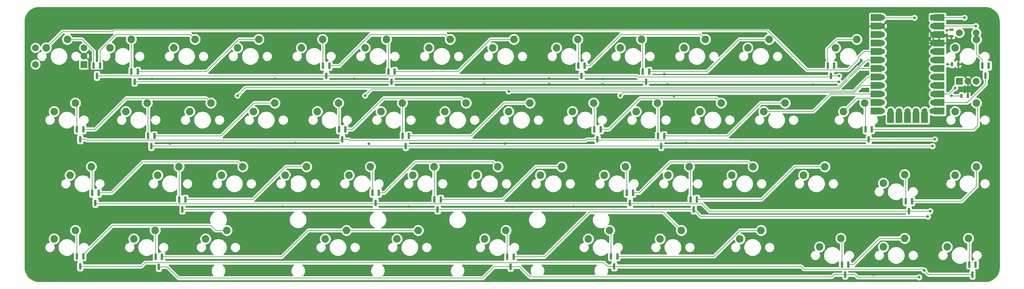
<source format=gbl>
G04 #@! TF.GenerationSoftware,KiCad,Pcbnew,(5.1.9)-1*
G04 #@! TF.CreationDate,2021-06-08T15:00:23-04:00*
G04 #@! TF.ProjectId,kastenwagen-48-pcb,6b617374-656e-4776-9167-656e2d34382d,rev?*
G04 #@! TF.SameCoordinates,Original*
G04 #@! TF.FileFunction,Copper,L2,Bot*
G04 #@! TF.FilePolarity,Positive*
%FSLAX46Y46*%
G04 Gerber Fmt 4.6, Leading zero omitted, Abs format (unit mm)*
G04 Created by KiCad (PCBNEW (5.1.9)-1) date 2021-06-08 15:00:23*
%MOMM*%
%LPD*%
G01*
G04 APERTURE LIST*
G04 #@! TA.AperFunction,SMDPad,CuDef*
%ADD10R,0.800000X1.900000*%
G04 #@! TD*
G04 #@! TA.AperFunction,ComponentPad*
%ADD11R,2.000000X2.000000*%
G04 #@! TD*
G04 #@! TA.AperFunction,ComponentPad*
%ADD12C,2.000000*%
G04 #@! TD*
G04 #@! TA.AperFunction,ComponentPad*
%ADD13C,2.250000*%
G04 #@! TD*
G04 #@! TA.AperFunction,SMDPad,CuDef*
%ADD14R,0.700000X1.300000*%
G04 #@! TD*
G04 #@! TA.AperFunction,SMDPad,CuDef*
%ADD15R,1.300000X0.700000*%
G04 #@! TD*
G04 #@! TA.AperFunction,SMDPad,CuDef*
%ADD16R,2.000000X3.250000*%
G04 #@! TD*
G04 #@! TA.AperFunction,SMDPad,CuDef*
%ADD17R,3.250000X2.000000*%
G04 #@! TD*
G04 #@! TA.AperFunction,ComponentPad*
%ADD18C,1.752600*%
G04 #@! TD*
G04 #@! TA.AperFunction,ComponentPad*
%ADD19R,1.752600X1.752600*%
G04 #@! TD*
G04 #@! TA.AperFunction,ViaPad*
%ADD20C,0.800000*%
G04 #@! TD*
G04 #@! TA.AperFunction,Conductor*
%ADD21C,0.203200*%
G04 #@! TD*
G04 #@! TA.AperFunction,Conductor*
%ADD22C,0.381000*%
G04 #@! TD*
G04 #@! TA.AperFunction,Conductor*
%ADD23C,0.254000*%
G04 #@! TD*
G04 #@! TA.AperFunction,Conductor*
%ADD24C,0.020000*%
G04 #@! TD*
G04 APERTURE END LIST*
D10*
G04 #@! TO.P,D170,3*
G04 #@! TO.N,Row0*
X302150000Y-31200000D03*
G04 #@! TO.P,D170,2*
G04 #@! TO.N,Net-(D170-Pad2)*
X303100000Y-28200000D03*
G04 #@! TO.P,D170,1*
G04 #@! TO.N,Net-(D170-Pad1)*
X301200000Y-28200000D03*
G04 #@! TD*
D11*
G04 #@! TO.P,RSW170,A*
G04 #@! TO.N,Rotary1A*
X294362500Y-32900000D03*
D12*
G04 #@! TO.P,RSW170,C*
G04 #@! TO.N,GND*
X296862500Y-32900000D03*
G04 #@! TO.P,RSW170,B*
G04 #@! TO.N,Rotary1B*
X299362500Y-32900000D03*
G04 #@! TO.P,RSW170,S2*
G04 #@! TO.N,Col7*
X294362500Y-18400000D03*
G04 #@! TO.P,RSW170,S1*
G04 #@! TO.N,Net-(D170-Pad1)*
X299362500Y-18400000D03*
G04 #@! TD*
D13*
G04 #@! TO.P,MX170,2*
G04 #@! TO.N,Net-(D170-Pad1)*
X299402500Y-20320000D03*
G04 #@! TO.P,MX170,1*
G04 #@! TO.N,Col7*
X293052500Y-22860000D03*
G04 #@! TD*
D14*
G04 #@! TO.P,R3,1*
G04 #@! TO.N,GND*
X296850000Y-37250000D03*
G04 #@! TO.P,R3,2*
G04 #@! TO.N,LED3R*
X294950000Y-37250000D03*
G04 #@! TD*
G04 #@! TO.P,R2,1*
G04 #@! TO.N,GND*
X294000000Y-27750000D03*
G04 #@! TO.P,R2,2*
G04 #@! TO.N,LED2R*
X292100000Y-27750000D03*
G04 #@! TD*
D15*
G04 #@! TO.P,R1,1*
G04 #@! TO.N,GND*
X291950000Y-19400000D03*
G04 #@! TO.P,R1,2*
G04 #@! TO.N,LED1R*
X291950000Y-17500000D03*
G04 #@! TD*
D13*
G04 #@! TO.P,MX437,2*
G04 #@! TO.N,Net-(D437-Pad1)*
X158908750Y-77470000D03*
G04 #@! TO.P,MX437,1*
G04 #@! TO.N,Col3*
X152558750Y-80010000D03*
G04 #@! TD*
G04 #@! TO.P,MX417,2*
G04 #@! TO.N,Net-(D407-Pad2)*
X111283750Y-77470000D03*
G04 #@! TO.P,MX417,1*
G04 #@! TO.N,Col1*
X104933750Y-80010000D03*
G04 #@! TD*
G04 #@! TO.P,MX417.700,2*
G04 #@! TO.N,Net-(D407-Pad2)*
X132715000Y-77470000D03*
G04 #@! TO.P,MX417.700,1*
G04 #@! TO.N,Col1*
X126365000Y-80010000D03*
G04 #@! TD*
G04 #@! TO.P,MX253,2*
G04 #@! TO.N,Net-(D243-Pad2)*
X242252500Y-39370000D03*
G04 #@! TO.P,MX253,1*
G04 #@! TO.N,Col5*
X235902500Y-41910000D03*
G04 #@! TD*
D11*
G04 #@! TO.P,RSW100,A*
G04 #@! TO.N,Rotary0A*
X32900000Y-27856250D03*
D12*
G04 #@! TO.P,RSW100,C*
G04 #@! TO.N,GND*
X32900000Y-25356250D03*
G04 #@! TO.P,RSW100,B*
G04 #@! TO.N,Rotary0B*
X32900000Y-22856250D03*
G04 #@! TO.P,RSW100,S2*
G04 #@! TO.N,Col0*
X18400000Y-27856250D03*
G04 #@! TO.P,RSW100,S1*
G04 #@! TO.N,Net-(D100-Pad1)*
X18400000Y-22856250D03*
G04 #@! TD*
D16*
G04 #@! TO.P,U1,29*
G04 #@! TO.N,Row6*
X273800000Y-43685000D03*
G04 #@! TO.P,U1,28*
G04 #@! TO.N,Row5*
X276340000Y-43685000D03*
G04 #@! TO.P,U1,27*
G04 #@! TO.N,Row4*
X278880000Y-43685000D03*
G04 #@! TO.P,U1,26*
G04 #@! TO.N,Row3*
X281420000Y-43685000D03*
G04 #@! TO.P,U1,25*
G04 #@! TO.N,Row2*
X283960000Y-43685000D03*
D17*
G04 #@! TO.P,U1,24*
G04 #@! TO.N,LED1*
X269482000Y-13840000D03*
G04 #@! TO.P,U1,23*
G04 #@! TO.N,GND*
X269482000Y-16380000D03*
G04 #@! TO.P,U1,22*
G04 #@! TO.N,Net-(U1-Pad22)*
X269482000Y-18920000D03*
G04 #@! TO.P,U1,21*
G04 #@! TO.N,Net-(U1-Pad21)*
X269482000Y-21460000D03*
G04 #@! TO.P,U1,20*
G04 #@! TO.N,Col0*
X269482000Y-24000000D03*
G04 #@! TO.P,U1,19*
G04 #@! TO.N,Col1*
X269482000Y-26540000D03*
G04 #@! TO.P,U1,18*
G04 #@! TO.N,Col2*
X269482000Y-29080000D03*
G04 #@! TO.P,U1,17*
G04 #@! TO.N,Col3*
X269482000Y-31620000D03*
G04 #@! TO.P,U1,16*
G04 #@! TO.N,Col4*
X269482000Y-34160000D03*
G04 #@! TO.P,U1,15*
G04 #@! TO.N,Col5*
X269482000Y-36700000D03*
G04 #@! TO.P,U1,14*
G04 #@! TO.N,Col6*
X269482000Y-39240000D03*
G04 #@! TO.P,U1,13*
G04 #@! TO.N,Row7*
X269482000Y-41780000D03*
G04 #@! TO.P,U1,12*
G04 #@! TO.N,Row1*
X288278000Y-41780000D03*
G04 #@! TO.P,U1,11*
G04 #@! TO.N,Row0*
X288278000Y-39240000D03*
G04 #@! TO.P,U1,10*
G04 #@! TO.N,Col7*
X288278000Y-36700000D03*
G04 #@! TO.P,U1,9*
G04 #@! TO.N,Net-(U1-Pad9)*
X288278000Y-34160000D03*
G04 #@! TO.P,U1,8*
G04 #@! TO.N,LED3*
X288278000Y-31620000D03*
G04 #@! TO.P,U1,7*
G04 #@! TO.N,LED2*
X288278000Y-29080000D03*
G04 #@! TO.P,U1,6*
G04 #@! TO.N,Rotary0A*
X288278000Y-26540000D03*
G04 #@! TO.P,U1,5*
G04 #@! TO.N,Rotary0B*
X288278000Y-24000000D03*
G04 #@! TO.P,U1,4*
G04 #@! TO.N,GND*
X288278000Y-21460000D03*
G04 #@! TO.P,U1,3*
X288278000Y-18920000D03*
G04 #@! TO.P,U1,2*
G04 #@! TO.N,Rotary1B*
X288278000Y-16380000D03*
G04 #@! TO.P,U1,1*
G04 #@! TO.N,Rotary1A*
X288278000Y-13840000D03*
D18*
G04 #@! TO.P,U1,25*
G04 #@! TO.N,Row2*
X283960000Y-41780000D03*
G04 #@! TO.P,U1,26*
G04 #@! TO.N,Row3*
X281420000Y-41780000D03*
G04 #@! TO.P,U1,27*
G04 #@! TO.N,Row4*
X278880000Y-41780000D03*
G04 #@! TO.P,U1,28*
G04 #@! TO.N,Row5*
X276340000Y-41780000D03*
G04 #@! TO.P,U1,29*
G04 #@! TO.N,Row6*
X273800000Y-41780000D03*
G04 #@! TO.P,U1,24*
G04 #@! TO.N,LED1*
X271260000Y-13840000D03*
G04 #@! TO.P,U1,12*
G04 #@! TO.N,Row1*
X286271400Y-41780000D03*
G04 #@! TO.P,U1,23*
G04 #@! TO.N,GND*
X271260000Y-16380000D03*
G04 #@! TO.P,U1,22*
G04 #@! TO.N,Net-(U1-Pad22)*
X271260000Y-18920000D03*
G04 #@! TO.P,U1,21*
G04 #@! TO.N,Net-(U1-Pad21)*
X271260000Y-21460000D03*
G04 #@! TO.P,U1,20*
G04 #@! TO.N,Col0*
X271260000Y-24000000D03*
G04 #@! TO.P,U1,19*
G04 #@! TO.N,Col1*
X271260000Y-26540000D03*
G04 #@! TO.P,U1,18*
G04 #@! TO.N,Col2*
X271260000Y-29080000D03*
G04 #@! TO.P,U1,17*
G04 #@! TO.N,Col3*
X271260000Y-31620000D03*
G04 #@! TO.P,U1,16*
G04 #@! TO.N,Col4*
X271260000Y-34160000D03*
G04 #@! TO.P,U1,15*
G04 #@! TO.N,Col5*
X271260000Y-36700000D03*
G04 #@! TO.P,U1,14*
G04 #@! TO.N,Col6*
X271260000Y-39240000D03*
G04 #@! TO.P,U1,13*
G04 #@! TO.N,Row7*
X271260000Y-41780000D03*
G04 #@! TO.P,U1,11*
G04 #@! TO.N,Row0*
X286500000Y-39240000D03*
G04 #@! TO.P,U1,10*
G04 #@! TO.N,Col7*
X286500000Y-36700000D03*
G04 #@! TO.P,U1,9*
G04 #@! TO.N,Net-(U1-Pad9)*
X286500000Y-34160000D03*
G04 #@! TO.P,U1,8*
G04 #@! TO.N,LED3*
X286500000Y-31620000D03*
G04 #@! TO.P,U1,7*
G04 #@! TO.N,LED2*
X286500000Y-29080000D03*
G04 #@! TO.P,U1,6*
G04 #@! TO.N,Rotary0A*
X286500000Y-26540000D03*
G04 #@! TO.P,U1,5*
G04 #@! TO.N,Rotary0B*
X286500000Y-24000000D03*
G04 #@! TO.P,U1,4*
G04 #@! TO.N,GND*
X286500000Y-21460000D03*
G04 #@! TO.P,U1,3*
X286500000Y-18920000D03*
G04 #@! TO.P,U1,2*
G04 #@! TO.N,Rotary1B*
X286500000Y-16380000D03*
D19*
G04 #@! TO.P,U1,1*
G04 #@! TO.N,Rotary1A*
X286500000Y-13840000D03*
G04 #@! TD*
D13*
G04 #@! TO.P,MX476,2*
G04 #@! TO.N,Net-(D476-Pad1)*
X297021250Y-79851250D03*
G04 #@! TO.P,MX476,1*
G04 #@! TO.N,Col7*
X290671250Y-82391250D03*
G04 #@! TD*
G04 #@! TO.P,MX467,2*
G04 #@! TO.N,Net-(D457-Pad2)*
X277971250Y-79851250D03*
G04 #@! TO.P,MX467,1*
G04 #@! TO.N,Col6*
X271621250Y-82391250D03*
G04 #@! TD*
G04 #@! TO.P,MX457,2*
G04 #@! TO.N,Net-(D457-Pad1)*
X258921250Y-79851250D03*
G04 #@! TO.P,MX457,1*
G04 #@! TO.N,Col5*
X252571250Y-82391250D03*
G04 #@! TD*
G04 #@! TO.P,MX456,2*
G04 #@! TO.N,Net-(D446-Pad2)*
X235108750Y-77470000D03*
G04 #@! TO.P,MX456,1*
G04 #@! TO.N,Col5*
X228758750Y-80010000D03*
G04 #@! TD*
G04 #@! TO.P,MX447,2*
G04 #@! TO.N,Net-(D437-Pad2)*
X211296250Y-77470000D03*
G04 #@! TO.P,MX447,1*
G04 #@! TO.N,Col4*
X204946250Y-80010000D03*
G04 #@! TD*
G04 #@! TO.P,MX446,2*
G04 #@! TO.N,Net-(D446-Pad1)*
X189865000Y-77470000D03*
G04 #@! TO.P,MX446,1*
G04 #@! TO.N,Col4*
X183515000Y-80010000D03*
G04 #@! TD*
G04 #@! TO.P,MX416,2*
G04 #@! TO.N,Net-(D406-Pad2)*
X75565000Y-77470000D03*
G04 #@! TO.P,MX416,1*
G04 #@! TO.N,Col1*
X69215000Y-80010000D03*
G04 #@! TD*
G04 #@! TO.P,MX407,2*
G04 #@! TO.N,Net-(D407-Pad1)*
X54133750Y-77470000D03*
G04 #@! TO.P,MX407,1*
G04 #@! TO.N,Col0*
X47783750Y-80010000D03*
G04 #@! TD*
G04 #@! TO.P,MX406,2*
G04 #@! TO.N,Net-(D406-Pad1)*
X30321250Y-77470000D03*
G04 #@! TO.P,MX406,1*
G04 #@! TO.N,Col0*
X23971250Y-80010000D03*
G04 #@! TD*
G04 #@! TO.P,MX374,2*
G04 #@! TO.N,Net-(D364-Pad2)*
X299402500Y-58420000D03*
G04 #@! TO.P,MX374,1*
G04 #@! TO.N,Col7*
X293052500Y-60960000D03*
G04 #@! TD*
G04 #@! TO.P,MX364,2*
G04 #@! TO.N,Net-(D364-Pad1)*
X277971250Y-60801250D03*
G04 #@! TO.P,MX364,1*
G04 #@! TO.N,Col6*
X271621250Y-63341250D03*
G04 #@! TD*
G04 #@! TO.P,MX355,2*
G04 #@! TO.N,Net-(D345-Pad2)*
X254158750Y-58420000D03*
G04 #@! TO.P,MX355,1*
G04 #@! TO.N,Col5*
X247808750Y-60960000D03*
G04 #@! TD*
G04 #@! TO.P,MX354,2*
G04 #@! TO.N,Net-(D344-Pad2)*
X232727500Y-58420000D03*
G04 #@! TO.P,MX354,1*
G04 #@! TO.N,Col5*
X226377500Y-60960000D03*
G04 #@! TD*
G04 #@! TO.P,MX345,2*
G04 #@! TO.N,Net-(D345-Pad1)*
X213677500Y-58420000D03*
G04 #@! TO.P,MX345,1*
G04 #@! TO.N,Col4*
X207327500Y-60960000D03*
G04 #@! TD*
G04 #@! TO.P,MX344,2*
G04 #@! TO.N,Net-(D344-Pad1)*
X194627500Y-58420000D03*
G04 #@! TO.P,MX344,1*
G04 #@! TO.N,Col4*
X188277500Y-60960000D03*
G04 #@! TD*
G04 #@! TO.P,MX335,2*
G04 #@! TO.N,Net-(D325-Pad2)*
X175577500Y-58420000D03*
G04 #@! TO.P,MX335,1*
G04 #@! TO.N,Col3*
X169227500Y-60960000D03*
G04 #@! TD*
G04 #@! TO.P,MX334,2*
G04 #@! TO.N,Net-(D324-Pad2)*
X156527500Y-58420000D03*
G04 #@! TO.P,MX334,1*
G04 #@! TO.N,Col3*
X150177500Y-60960000D03*
G04 #@! TD*
G04 #@! TO.P,MX325,2*
G04 #@! TO.N,Net-(D325-Pad1)*
X137477500Y-58420000D03*
G04 #@! TO.P,MX325,1*
G04 #@! TO.N,Col2*
X131127500Y-60960000D03*
G04 #@! TD*
G04 #@! TO.P,MX324,2*
G04 #@! TO.N,Net-(D324-Pad1)*
X118427500Y-58420000D03*
G04 #@! TO.P,MX324,1*
G04 #@! TO.N,Col2*
X112077500Y-60960000D03*
G04 #@! TD*
G04 #@! TO.P,MX315,2*
G04 #@! TO.N,Net-(D305-Pad2)*
X99377500Y-58420000D03*
G04 #@! TO.P,MX315,1*
G04 #@! TO.N,Col1*
X93027500Y-60960000D03*
G04 #@! TD*
G04 #@! TO.P,MX314,2*
G04 #@! TO.N,Net-(D304-Pad2)*
X80327500Y-58420000D03*
G04 #@! TO.P,MX314,1*
G04 #@! TO.N,Col1*
X73977500Y-60960000D03*
G04 #@! TD*
G04 #@! TO.P,MX305,2*
G04 #@! TO.N,Net-(D305-Pad1)*
X61277500Y-58420000D03*
G04 #@! TO.P,MX305,1*
G04 #@! TO.N,Col0*
X54927500Y-60960000D03*
G04 #@! TD*
G04 #@! TO.P,MX304,2*
G04 #@! TO.N,Net-(D304-Pad1)*
X35083750Y-58420000D03*
G04 #@! TO.P,MX304,1*
G04 #@! TO.N,Col0*
X28733750Y-60960000D03*
G04 #@! TD*
G04 #@! TO.P,MX272,2*
G04 #@! TO.N,Net-(D262-Pad2)*
X299402500Y-39370000D03*
G04 #@! TO.P,MX272,1*
G04 #@! TO.N,Col7*
X293052500Y-41910000D03*
G04 #@! TD*
G04 #@! TO.P,MX262,2*
G04 #@! TO.N,Net-(D262-Pad1)*
X266065000Y-39370000D03*
G04 #@! TO.P,MX262,1*
G04 #@! TO.N,Col6*
X259715000Y-41910000D03*
G04 #@! TD*
G04 #@! TO.P,MX252,2*
G04 #@! TO.N,Net-(D242-Pad2)*
X223202500Y-39370000D03*
G04 #@! TO.P,MX252,1*
G04 #@! TO.N,Col5*
X216852500Y-41910000D03*
G04 #@! TD*
G04 #@! TO.P,MX243,2*
G04 #@! TO.N,Net-(D243-Pad1)*
X204152500Y-39370000D03*
G04 #@! TO.P,MX243,1*
G04 #@! TO.N,Col4*
X197802500Y-41910000D03*
G04 #@! TD*
G04 #@! TO.P,MX242,2*
G04 #@! TO.N,Net-(D242-Pad1)*
X185102500Y-39370000D03*
G04 #@! TO.P,MX242,1*
G04 #@! TO.N,Col4*
X178752500Y-41910000D03*
G04 #@! TD*
G04 #@! TO.P,MX233,2*
G04 #@! TO.N,Net-(D223-Pad2)*
X166052500Y-39370000D03*
G04 #@! TO.P,MX233,1*
G04 #@! TO.N,Col3*
X159702500Y-41910000D03*
G04 #@! TD*
G04 #@! TO.P,MX232,2*
G04 #@! TO.N,Net-(D222-Pad2)*
X147002500Y-39370000D03*
G04 #@! TO.P,MX232,1*
G04 #@! TO.N,Col3*
X140652500Y-41910000D03*
G04 #@! TD*
G04 #@! TO.P,MX223,2*
G04 #@! TO.N,Net-(D223-Pad1)*
X127952500Y-39370000D03*
G04 #@! TO.P,MX223,1*
G04 #@! TO.N,Col2*
X121602500Y-41910000D03*
G04 #@! TD*
G04 #@! TO.P,MX222,2*
G04 #@! TO.N,Net-(D222-Pad1)*
X108902500Y-39370000D03*
G04 #@! TO.P,MX222,1*
G04 #@! TO.N,Col2*
X102552500Y-41910000D03*
G04 #@! TD*
G04 #@! TO.P,MX213,2*
G04 #@! TO.N,Net-(D203-Pad2)*
X89852500Y-39370000D03*
G04 #@! TO.P,MX213,1*
G04 #@! TO.N,Col1*
X83502500Y-41910000D03*
G04 #@! TD*
G04 #@! TO.P,MX212,2*
G04 #@! TO.N,Net-(D202-Pad2)*
X70802500Y-39370000D03*
G04 #@! TO.P,MX212,1*
G04 #@! TO.N,Col1*
X64452500Y-41910000D03*
G04 #@! TD*
G04 #@! TO.P,MX203,2*
G04 #@! TO.N,Net-(D203-Pad1)*
X51752500Y-39370000D03*
G04 #@! TO.P,MX203,1*
G04 #@! TO.N,Col0*
X45402500Y-41910000D03*
G04 #@! TD*
G04 #@! TO.P,MX202,2*
G04 #@! TO.N,Net-(D202-Pad1)*
X30321250Y-39370000D03*
G04 #@! TO.P,MX202,1*
G04 #@! TO.N,Col0*
X23971250Y-41910000D03*
G04 #@! TD*
G04 #@! TO.P,MX160,2*
G04 #@! TO.N,Net-(D160-Pad1)*
X263683750Y-20320000D03*
G04 #@! TO.P,MX160,1*
G04 #@! TO.N,Col6*
X257333750Y-22860000D03*
G04 #@! TD*
G04 #@! TO.P,MX151,2*
G04 #@! TO.N,Net-(D141-Pad2)*
X237490000Y-20320000D03*
G04 #@! TO.P,MX151,1*
G04 #@! TO.N,Col5*
X231140000Y-22860000D03*
G04 #@! TD*
G04 #@! TO.P,MX150,2*
G04 #@! TO.N,Net-(D140-Pad2)*
X218440000Y-20320000D03*
G04 #@! TO.P,MX150,1*
G04 #@! TO.N,Col5*
X212090000Y-22860000D03*
G04 #@! TD*
G04 #@! TO.P,MX141,2*
G04 #@! TO.N,Net-(D141-Pad1)*
X199390000Y-20320000D03*
G04 #@! TO.P,MX141,1*
G04 #@! TO.N,Col4*
X193040000Y-22860000D03*
G04 #@! TD*
G04 #@! TO.P,MX140,2*
G04 #@! TO.N,Net-(D140-Pad1)*
X180340000Y-20320000D03*
G04 #@! TO.P,MX140,1*
G04 #@! TO.N,Col4*
X173990000Y-22860000D03*
G04 #@! TD*
G04 #@! TO.P,MX131,2*
G04 #@! TO.N,Net-(D121-Pad2)*
X161290000Y-20320000D03*
G04 #@! TO.P,MX131,1*
G04 #@! TO.N,Col3*
X154940000Y-22860000D03*
G04 #@! TD*
G04 #@! TO.P,MX130,2*
G04 #@! TO.N,Net-(D120-Pad2)*
X142240000Y-20320000D03*
G04 #@! TO.P,MX130,1*
G04 #@! TO.N,Col3*
X135890000Y-22860000D03*
G04 #@! TD*
G04 #@! TO.P,MX121,2*
G04 #@! TO.N,Net-(D121-Pad1)*
X123190000Y-20320000D03*
G04 #@! TO.P,MX121,1*
G04 #@! TO.N,Col2*
X116840000Y-22860000D03*
G04 #@! TD*
G04 #@! TO.P,MX120,2*
G04 #@! TO.N,Net-(D120-Pad1)*
X104140000Y-20320000D03*
G04 #@! TO.P,MX120,1*
G04 #@! TO.N,Col2*
X97790000Y-22860000D03*
G04 #@! TD*
G04 #@! TO.P,MX111,2*
G04 #@! TO.N,Net-(D101-Pad2)*
X85090000Y-20320000D03*
G04 #@! TO.P,MX111,1*
G04 #@! TO.N,Col1*
X78740000Y-22860000D03*
G04 #@! TD*
G04 #@! TO.P,MX110,2*
G04 #@! TO.N,Net-(D100-Pad2)*
X66040000Y-20320000D03*
G04 #@! TO.P,MX110,1*
G04 #@! TO.N,Col1*
X59690000Y-22860000D03*
G04 #@! TD*
G04 #@! TO.P,MX101,2*
G04 #@! TO.N,Net-(D101-Pad1)*
X46990000Y-20320000D03*
G04 #@! TO.P,MX101,1*
G04 #@! TO.N,Col0*
X40640000Y-22860000D03*
G04 #@! TD*
G04 #@! TO.P,MX100,2*
G04 #@! TO.N,Net-(D100-Pad1)*
X27940000Y-20320000D03*
G04 #@! TO.P,MX100,1*
G04 #@! TO.N,Col0*
X21590000Y-22860000D03*
G04 #@! TD*
D10*
G04 #@! TO.P,D476,3*
G04 #@! TO.N,Row6*
X298250000Y-90700000D03*
G04 #@! TO.P,D476,2*
G04 #@! TO.N,Net-(D476-Pad2)*
X299200000Y-87700000D03*
G04 #@! TO.P,D476,1*
G04 #@! TO.N,Net-(D476-Pad1)*
X297300000Y-87700000D03*
G04 #@! TD*
G04 #@! TO.P,D457,3*
G04 #@! TO.N,Row7*
X260200000Y-90706200D03*
G04 #@! TO.P,D457,2*
G04 #@! TO.N,Net-(D457-Pad2)*
X261150000Y-87706200D03*
G04 #@! TO.P,D457,1*
G04 #@! TO.N,Net-(D457-Pad1)*
X259250000Y-87706200D03*
G04 #@! TD*
G04 #@! TO.P,D446,3*
G04 #@! TO.N,Row6*
X191250000Y-88250000D03*
G04 #@! TO.P,D446,2*
G04 #@! TO.N,Net-(D446-Pad2)*
X192200000Y-85250000D03*
G04 #@! TO.P,D446,1*
G04 #@! TO.N,Net-(D446-Pad1)*
X190300000Y-85250000D03*
G04 #@! TD*
G04 #@! TO.P,D437,3*
G04 #@! TO.N,Row7*
X160274000Y-88368000D03*
G04 #@! TO.P,D437,2*
G04 #@! TO.N,Net-(D437-Pad2)*
X161224000Y-85368000D03*
G04 #@! TO.P,D437,1*
G04 #@! TO.N,Net-(D437-Pad1)*
X159324000Y-85368000D03*
G04 #@! TD*
G04 #@! TO.P,D407,3*
G04 #@! TO.N,Row7*
X55250000Y-88392000D03*
G04 #@! TO.P,D407,2*
G04 #@! TO.N,Net-(D407-Pad2)*
X56200000Y-85392000D03*
G04 #@! TO.P,D407,1*
G04 #@! TO.N,Net-(D407-Pad1)*
X54300000Y-85392000D03*
G04 #@! TD*
G04 #@! TO.P,D406,3*
G04 #@! TO.N,Row6*
X31750000Y-88250000D03*
G04 #@! TO.P,D406,2*
G04 #@! TO.N,Net-(D406-Pad2)*
X32700000Y-85250000D03*
G04 #@! TO.P,D406,1*
G04 #@! TO.N,Net-(D406-Pad1)*
X30800000Y-85250000D03*
G04 #@! TD*
G04 #@! TO.P,D364,3*
G04 #@! TO.N,Row4*
X279250000Y-71750000D03*
G04 #@! TO.P,D364,2*
G04 #@! TO.N,Net-(D364-Pad2)*
X280200000Y-68750000D03*
G04 #@! TO.P,D364,1*
G04 #@! TO.N,Net-(D364-Pad1)*
X278300000Y-68750000D03*
G04 #@! TD*
G04 #@! TO.P,D345,3*
G04 #@! TO.N,Row5*
X215000000Y-71250000D03*
G04 #@! TO.P,D345,2*
G04 #@! TO.N,Net-(D345-Pad2)*
X215950000Y-68250000D03*
G04 #@! TO.P,D345,1*
G04 #@! TO.N,Net-(D345-Pad1)*
X214050000Y-68250000D03*
G04 #@! TD*
G04 #@! TO.P,D344,3*
G04 #@! TO.N,Row4*
X195950000Y-69250000D03*
G04 #@! TO.P,D344,2*
G04 #@! TO.N,Net-(D344-Pad2)*
X196900000Y-66250000D03*
G04 #@! TO.P,D344,1*
G04 #@! TO.N,Net-(D344-Pad1)*
X195000000Y-66250000D03*
G04 #@! TD*
G04 #@! TO.P,D325,3*
G04 #@! TO.N,Row5*
X138500000Y-71250000D03*
G04 #@! TO.P,D325,2*
G04 #@! TO.N,Net-(D325-Pad2)*
X139450000Y-68250000D03*
G04 #@! TO.P,D325,1*
G04 #@! TO.N,Net-(D325-Pad1)*
X137550000Y-68250000D03*
G04 #@! TD*
G04 #@! TO.P,D324,3*
G04 #@! TO.N,Row4*
X120000000Y-69250000D03*
G04 #@! TO.P,D324,2*
G04 #@! TO.N,Net-(D324-Pad2)*
X120950000Y-66250000D03*
G04 #@! TO.P,D324,1*
G04 #@! TO.N,Net-(D324-Pad1)*
X119050000Y-66250000D03*
G04 #@! TD*
G04 #@! TO.P,D305,3*
G04 #@! TO.N,Row5*
X62250000Y-71250000D03*
G04 #@! TO.P,D305,2*
G04 #@! TO.N,Net-(D305-Pad2)*
X63200000Y-68250000D03*
G04 #@! TO.P,D305,1*
G04 #@! TO.N,Net-(D305-Pad1)*
X61300000Y-68250000D03*
G04 #@! TD*
G04 #@! TO.P,D304,3*
G04 #@! TO.N,Row4*
X36300000Y-69250000D03*
G04 #@! TO.P,D304,2*
G04 #@! TO.N,Net-(D304-Pad2)*
X37250000Y-66250000D03*
G04 #@! TO.P,D304,1*
G04 #@! TO.N,Net-(D304-Pad1)*
X35350000Y-66250000D03*
G04 #@! TD*
G04 #@! TO.P,D262,3*
G04 #@! TO.N,Row2*
X267250000Y-50250000D03*
G04 #@! TO.P,D262,2*
G04 #@! TO.N,Net-(D262-Pad2)*
X268200000Y-47250000D03*
G04 #@! TO.P,D262,1*
G04 #@! TO.N,Net-(D262-Pad1)*
X266300000Y-47250000D03*
G04 #@! TD*
G04 #@! TO.P,D243,3*
G04 #@! TO.N,Row3*
X205250000Y-52250000D03*
G04 #@! TO.P,D243,2*
G04 #@! TO.N,Net-(D243-Pad2)*
X206200000Y-49250000D03*
G04 #@! TO.P,D243,1*
G04 #@! TO.N,Net-(D243-Pad1)*
X204300000Y-49250000D03*
G04 #@! TD*
G04 #@! TO.P,D242,3*
G04 #@! TO.N,Row2*
X186250000Y-50250000D03*
G04 #@! TO.P,D242,2*
G04 #@! TO.N,Net-(D242-Pad2)*
X187200000Y-47250000D03*
G04 #@! TO.P,D242,1*
G04 #@! TO.N,Net-(D242-Pad1)*
X185300000Y-47250000D03*
G04 #@! TD*
G04 #@! TO.P,D223,3*
G04 #@! TO.N,Row3*
X129000000Y-52250000D03*
G04 #@! TO.P,D223,2*
G04 #@! TO.N,Net-(D223-Pad2)*
X129950000Y-49250000D03*
G04 #@! TO.P,D223,1*
G04 #@! TO.N,Net-(D223-Pad1)*
X128050000Y-49250000D03*
G04 #@! TD*
G04 #@! TO.P,D222,3*
G04 #@! TO.N,Row2*
X110000000Y-50250000D03*
G04 #@! TO.P,D222,2*
G04 #@! TO.N,Net-(D222-Pad2)*
X110950000Y-47250000D03*
G04 #@! TO.P,D222,1*
G04 #@! TO.N,Net-(D222-Pad1)*
X109050000Y-47250000D03*
G04 #@! TD*
G04 #@! TO.P,D203,3*
G04 #@! TO.N,Row3*
X53000000Y-52250000D03*
G04 #@! TO.P,D203,2*
G04 #@! TO.N,Net-(D203-Pad2)*
X53950000Y-49250000D03*
G04 #@! TO.P,D203,1*
G04 #@! TO.N,Net-(D203-Pad1)*
X52050000Y-49250000D03*
G04 #@! TD*
G04 #@! TO.P,D202,3*
G04 #@! TO.N,Row2*
X31750000Y-50250000D03*
G04 #@! TO.P,D202,2*
G04 #@! TO.N,Net-(D202-Pad2)*
X32700000Y-47250000D03*
G04 #@! TO.P,D202,1*
G04 #@! TO.N,Net-(D202-Pad1)*
X30800000Y-47250000D03*
G04 #@! TD*
G04 #@! TO.P,D160,3*
G04 #@! TO.N,Row0*
X256000000Y-31250000D03*
G04 #@! TO.P,D160,2*
G04 #@! TO.N,Net-(D160-Pad2)*
X256950000Y-28250000D03*
G04 #@! TO.P,D160,1*
G04 #@! TO.N,Net-(D160-Pad1)*
X255050000Y-28250000D03*
G04 #@! TD*
G04 #@! TO.P,D141,3*
G04 #@! TO.N,Row1*
X200750000Y-33000000D03*
G04 #@! TO.P,D141,2*
G04 #@! TO.N,Net-(D141-Pad2)*
X201700000Y-30000000D03*
G04 #@! TO.P,D141,1*
G04 #@! TO.N,Net-(D141-Pad1)*
X199800000Y-30000000D03*
G04 #@! TD*
G04 #@! TO.P,D140,3*
G04 #@! TO.N,Row0*
X181500000Y-31250000D03*
G04 #@! TO.P,D140,2*
G04 #@! TO.N,Net-(D140-Pad2)*
X182450000Y-28250000D03*
G04 #@! TO.P,D140,1*
G04 #@! TO.N,Net-(D140-Pad1)*
X180550000Y-28250000D03*
G04 #@! TD*
G04 #@! TO.P,D121,3*
G04 #@! TO.N,Row1*
X124750000Y-33000000D03*
G04 #@! TO.P,D121,2*
G04 #@! TO.N,Net-(D121-Pad2)*
X125700000Y-30000000D03*
G04 #@! TO.P,D121,1*
G04 #@! TO.N,Net-(D121-Pad1)*
X123800000Y-30000000D03*
G04 #@! TD*
G04 #@! TO.P,D120,3*
G04 #@! TO.N,Row0*
X105250000Y-31250000D03*
G04 #@! TO.P,D120,2*
G04 #@! TO.N,Net-(D120-Pad2)*
X106200000Y-28250000D03*
G04 #@! TO.P,D120,1*
G04 #@! TO.N,Net-(D120-Pad1)*
X104300000Y-28250000D03*
G04 #@! TD*
G04 #@! TO.P,D101,3*
G04 #@! TO.N,Row1*
X48000000Y-33000000D03*
G04 #@! TO.P,D101,2*
G04 #@! TO.N,Net-(D101-Pad2)*
X48950000Y-30000000D03*
G04 #@! TO.P,D101,1*
G04 #@! TO.N,Net-(D101-Pad1)*
X47050000Y-30000000D03*
G04 #@! TD*
G04 #@! TO.P,D100,3*
G04 #@! TO.N,Row0*
X36750000Y-31250000D03*
G04 #@! TO.P,D100,2*
G04 #@! TO.N,Net-(D100-Pad2)*
X37700000Y-28250000D03*
G04 #@! TO.P,D100,1*
G04 #@! TO.N,Net-(D100-Pad1)*
X35800000Y-28250000D03*
G04 #@! TD*
D20*
G04 #@! TO.N,LED1*
X280924000Y-13868400D03*
G04 #@! TO.N,LED1R*
X290600000Y-17600000D03*
G04 #@! TO.N,LED2R*
X290800000Y-27750000D03*
G04 #@! TO.N,LED3R*
X292000000Y-37200000D03*
G04 #@! TO.N,Row0*
X258419600Y-31292800D03*
G04 #@! TO.N,Row1*
X258368800Y-33020000D03*
G04 #@! TO.N,Row2*
X287005800Y-50250000D03*
G04 #@! TO.N,Row3*
X286304200Y-52250000D03*
G04 #@! TO.N,Row4*
X285602600Y-71750000D03*
G04 #@! TO.N,Row5*
X284886400Y-73355200D03*
G04 #@! TO.N,Row6*
X283819600Y-89458800D03*
G04 #@! TO.N,Row7*
X282335599Y-91501601D03*
G04 #@! TO.N,Col1*
X78740000Y-37147500D03*
G04 #@! TO.N,Col2*
X116840000Y-37147500D03*
G04 #@! TO.N,Col3*
X159702500Y-35902821D03*
G04 #@! TO.N,Col4*
X193040000Y-37147500D03*
G04 #@! TO.N,Col7*
X293052500Y-34902500D03*
G04 #@! TO.N,GND*
X41300400Y-17119600D03*
X238750000Y-22500000D03*
X206500000Y-21000000D03*
X194250000Y-20750000D03*
X183750000Y-20750000D03*
X164750000Y-21750000D03*
X145500000Y-21750000D03*
X120000000Y-21500000D03*
X108250000Y-21250000D03*
X61500000Y-21000000D03*
X44000000Y-22250000D03*
X40500000Y-47250000D03*
X41250000Y-59250000D03*
X43000000Y-67750000D03*
X43500004Y-78750000D03*
X43500000Y-85250000D03*
X53250000Y-22250000D03*
X57750000Y-41750000D03*
X58500000Y-54500000D03*
X58750000Y-60000000D03*
X60500000Y-80750000D03*
X62750000Y-89500000D03*
X90000000Y-21250000D03*
X93500000Y-37250000D03*
X96000000Y-60000000D03*
X92750000Y-67250000D03*
X92250000Y-77750000D03*
X100250000Y-85000000D03*
X86461600Y-89611200D03*
X109321600Y-89662000D03*
X120243600Y-83362800D03*
X132537200Y-89712800D03*
X142544800Y-83108800D03*
X155143200Y-90627200D03*
X165303200Y-88442800D03*
X169418000Y-80111600D03*
X178003200Y-84378800D03*
X182880000Y-89204800D03*
X110337600Y-25450800D03*
X113741200Y-38608000D03*
X118008400Y-47396400D03*
X123698000Y-58877200D03*
X128270000Y-66802000D03*
X171805600Y-45212000D03*
X180695600Y-60147200D03*
X147980400Y-24434800D03*
X152349200Y-39471600D03*
X155143200Y-48006000D03*
X160782000Y-59029600D03*
X92202000Y-70408800D03*
X129895600Y-70358000D03*
X160782000Y-70459600D03*
X179171600Y-70358000D03*
X58521600Y-51460400D03*
X96012000Y-51358800D03*
X118008400Y-51548400D03*
X158648400Y-51460400D03*
X53238400Y-32156400D03*
X90017600Y-32105600D03*
X113690400Y-32105600D03*
X152400000Y-33782000D03*
X152400000Y-32156400D03*
X171805600Y-32004000D03*
X171805600Y-33731200D03*
X187756800Y-29667200D03*
X187807600Y-32156400D03*
X187858400Y-33791600D03*
X190449200Y-40538400D03*
X193548000Y-47853600D03*
X199491600Y-58978800D03*
X199796400Y-62687200D03*
X202488800Y-66802000D03*
X202692000Y-70408800D03*
X201371200Y-77419200D03*
X200406000Y-86817200D03*
X205892400Y-89814400D03*
X221996000Y-89458800D03*
X225044000Y-84988400D03*
X222707200Y-76301600D03*
X218287600Y-72300001D03*
X219964000Y-69799200D03*
X220573600Y-61976000D03*
X215849200Y-54610000D03*
X212598000Y-51308000D03*
X209702400Y-42367200D03*
X209042000Y-37236400D03*
X207162400Y-33782000D03*
X206197200Y-30734000D03*
X235966000Y-37846000D03*
X229616000Y-41198800D03*
X232867200Y-47599600D03*
X244246400Y-47650400D03*
X248970800Y-55676800D03*
X255270000Y-69088000D03*
X256895600Y-74625200D03*
X266903200Y-87477600D03*
X268478000Y-90678000D03*
X273608800Y-92557600D03*
X262534400Y-48768000D03*
X275183600Y-51358800D03*
X280974800Y-61823600D03*
X288899600Y-66141600D03*
X290728400Y-51206400D03*
X296570400Y-51257200D03*
X252053710Y-18938800D03*
X251358400Y-30530800D03*
X249986800Y-38658800D03*
X250596400Y-33883600D03*
X264210800Y-27838400D03*
X266750800Y-28143200D03*
X265226800Y-22758400D03*
X262280400Y-34290000D03*
X259588000Y-35102800D03*
X260350000Y-38811200D03*
X263448800Y-40995600D03*
X37338000Y-20980400D03*
X33223200Y-19354800D03*
X33782000Y-16916400D03*
X147980400Y-88493600D03*
X266250000Y-35500000D03*
X283362400Y-34442400D03*
X296750000Y-41250000D03*
X294000000Y-21000000D03*
G04 #@! TO.N,Rotary1B*
X299268870Y-16380000D03*
G04 #@! TO.N,Rotary1A*
X295850000Y-13850000D03*
G04 #@! TD*
D21*
G04 #@! TO.N,LED1*
X271260000Y-13840000D02*
X269482000Y-13840000D01*
X271288400Y-13868400D02*
X271260000Y-13840000D01*
X280924000Y-13868400D02*
X271288400Y-13868400D01*
G04 #@! TO.N,LED1R*
X290700000Y-17500000D02*
X290600000Y-17600000D01*
X291950000Y-17500000D02*
X290700000Y-17500000D01*
G04 #@! TO.N,LED2*
X288278000Y-29080000D02*
X286500000Y-29080000D01*
G04 #@! TO.N,LED2R*
X290800000Y-27750000D02*
X292100000Y-27750000D01*
G04 #@! TO.N,LED3*
X286500000Y-31620000D02*
X288278000Y-31620000D01*
G04 #@! TO.N,LED3R*
X292050000Y-37250000D02*
X292000000Y-37200000D01*
X292850000Y-37250000D02*
X292050000Y-37250000D01*
X294950000Y-37250000D02*
X292850000Y-37250000D01*
G04 #@! TO.N,Row0*
X288278000Y-39240000D02*
X286500000Y-39240000D01*
X105248399Y-31251601D02*
X105250000Y-31250000D01*
X36751601Y-31251601D02*
X105248399Y-31251601D01*
X36750000Y-31250000D02*
X36751601Y-31251601D01*
X181498399Y-31251601D02*
X181500000Y-31250000D01*
X105251601Y-31251601D02*
X181498399Y-31251601D01*
X105250000Y-31250000D02*
X105251601Y-31251601D01*
X181500000Y-31250000D02*
X198026400Y-31250000D01*
X198026400Y-31250000D02*
X198374000Y-31597600D01*
X255652400Y-31597600D02*
X256000000Y-31250000D01*
X198374000Y-31597600D02*
X255652400Y-31597600D01*
X256042800Y-31292800D02*
X256000000Y-31250000D01*
X258419600Y-31292800D02*
X256042800Y-31292800D01*
X302150000Y-33800000D02*
X302150000Y-31200000D01*
X296710000Y-39240000D02*
X302150000Y-33800000D01*
X288278000Y-39240000D02*
X296710000Y-39240000D01*
G04 #@! TO.N,Net-(D100-Pad2)*
X64613399Y-18893399D02*
X66040000Y-20320000D01*
X42495231Y-18893399D02*
X64613399Y-18893399D01*
X37700000Y-23688630D02*
X42495231Y-18893399D01*
X37700000Y-28250000D02*
X37700000Y-23688630D01*
G04 #@! TO.N,Net-(D100-Pad1)*
X32290120Y-20320000D02*
X27940000Y-20320000D01*
X35800000Y-23829880D02*
X32290120Y-20320000D01*
X35800000Y-28250000D02*
X35800000Y-23829880D01*
G04 #@! TO.N,Row1*
X286271400Y-41780000D02*
X288278000Y-41780000D01*
X48000000Y-33000000D02*
X124750000Y-33000000D01*
X124750000Y-33000000D02*
X200750000Y-33000000D01*
X200750000Y-33000000D02*
X258348800Y-33000000D01*
X258348800Y-33000000D02*
X258368800Y-33020000D01*
G04 #@! TO.N,Net-(D101-Pad2)*
X79168630Y-20320000D02*
X85090000Y-20320000D01*
X69488630Y-30000000D02*
X79168630Y-20320000D01*
X48950000Y-30000000D02*
X69488630Y-30000000D01*
G04 #@! TO.N,Net-(D101-Pad1)*
X47050000Y-20380000D02*
X46990000Y-20320000D01*
X47050000Y-30000000D02*
X47050000Y-20380000D01*
G04 #@! TO.N,Net-(D120-Pad2)*
X106200000Y-28250000D02*
X109164000Y-28250000D01*
X140813399Y-18893399D02*
X142240000Y-20320000D01*
X118520601Y-18893399D02*
X140813399Y-18893399D01*
X109164000Y-28250000D02*
X118520601Y-18893399D01*
G04 #@! TO.N,Net-(D120-Pad1)*
X104300000Y-20480000D02*
X104140000Y-20320000D01*
X104300000Y-28250000D02*
X104300000Y-20480000D01*
G04 #@! TO.N,Net-(D121-Pad2)*
X154279600Y-20320000D02*
X161290000Y-20320000D01*
X144599600Y-30000000D02*
X154279600Y-20320000D01*
X125700000Y-30000000D02*
X144599600Y-30000000D01*
G04 #@! TO.N,Net-(D121-Pad1)*
X123800000Y-20930000D02*
X123190000Y-20320000D01*
X123800000Y-30000000D02*
X123800000Y-20930000D01*
G04 #@! TO.N,Net-(D140-Pad2)*
X182450000Y-28250000D02*
X183941600Y-28250000D01*
X217013399Y-18893399D02*
X218440000Y-20320000D01*
X193298201Y-18893399D02*
X217013399Y-18893399D01*
X183941600Y-28250000D02*
X193298201Y-18893399D01*
G04 #@! TO.N,Net-(D140-Pad1)*
X180550000Y-20530000D02*
X180340000Y-20320000D01*
X180550000Y-28250000D02*
X180550000Y-20530000D01*
G04 #@! TO.N,Net-(D141-Pad2)*
X201700000Y-30000000D02*
X218920000Y-30000000D01*
X228600000Y-20320000D02*
X237490000Y-20320000D01*
X218920000Y-30000000D02*
X228600000Y-20320000D01*
G04 #@! TO.N,Net-(D141-Pad1)*
X199800000Y-20730000D02*
X199390000Y-20320000D01*
X199800000Y-30000000D02*
X199800000Y-20730000D01*
G04 #@! TO.N,Net-(D160-Pad1)*
X257762380Y-20320000D02*
X263683750Y-20320000D01*
X254887149Y-23195231D02*
X257762380Y-20320000D01*
X254887149Y-25964769D02*
X254887149Y-23195231D01*
X255050000Y-26127620D02*
X254887149Y-25964769D01*
X255050000Y-28250000D02*
X255050000Y-26127620D01*
G04 #@! TO.N,Net-(D170-Pad1)*
X301200000Y-28200000D02*
X301200000Y-26450000D01*
X299402500Y-24652500D02*
X299402500Y-20320000D01*
X301200000Y-26450000D02*
X299402500Y-24652500D01*
X299362500Y-20280000D02*
X299402500Y-20320000D01*
X299362500Y-18400000D02*
X299362500Y-20280000D01*
G04 #@! TO.N,Row2*
X283960000Y-41780000D02*
X283960000Y-43685000D01*
X186501601Y-50501601D02*
X186250000Y-50250000D01*
X266998399Y-50501601D02*
X186501601Y-50501601D01*
X267250000Y-50250000D02*
X266998399Y-50501601D01*
X111972000Y-50250000D02*
X110000000Y-50250000D01*
X112318800Y-50596800D02*
X111972000Y-50250000D01*
X182727600Y-50596800D02*
X112318800Y-50596800D01*
X183074400Y-50250000D02*
X182727600Y-50596800D01*
X186250000Y-50250000D02*
X183074400Y-50250000D01*
X109748399Y-50501601D02*
X33636001Y-50501601D01*
X110000000Y-50250000D02*
X109748399Y-50501601D01*
X33384400Y-50250000D02*
X31750000Y-50250000D01*
X33636001Y-50501601D02*
X33384400Y-50250000D01*
X267250000Y-50250000D02*
X287005800Y-50250000D01*
G04 #@! TO.N,Net-(D202-Pad2)*
X32700000Y-47250000D02*
X36214400Y-47250000D01*
X69375899Y-37943399D02*
X70802500Y-39370000D01*
X45521001Y-37943399D02*
X69375899Y-37943399D01*
X36214400Y-47250000D02*
X45521001Y-37943399D01*
G04 #@! TO.N,Net-(D202-Pad1)*
X30800000Y-39848750D02*
X30321250Y-39370000D01*
X30800000Y-47250000D02*
X30800000Y-39848750D01*
G04 #@! TO.N,Row3*
X281420000Y-43685000D02*
X281420000Y-41780000D01*
X53000000Y-52250000D02*
X129000000Y-52250000D01*
X129000000Y-52250000D02*
X205250000Y-52250000D01*
X205250000Y-52250000D02*
X286304200Y-52250000D01*
G04 #@! TO.N,Net-(D203-Pad2)*
X53950000Y-49250000D02*
X73838400Y-49250000D01*
X83718400Y-39370000D02*
X89852500Y-39370000D01*
X73838400Y-49250000D02*
X83718400Y-39370000D01*
G04 #@! TO.N,Net-(D203-Pad1)*
X52050000Y-39667500D02*
X51752500Y-39370000D01*
X52050000Y-49250000D02*
X52050000Y-39667500D01*
G04 #@! TO.N,Net-(D222-Pad2)*
X110950000Y-47250000D02*
X113074800Y-47250000D01*
X145575899Y-37943399D02*
X147002500Y-39370000D01*
X122381401Y-37943399D02*
X145575899Y-37943399D01*
X113074800Y-47250000D02*
X122381401Y-37943399D01*
G04 #@! TO.N,Net-(D222-Pad1)*
X109050000Y-39517500D02*
X108902500Y-39370000D01*
X109050000Y-47250000D02*
X109050000Y-39517500D01*
G04 #@! TO.N,Net-(D223-Pad2)*
X129950000Y-49250000D02*
X148514400Y-49250000D01*
X158394400Y-39370000D02*
X166052500Y-39370000D01*
X148514400Y-49250000D02*
X158394400Y-39370000D01*
G04 #@! TO.N,Net-(D223-Pad1)*
X128050000Y-39467500D02*
X127952500Y-39370000D01*
X128050000Y-49250000D02*
X128050000Y-39467500D01*
G04 #@! TO.N,Net-(D242-Pad2)*
X187200000Y-47250000D02*
X189681200Y-47250000D01*
X221775899Y-37943399D02*
X223202500Y-39370000D01*
X198987801Y-37943399D02*
X221775899Y-37943399D01*
X189681200Y-47250000D02*
X198987801Y-37943399D01*
G04 #@! TO.N,Net-(D242-Pad1)*
X185300000Y-39567500D02*
X185102500Y-39370000D01*
X185300000Y-47250000D02*
X185300000Y-39567500D01*
G04 #@! TO.N,Net-(D243-Pad2)*
X206200000Y-49250000D02*
X225070000Y-49250000D01*
X234950000Y-39370000D02*
X242252500Y-39370000D01*
X225070000Y-49250000D02*
X234950000Y-39370000D01*
G04 #@! TO.N,Net-(D243-Pad1)*
X204300000Y-39517500D02*
X204152500Y-39370000D01*
X204300000Y-49250000D02*
X204300000Y-39517500D01*
G04 #@! TO.N,Net-(D262-Pad2)*
X299800000Y-39767500D02*
X299402500Y-39370000D01*
X298650000Y-47250000D02*
X299800000Y-46100000D01*
X268200000Y-47250000D02*
X298650000Y-47250000D01*
X299800000Y-46100000D02*
X299800000Y-39767500D01*
G04 #@! TO.N,Net-(D262-Pad1)*
X266300000Y-39605000D02*
X266065000Y-39370000D01*
X266300000Y-47250000D02*
X266300000Y-39605000D01*
G04 #@! TO.N,Row4*
X278880000Y-41780000D02*
X278880000Y-43685000D01*
X279250000Y-71750000D02*
X219679600Y-71750000D01*
X196201601Y-69501601D02*
X195950000Y-69250000D01*
X217431201Y-69501601D02*
X196201601Y-69501601D01*
X219679600Y-71750000D02*
X217431201Y-69501601D01*
X120251601Y-69501601D02*
X120000000Y-69250000D01*
X195698399Y-69501601D02*
X120251601Y-69501601D01*
X195950000Y-69250000D02*
X195698399Y-69501601D01*
X36551601Y-69501601D02*
X36300000Y-69250000D01*
X119748399Y-69501601D02*
X36551601Y-69501601D01*
X120000000Y-69250000D02*
X119748399Y-69501601D01*
X285602600Y-71750000D02*
X279250000Y-71750000D01*
G04 #@! TO.N,Net-(D304-Pad2)*
X37250000Y-66250000D02*
X41192000Y-66250000D01*
X78900899Y-56993399D02*
X80327500Y-58420000D01*
X50448601Y-56993399D02*
X78900899Y-56993399D01*
X41192000Y-66250000D02*
X50448601Y-56993399D01*
G04 #@! TO.N,Net-(D304-Pad1)*
X35350000Y-58686250D02*
X35083750Y-58420000D01*
X35350000Y-66250000D02*
X35350000Y-58686250D01*
G04 #@! TO.N,Row5*
X276340000Y-41780000D02*
X276340000Y-43685000D01*
X62250000Y-71250000D02*
X138500000Y-71250000D01*
X138500000Y-71250000D02*
X215000000Y-71250000D01*
X215000000Y-71250000D02*
X217105200Y-73355200D01*
X217105200Y-73355200D02*
X284886400Y-73355200D01*
G04 #@! TO.N,Net-(D305-Pad2)*
X63200000Y-68250000D02*
X83337200Y-68250000D01*
X93167200Y-58420000D02*
X99377500Y-58420000D01*
X83337200Y-68250000D02*
X93167200Y-58420000D01*
G04 #@! TO.N,Net-(D305-Pad1)*
X61300000Y-58442500D02*
X61277500Y-58420000D01*
X61300000Y-68250000D02*
X61300000Y-58442500D01*
G04 #@! TO.N,Net-(D324-Pad2)*
X120950000Y-66250000D02*
X122573600Y-66250000D01*
X155100899Y-56993399D02*
X156527500Y-58420000D01*
X131830201Y-56993399D02*
X155100899Y-56993399D01*
X122573600Y-66250000D02*
X131830201Y-56993399D01*
G04 #@! TO.N,Net-(D324-Pad1)*
X119050000Y-59042500D02*
X118427500Y-58420000D01*
X119050000Y-66250000D02*
X119050000Y-59042500D01*
G04 #@! TO.N,Net-(D325-Pad2)*
X139450000Y-68250000D02*
X157962400Y-68250000D01*
X167792400Y-58420000D02*
X175577500Y-58420000D01*
X157962400Y-68250000D02*
X167792400Y-58420000D01*
G04 #@! TO.N,Net-(D325-Pad1)*
X137550000Y-58492500D02*
X137477500Y-58420000D01*
X137550000Y-68250000D02*
X137550000Y-58492500D01*
G04 #@! TO.N,Net-(D344-Pad2)*
X196900000Y-66250000D02*
X198773600Y-66250000D01*
X231300899Y-56993399D02*
X232727500Y-58420000D01*
X208030201Y-56993399D02*
X231300899Y-56993399D01*
X198773600Y-66250000D02*
X208030201Y-56993399D01*
G04 #@! TO.N,Net-(D344-Pad1)*
X195000000Y-58792500D02*
X194627500Y-58420000D01*
X195000000Y-66250000D02*
X195000000Y-58792500D01*
G04 #@! TO.N,Net-(D345-Pad2)*
X215950000Y-68250000D02*
X235280000Y-68250000D01*
X245110000Y-58420000D02*
X254158750Y-58420000D01*
X235280000Y-68250000D02*
X245110000Y-58420000D01*
G04 #@! TO.N,Net-(D345-Pad1)*
X214050000Y-58792500D02*
X213677500Y-58420000D01*
X214050000Y-68250000D02*
X214050000Y-58792500D01*
G04 #@! TO.N,Net-(D364-Pad2)*
X299402500Y-64357342D02*
X299402500Y-58420000D01*
X295009842Y-68750000D02*
X299402500Y-64357342D01*
X280200000Y-68750000D02*
X295009842Y-68750000D01*
G04 #@! TO.N,Net-(D364-Pad1)*
X278300000Y-61130000D02*
X277971250Y-60801250D01*
X278300000Y-68750000D02*
X278300000Y-61130000D01*
G04 #@! TO.N,Row6*
X273800000Y-41780000D02*
X273800000Y-43685000D01*
X31750000Y-88250000D02*
X50027600Y-88250000D01*
X51161201Y-87116399D02*
X188106799Y-87116399D01*
X50027600Y-88250000D02*
X51161201Y-87116399D01*
X189240400Y-88250000D02*
X191250000Y-88250000D01*
X188106799Y-87116399D02*
X189240400Y-88250000D01*
X247050800Y-88250000D02*
X191250000Y-88250000D01*
X285060800Y-90700000D02*
X298250000Y-90700000D01*
X283819600Y-89458800D02*
X285060800Y-90700000D01*
X247859601Y-89058801D02*
X247150400Y-88349600D01*
X283419601Y-89058801D02*
X247859601Y-89058801D01*
X283819600Y-89458800D02*
X283419601Y-89058801D01*
X247150400Y-88349600D02*
X247050800Y-88250000D01*
G04 #@! TO.N,Net-(D406-Pad2)*
X41356601Y-76043399D02*
X70801509Y-76043399D01*
X32700000Y-85250000D02*
X32700000Y-84700000D01*
X72228110Y-77470000D02*
X75565000Y-77470000D01*
X70801509Y-76043399D02*
X72228110Y-77470000D01*
X32700000Y-84700000D02*
X41356601Y-76043399D01*
G04 #@! TO.N,Net-(D406-Pad1)*
X30800000Y-77948750D02*
X30321250Y-77470000D01*
X30800000Y-85250000D02*
X30800000Y-77948750D01*
G04 #@! TO.N,Row7*
X271260000Y-41780000D02*
X269482000Y-41780000D01*
X263121400Y-90706200D02*
X260200000Y-90706200D01*
X263916801Y-91501601D02*
X263121400Y-90706200D01*
X160274000Y-88368000D02*
X163044000Y-88368000D01*
X166036601Y-91360601D02*
X256263799Y-91360601D01*
X163044000Y-88368000D02*
X166036601Y-91360601D01*
X256918200Y-90706200D02*
X260200000Y-90706200D01*
X256263799Y-91360601D02*
X256918200Y-90706200D01*
X282335599Y-91501601D02*
X263916801Y-91501601D01*
X155370400Y-88368000D02*
X160274000Y-88368000D01*
X151993600Y-91744800D02*
X155370400Y-88368000D01*
X61112400Y-91744800D02*
X151993600Y-91744800D01*
X57759600Y-88392000D02*
X61112400Y-91744800D01*
X55250000Y-88392000D02*
X57759600Y-88392000D01*
G04 #@! TO.N,Net-(D407-Pad2)*
X56200000Y-85392000D02*
X91950800Y-85392000D01*
X99872800Y-77470000D02*
X111283750Y-77470000D01*
X91950800Y-85392000D02*
X99872800Y-77470000D01*
X111283750Y-77470000D02*
X132715000Y-77470000D01*
G04 #@! TO.N,Net-(D407-Pad1)*
X54300000Y-77636250D02*
X54133750Y-77470000D01*
X54300000Y-85392000D02*
X54300000Y-77636250D01*
G04 #@! TO.N,Net-(D437-Pad2)*
X161224000Y-85368000D02*
X170460800Y-85368000D01*
X205825749Y-71999499D02*
X211296250Y-77470000D01*
X183829301Y-71999499D02*
X205825749Y-71999499D01*
X170460800Y-85368000D02*
X183829301Y-71999499D01*
G04 #@! TO.N,Net-(D437-Pad1)*
X159324000Y-77885250D02*
X158908750Y-77470000D01*
X159324000Y-85368000D02*
X159324000Y-77885250D01*
G04 #@! TO.N,Net-(D446-Pad2)*
X228854000Y-77470000D02*
X235108750Y-77470000D01*
X221074000Y-85250000D02*
X228854000Y-77470000D01*
X192200000Y-85250000D02*
X221074000Y-85250000D01*
G04 #@! TO.N,Net-(D446-Pad1)*
X190300000Y-77905000D02*
X189865000Y-77470000D01*
X190300000Y-85250000D02*
X190300000Y-77905000D01*
G04 #@! TO.N,Net-(D457-Pad2)*
X262686800Y-87706200D02*
X261150000Y-87706200D01*
X270541750Y-79851250D02*
X262686800Y-87706200D01*
X277971250Y-79851250D02*
X270541750Y-79851250D01*
G04 #@! TO.N,Net-(D457-Pad1)*
X259250000Y-80180000D02*
X258921250Y-79851250D01*
X259250000Y-87706200D02*
X259250000Y-80180000D01*
G04 #@! TO.N,Net-(D476-Pad1)*
X297300000Y-80130000D02*
X297021250Y-79851250D01*
X297300000Y-87700000D02*
X297300000Y-80130000D01*
G04 #@! TO.N,Col0*
X271260000Y-24000000D02*
X269482000Y-24000000D01*
X248782971Y-29501601D02*
X236842280Y-17560910D01*
X261009716Y-29501601D02*
X248782971Y-29501601D01*
X264086960Y-26424357D02*
X261009716Y-29501601D01*
X264086960Y-25795420D02*
X264086960Y-26424357D01*
X265882380Y-24000000D02*
X264086960Y-25795420D01*
X269482000Y-24000000D02*
X265882380Y-24000000D01*
X41897460Y-17560910D02*
X41424370Y-18034000D01*
X236842280Y-17560910D02*
X41897460Y-17560910D01*
X26416000Y-18034000D02*
X41424370Y-18034000D01*
X21590000Y-22860000D02*
X26416000Y-18034000D01*
G04 #@! TO.N,Col1*
X271260000Y-26540000D02*
X269482000Y-26540000D01*
X269482000Y-26540000D02*
X266564574Y-26540000D01*
X266564574Y-26540000D02*
X264427785Y-28676789D01*
X264427785Y-28676789D02*
X264122984Y-28676790D01*
X264122984Y-28676790D02*
X258001774Y-34798000D01*
X258001774Y-34798000D02*
X81089500Y-34798000D01*
X81089500Y-34798000D02*
X78740000Y-37147500D01*
G04 #@! TO.N,Col2*
X271260000Y-29080000D02*
X269482000Y-29080000D01*
X118786289Y-35201211D02*
X116840000Y-37147500D01*
X258168789Y-35201211D02*
X118786289Y-35201211D01*
X264290000Y-29080000D02*
X258168789Y-35201211D01*
X269482000Y-29080000D02*
X264290000Y-29080000D01*
G04 #@! TO.N,Col3*
X271260000Y-31620000D02*
X269482000Y-31620000D01*
X269482000Y-31620000D02*
X267023374Y-31620000D01*
X267023374Y-31620000D02*
X262791353Y-35852021D01*
X262791353Y-35852021D02*
X159753300Y-35852021D01*
X159753300Y-35852021D02*
X159702500Y-35902821D01*
G04 #@! TO.N,Col4*
X271260000Y-34160000D02*
X269482000Y-34160000D01*
X193890710Y-36296790D02*
X193040000Y-37147500D01*
X262916810Y-36296790D02*
X193890710Y-36296790D01*
X265053600Y-34160000D02*
X262916810Y-36296790D01*
X269482000Y-34160000D02*
X265053600Y-34160000D01*
G04 #@! TO.N,Col5*
X271260000Y-36700000D02*
X269482000Y-36700000D01*
X255908000Y-36700000D02*
X269482000Y-36700000D01*
X250698000Y-41910000D02*
X255908000Y-36700000D01*
X235902500Y-41910000D02*
X250698000Y-41910000D01*
G04 #@! TO.N,Col6*
X269482000Y-39240000D02*
X271260000Y-39240000D01*
X263681601Y-37943399D02*
X259715000Y-41910000D01*
X267560399Y-37943399D02*
X263681601Y-37943399D01*
X268857000Y-39240000D02*
X267560399Y-37943399D01*
X269482000Y-39240000D02*
X268857000Y-39240000D01*
G04 #@! TO.N,Col7*
X286500000Y-36700000D02*
X288278000Y-36700000D01*
X291255000Y-36700000D02*
X293052500Y-34902500D01*
X288278000Y-36700000D02*
X291255000Y-36700000D01*
D22*
G04 #@! TO.N,GND*
X286500000Y-18920000D02*
X288278000Y-18920000D01*
X286500000Y-21460000D02*
X286500000Y-18920000D01*
X288278000Y-21460000D02*
X286500000Y-21460000D01*
X271260000Y-16380000D02*
X269482000Y-16380000D01*
X276340000Y-21460000D02*
X271260000Y-16380000D01*
X286500000Y-21460000D02*
X276340000Y-21460000D01*
X33102902Y-25356250D02*
X32900000Y-25356250D01*
X34290501Y-26543849D02*
X33102902Y-25356250D01*
X35087599Y-29590501D02*
X34290501Y-28793403D01*
X42065599Y-25937303D02*
X38412401Y-29590501D01*
X34290501Y-28793403D02*
X34290501Y-26543849D01*
X42065599Y-24184401D02*
X42065599Y-25937303D01*
X38412401Y-29590501D02*
X35087599Y-29590501D01*
X44000000Y-22250000D02*
X42065599Y-24184401D01*
X43500004Y-85249996D02*
X43500000Y-85250000D01*
X43500004Y-78750000D02*
X43500004Y-85249996D01*
X94453099Y-65546901D02*
X92750000Y-67250000D01*
X94453099Y-61546901D02*
X94453099Y-65546901D01*
X96000000Y-60000000D02*
X94453099Y-61546901D01*
X108250000Y-23363200D02*
X110337600Y-25450800D01*
X108250000Y-21250000D02*
X108250000Y-23363200D01*
X145500000Y-21954400D02*
X147980400Y-24434800D01*
X145500000Y-21750000D02*
X145500000Y-21954400D01*
X199491600Y-62382400D02*
X199796400Y-62687200D01*
X199491600Y-58978800D02*
X199491600Y-62382400D01*
X232968800Y-37846000D02*
X229616000Y-41198800D01*
X235966000Y-37846000D02*
X232968800Y-37846000D01*
X244195600Y-47599600D02*
X244246400Y-47650400D01*
X232867200Y-47599600D02*
X244195600Y-47599600D01*
X261416800Y-47650400D02*
X262534400Y-48768000D01*
X244246400Y-47650400D02*
X261416800Y-47650400D01*
X284581600Y-61823600D02*
X288899600Y-66141600D01*
X280974800Y-61823600D02*
X284581600Y-61823600D01*
X296519600Y-51206400D02*
X296570400Y-51257200D01*
X290728400Y-51206400D02*
X296519600Y-51206400D01*
X260400800Y-34290000D02*
X259588000Y-35102800D01*
X262280400Y-34290000D02*
X260400800Y-34290000D01*
X34848800Y-20980400D02*
X33223200Y-19354800D01*
X37338000Y-20980400D02*
X34848800Y-20980400D01*
X41097200Y-16916400D02*
X41300400Y-17119600D01*
X33782000Y-16916400D02*
X41097200Y-16916400D01*
X41351200Y-17068800D02*
X41300400Y-17119600D01*
X251510800Y-17068800D02*
X41351200Y-17068800D01*
X252199600Y-16380000D02*
X251510800Y-17068800D01*
X269482000Y-16380000D02*
X252199600Y-16380000D01*
X283362400Y-24597600D02*
X283362400Y-34442400D01*
X286500000Y-21460000D02*
X283362400Y-24597600D01*
X296862500Y-37237500D02*
X296850000Y-37250000D01*
X296862500Y-32900000D02*
X296862500Y-37237500D01*
X288758000Y-19400000D02*
X288278000Y-18920000D01*
X291950000Y-19400000D02*
X288758000Y-19400000D01*
X296862500Y-32362500D02*
X296862500Y-32900000D01*
X294000000Y-29500000D02*
X296862500Y-32362500D01*
X294000000Y-27750000D02*
X294000000Y-29500000D01*
X294000000Y-24733586D02*
X294000000Y-27750000D01*
X294750000Y-23983586D02*
X294000000Y-24733586D01*
X294000000Y-21000000D02*
X294750000Y-21750000D01*
X292669558Y-21000000D02*
X294000000Y-21000000D01*
X292209558Y-21460000D02*
X292669558Y-21000000D01*
X294750000Y-21750000D02*
X294750000Y-23983586D01*
X288278000Y-21460000D02*
X292209558Y-21460000D01*
D21*
G04 #@! TO.N,Rotary0B*
X286500000Y-24000000D02*
X288278000Y-24000000D01*
G04 #@! TO.N,Rotary0A*
X286500000Y-26540000D02*
X288278000Y-26540000D01*
G04 #@! TO.N,Rotary1B*
X288278000Y-16380000D02*
X286500000Y-16380000D01*
X288278000Y-16380000D02*
X299268870Y-16380000D01*
G04 #@! TO.N,Rotary1A*
X286500000Y-13840000D02*
X288278000Y-13840000D01*
X295840000Y-13840000D02*
X295850000Y-13850000D01*
X288278000Y-13840000D02*
X295840000Y-13840000D01*
G04 #@! TO.N,Net-(U1-Pad21)*
X269482000Y-21460000D02*
X271260000Y-21460000D01*
G04 #@! TO.N,Net-(U1-Pad22)*
X271260000Y-18920000D02*
X269482000Y-18920000D01*
G04 #@! TO.N,Net-(U1-Pad9)*
X286500000Y-34160000D02*
X288278000Y-34160000D01*
G04 #@! TD*
D23*
G04 #@! TO.N,GND*
X302754747Y-10805281D02*
X303485643Y-11005231D01*
X304169575Y-11331450D01*
X304784928Y-11773626D01*
X305312259Y-12317789D01*
X305734886Y-12946726D01*
X306039463Y-13640570D01*
X306217715Y-14383039D01*
X306265000Y-15026949D01*
X306265001Y-88467258D01*
X306194719Y-89254748D01*
X305994769Y-89985643D01*
X305668550Y-90669575D01*
X305226374Y-91284928D01*
X304682211Y-91812259D01*
X304053274Y-92234886D01*
X303359429Y-92539464D01*
X302616961Y-92717714D01*
X301973051Y-92765000D01*
X19532731Y-92765000D01*
X18745252Y-92694719D01*
X18014357Y-92494769D01*
X17330425Y-92168550D01*
X16715072Y-91726374D01*
X16187741Y-91182211D01*
X15765114Y-90553274D01*
X15460536Y-89859429D01*
X15282286Y-89116961D01*
X15235000Y-88473051D01*
X15235000Y-82401278D01*
X21191250Y-82401278D01*
X21191250Y-82698722D01*
X21249279Y-82990451D01*
X21363106Y-83265253D01*
X21528357Y-83512569D01*
X21738681Y-83722893D01*
X21985997Y-83888144D01*
X22260799Y-84001971D01*
X22552528Y-84060000D01*
X22849972Y-84060000D01*
X23141701Y-84001971D01*
X23416503Y-83888144D01*
X23663819Y-83722893D01*
X23874143Y-83512569D01*
X24039394Y-83265253D01*
X24153221Y-82990451D01*
X24211250Y-82698722D01*
X24211250Y-82401278D01*
X24189330Y-82291076D01*
X25152350Y-82291076D01*
X25152350Y-82808924D01*
X25253377Y-83316822D01*
X25451549Y-83795251D01*
X25739250Y-84225826D01*
X26105424Y-84592000D01*
X26535999Y-84879701D01*
X27014428Y-85077873D01*
X27522326Y-85178900D01*
X28040174Y-85178900D01*
X28548072Y-85077873D01*
X29026501Y-84879701D01*
X29457076Y-84592000D01*
X29763332Y-84285744D01*
X29761928Y-84300000D01*
X29761928Y-86200000D01*
X29774188Y-86324482D01*
X29810498Y-86444180D01*
X29869463Y-86554494D01*
X29948815Y-86651185D01*
X30045506Y-86730537D01*
X30155820Y-86789502D01*
X30275518Y-86825812D01*
X30400000Y-86838072D01*
X30911905Y-86838072D01*
X30898815Y-86848815D01*
X30819463Y-86945506D01*
X30760498Y-87055820D01*
X30724188Y-87175518D01*
X30711928Y-87300000D01*
X30711928Y-89200000D01*
X30724188Y-89324482D01*
X30760498Y-89444180D01*
X30819463Y-89554494D01*
X30898815Y-89651185D01*
X30995506Y-89730537D01*
X31105820Y-89789502D01*
X31225518Y-89825812D01*
X31350000Y-89838072D01*
X32150000Y-89838072D01*
X32274482Y-89825812D01*
X32394180Y-89789502D01*
X32504494Y-89730537D01*
X32601185Y-89651185D01*
X32680537Y-89554494D01*
X32739502Y-89444180D01*
X32775812Y-89324482D01*
X32788072Y-89200000D01*
X32788072Y-88986600D01*
X49991417Y-88986600D01*
X50027600Y-88990164D01*
X50063783Y-88986600D01*
X50063786Y-88986600D01*
X50171999Y-88975942D01*
X50310849Y-88933822D01*
X50438813Y-88865424D01*
X50550975Y-88773375D01*
X50574045Y-88745264D01*
X51466311Y-87852999D01*
X54211928Y-87852999D01*
X54211928Y-89342000D01*
X54224188Y-89466482D01*
X54260498Y-89586180D01*
X54319463Y-89696494D01*
X54398815Y-89793185D01*
X54495506Y-89872537D01*
X54605820Y-89931502D01*
X54725518Y-89967812D01*
X54850000Y-89980072D01*
X55650000Y-89980072D01*
X55774482Y-89967812D01*
X55894180Y-89931502D01*
X56004494Y-89872537D01*
X56101185Y-89793185D01*
X56180537Y-89696494D01*
X56239502Y-89586180D01*
X56275812Y-89466482D01*
X56288072Y-89342000D01*
X56288072Y-89128600D01*
X57454491Y-89128600D01*
X60565959Y-92240069D01*
X60589025Y-92268175D01*
X60617131Y-92291241D01*
X60617132Y-92291242D01*
X60620824Y-92294272D01*
X60701187Y-92360224D01*
X60829151Y-92428622D01*
X60968001Y-92470742D01*
X61076214Y-92481400D01*
X61076223Y-92481400D01*
X61112399Y-92484963D01*
X61148575Y-92481400D01*
X151957417Y-92481400D01*
X151993600Y-92484964D01*
X152029783Y-92481400D01*
X152029786Y-92481400D01*
X152137999Y-92470742D01*
X152276849Y-92428622D01*
X152404813Y-92360224D01*
X152516975Y-92268175D01*
X152540046Y-92240063D01*
X155675509Y-89104600D01*
X159235928Y-89104600D01*
X159235928Y-89318000D01*
X159248188Y-89442482D01*
X159284498Y-89562180D01*
X159343463Y-89672494D01*
X159422815Y-89769185D01*
X159519506Y-89848537D01*
X159629820Y-89907502D01*
X159749518Y-89943812D01*
X159874000Y-89956072D01*
X160674000Y-89956072D01*
X160798482Y-89943812D01*
X160918180Y-89907502D01*
X161028494Y-89848537D01*
X161125185Y-89769185D01*
X161204537Y-89672494D01*
X161263502Y-89562180D01*
X161299812Y-89442482D01*
X161312072Y-89318000D01*
X161312072Y-89104600D01*
X162738891Y-89104600D01*
X165490160Y-91855870D01*
X165513226Y-91883976D01*
X165625388Y-91976025D01*
X165753352Y-92044423D01*
X165843008Y-92071620D01*
X165892202Y-92086543D01*
X166036601Y-92100765D01*
X166072787Y-92097201D01*
X256227616Y-92097201D01*
X256263799Y-92100765D01*
X256299982Y-92097201D01*
X256299985Y-92097201D01*
X256408198Y-92086543D01*
X256547048Y-92044423D01*
X256675012Y-91976025D01*
X256787174Y-91883976D01*
X256810244Y-91855865D01*
X257223310Y-91442800D01*
X259161928Y-91442800D01*
X259161928Y-91656200D01*
X259174188Y-91780682D01*
X259210498Y-91900380D01*
X259269463Y-92010694D01*
X259348815Y-92107385D01*
X259445506Y-92186737D01*
X259555820Y-92245702D01*
X259675518Y-92282012D01*
X259800000Y-92294272D01*
X260600000Y-92294272D01*
X260724482Y-92282012D01*
X260844180Y-92245702D01*
X260954494Y-92186737D01*
X261051185Y-92107385D01*
X261130537Y-92010694D01*
X261189502Y-91900380D01*
X261225812Y-91780682D01*
X261238072Y-91656200D01*
X261238072Y-91442800D01*
X262816291Y-91442800D01*
X263370360Y-91996870D01*
X263393426Y-92024976D01*
X263421532Y-92048042D01*
X263421533Y-92048043D01*
X263477583Y-92094042D01*
X263505588Y-92117025D01*
X263633552Y-92185423D01*
X263772402Y-92227543D01*
X263916801Y-92241765D01*
X263952987Y-92238201D01*
X281608488Y-92238201D01*
X281675825Y-92305538D01*
X281845343Y-92418806D01*
X282033701Y-92496827D01*
X282233660Y-92536601D01*
X282437538Y-92536601D01*
X282637497Y-92496827D01*
X282825855Y-92418806D01*
X282995373Y-92305538D01*
X283139536Y-92161375D01*
X283252804Y-91991857D01*
X283330825Y-91803499D01*
X283370599Y-91603540D01*
X283370599Y-91399662D01*
X283330825Y-91199703D01*
X283252804Y-91011345D01*
X283139536Y-90841827D01*
X282995373Y-90697664D01*
X282825855Y-90584396D01*
X282637497Y-90506375D01*
X282437538Y-90466601D01*
X282233660Y-90466601D01*
X282033701Y-90506375D01*
X281845343Y-90584396D01*
X281675825Y-90697664D01*
X281608488Y-90765001D01*
X264221911Y-90765001D01*
X263667845Y-90210936D01*
X263644775Y-90182825D01*
X263532613Y-90090776D01*
X263404649Y-90022378D01*
X263265799Y-89980258D01*
X263157586Y-89969600D01*
X263157583Y-89969600D01*
X263121400Y-89966036D01*
X263085217Y-89969600D01*
X261238072Y-89969600D01*
X261238072Y-89795401D01*
X282838749Y-89795401D01*
X282902395Y-89949056D01*
X283015663Y-90118574D01*
X283159826Y-90262737D01*
X283329344Y-90376005D01*
X283517702Y-90454026D01*
X283717661Y-90493800D01*
X283812891Y-90493800D01*
X284514359Y-91195269D01*
X284537425Y-91223375D01*
X284565531Y-91246441D01*
X284565532Y-91246442D01*
X284642362Y-91309495D01*
X284649587Y-91315424D01*
X284777551Y-91383822D01*
X284897680Y-91420263D01*
X284916401Y-91425942D01*
X285060800Y-91440164D01*
X285096986Y-91436600D01*
X297211928Y-91436600D01*
X297211928Y-91650000D01*
X297224188Y-91774482D01*
X297260498Y-91894180D01*
X297319463Y-92004494D01*
X297398815Y-92101185D01*
X297495506Y-92180537D01*
X297605820Y-92239502D01*
X297725518Y-92275812D01*
X297850000Y-92288072D01*
X298650000Y-92288072D01*
X298774482Y-92275812D01*
X298894180Y-92239502D01*
X299004494Y-92180537D01*
X299101185Y-92101185D01*
X299180537Y-92004494D01*
X299239502Y-91894180D01*
X299275812Y-91774482D01*
X299288072Y-91650000D01*
X299288072Y-89750000D01*
X299275812Y-89625518D01*
X299239502Y-89505820D01*
X299180537Y-89395506D01*
X299101185Y-89298815D01*
X299088095Y-89288072D01*
X299600000Y-89288072D01*
X299724482Y-89275812D01*
X299844180Y-89239502D01*
X299954494Y-89180537D01*
X300051185Y-89101185D01*
X300130537Y-89004494D01*
X300189502Y-88894180D01*
X300225812Y-88774482D01*
X300238072Y-88650000D01*
X300238072Y-86750000D01*
X300225812Y-86625518D01*
X300189502Y-86505820D01*
X300130537Y-86395506D01*
X300090328Y-86346511D01*
X300276503Y-86269394D01*
X300523819Y-86104143D01*
X300734143Y-85893819D01*
X300899394Y-85646503D01*
X301013221Y-85371701D01*
X301071250Y-85079972D01*
X301071250Y-84782528D01*
X301013221Y-84490799D01*
X300899394Y-84215997D01*
X300734143Y-83968681D01*
X300523819Y-83758357D01*
X300276503Y-83593106D01*
X300001701Y-83479279D01*
X299709972Y-83421250D01*
X299412528Y-83421250D01*
X299120799Y-83479279D01*
X298845997Y-83593106D01*
X298598681Y-83758357D01*
X298388357Y-83968681D01*
X298223106Y-84215997D01*
X298109279Y-84490799D01*
X298051250Y-84782528D01*
X298051250Y-85079972D01*
X298109279Y-85371701D01*
X298223106Y-85646503D01*
X298388357Y-85893819D01*
X298598681Y-86104143D01*
X298643305Y-86133960D01*
X298555820Y-86160498D01*
X298445506Y-86219463D01*
X298348815Y-86298815D01*
X298269463Y-86395506D01*
X298250000Y-86431918D01*
X298230537Y-86395506D01*
X298151185Y-86298815D01*
X298054494Y-86219463D01*
X298036600Y-86209898D01*
X298036600Y-81289549D01*
X298143185Y-81218331D01*
X298388331Y-80973185D01*
X298580942Y-80684923D01*
X298713614Y-80364623D01*
X298781250Y-80024595D01*
X298781250Y-79677905D01*
X298713614Y-79337877D01*
X298580942Y-79017577D01*
X298388331Y-78729315D01*
X298143185Y-78484169D01*
X297854923Y-78291558D01*
X297534623Y-78158886D01*
X297194595Y-78091250D01*
X296847905Y-78091250D01*
X296507877Y-78158886D01*
X296187577Y-78291558D01*
X295899315Y-78484169D01*
X295654169Y-78729315D01*
X295461558Y-79017577D01*
X295328886Y-79337877D01*
X295261250Y-79677905D01*
X295261250Y-80024595D01*
X295328886Y-80364623D01*
X295461558Y-80684923D01*
X295654169Y-80973185D01*
X295899315Y-81218331D01*
X296187577Y-81410942D01*
X296507877Y-81543614D01*
X296563401Y-81554658D01*
X296563401Y-83315514D01*
X296523250Y-83255424D01*
X296157076Y-82889250D01*
X295726501Y-82601549D01*
X295248072Y-82403377D01*
X294740174Y-82302350D01*
X294222326Y-82302350D01*
X293714428Y-82403377D01*
X293235999Y-82601549D01*
X292805424Y-82889250D01*
X292439250Y-83255424D01*
X292151549Y-83685999D01*
X291953377Y-84164428D01*
X291852350Y-84672326D01*
X291852350Y-85190174D01*
X291953377Y-85698072D01*
X292151549Y-86176501D01*
X292439250Y-86607076D01*
X292805424Y-86973250D01*
X293235999Y-87260951D01*
X293714428Y-87459123D01*
X294222326Y-87560150D01*
X294740174Y-87560150D01*
X295248072Y-87459123D01*
X295726501Y-87260951D01*
X296157076Y-86973250D01*
X296261928Y-86868398D01*
X296261928Y-88650000D01*
X296274188Y-88774482D01*
X296310498Y-88894180D01*
X296369463Y-89004494D01*
X296448815Y-89101185D01*
X296545506Y-89180537D01*
X296655820Y-89239502D01*
X296775518Y-89275812D01*
X296900000Y-89288072D01*
X297411905Y-89288072D01*
X297398815Y-89298815D01*
X297319463Y-89395506D01*
X297260498Y-89505820D01*
X297224188Y-89625518D01*
X297211928Y-89750000D01*
X297211928Y-89963400D01*
X285365910Y-89963400D01*
X284854600Y-89452091D01*
X284854600Y-89356861D01*
X284814826Y-89156902D01*
X284736805Y-88968544D01*
X284623537Y-88799026D01*
X284479374Y-88654863D01*
X284309856Y-88541595D01*
X284121498Y-88463574D01*
X283921539Y-88423800D01*
X283794188Y-88423800D01*
X283702850Y-88374979D01*
X283564000Y-88332859D01*
X283455787Y-88322201D01*
X283455784Y-88322201D01*
X283419601Y-88318637D01*
X283383418Y-88322201D01*
X263096934Y-88322201D01*
X263098013Y-88321624D01*
X263210175Y-88229575D01*
X263233246Y-88201463D01*
X266652181Y-84782528D01*
X268841250Y-84782528D01*
X268841250Y-85079972D01*
X268899279Y-85371701D01*
X269013106Y-85646503D01*
X269178357Y-85893819D01*
X269388681Y-86104143D01*
X269635997Y-86269394D01*
X269910799Y-86383221D01*
X270202528Y-86441250D01*
X270499972Y-86441250D01*
X270791701Y-86383221D01*
X271066503Y-86269394D01*
X271313819Y-86104143D01*
X271524143Y-85893819D01*
X271689394Y-85646503D01*
X271803221Y-85371701D01*
X271861250Y-85079972D01*
X271861250Y-84782528D01*
X271839330Y-84672326D01*
X272802350Y-84672326D01*
X272802350Y-85190174D01*
X272903377Y-85698072D01*
X273101549Y-86176501D01*
X273389250Y-86607076D01*
X273755424Y-86973250D01*
X274185999Y-87260951D01*
X274664428Y-87459123D01*
X275172326Y-87560150D01*
X275690174Y-87560150D01*
X276198072Y-87459123D01*
X276676501Y-87260951D01*
X277107076Y-86973250D01*
X277473250Y-86607076D01*
X277760951Y-86176501D01*
X277959123Y-85698072D01*
X278060150Y-85190174D01*
X278060150Y-84782528D01*
X279001250Y-84782528D01*
X279001250Y-85079972D01*
X279059279Y-85371701D01*
X279173106Y-85646503D01*
X279338357Y-85893819D01*
X279548681Y-86104143D01*
X279795997Y-86269394D01*
X280070799Y-86383221D01*
X280362528Y-86441250D01*
X280659972Y-86441250D01*
X280951701Y-86383221D01*
X281226503Y-86269394D01*
X281473819Y-86104143D01*
X281684143Y-85893819D01*
X281849394Y-85646503D01*
X281963221Y-85371701D01*
X282021250Y-85079972D01*
X282021250Y-84782528D01*
X287891250Y-84782528D01*
X287891250Y-85079972D01*
X287949279Y-85371701D01*
X288063106Y-85646503D01*
X288228357Y-85893819D01*
X288438681Y-86104143D01*
X288685997Y-86269394D01*
X288960799Y-86383221D01*
X289252528Y-86441250D01*
X289549972Y-86441250D01*
X289841701Y-86383221D01*
X290116503Y-86269394D01*
X290363819Y-86104143D01*
X290574143Y-85893819D01*
X290739394Y-85646503D01*
X290853221Y-85371701D01*
X290911250Y-85079972D01*
X290911250Y-84782528D01*
X290853221Y-84490799D01*
X290739394Y-84215997D01*
X290696132Y-84151250D01*
X290844595Y-84151250D01*
X291184623Y-84083614D01*
X291504923Y-83950942D01*
X291793185Y-83758331D01*
X292038331Y-83513185D01*
X292230942Y-83224923D01*
X292363614Y-82904623D01*
X292431250Y-82564595D01*
X292431250Y-82217905D01*
X292363614Y-81877877D01*
X292230942Y-81557577D01*
X292038331Y-81269315D01*
X291793185Y-81024169D01*
X291504923Y-80831558D01*
X291184623Y-80698886D01*
X290844595Y-80631250D01*
X290497905Y-80631250D01*
X290157877Y-80698886D01*
X289837577Y-80831558D01*
X289549315Y-81024169D01*
X289304169Y-81269315D01*
X289111558Y-81557577D01*
X288978886Y-81877877D01*
X288911250Y-82217905D01*
X288911250Y-82564595D01*
X288978886Y-82904623D01*
X289111558Y-83224923D01*
X289243888Y-83422969D01*
X288960799Y-83479279D01*
X288685997Y-83593106D01*
X288438681Y-83758357D01*
X288228357Y-83968681D01*
X288063106Y-84215997D01*
X287949279Y-84490799D01*
X287891250Y-84782528D01*
X282021250Y-84782528D01*
X281963221Y-84490799D01*
X281849394Y-84215997D01*
X281684143Y-83968681D01*
X281473819Y-83758357D01*
X281226503Y-83593106D01*
X280951701Y-83479279D01*
X280659972Y-83421250D01*
X280362528Y-83421250D01*
X280070799Y-83479279D01*
X279795997Y-83593106D01*
X279548681Y-83758357D01*
X279338357Y-83968681D01*
X279173106Y-84215997D01*
X279059279Y-84490799D01*
X279001250Y-84782528D01*
X278060150Y-84782528D01*
X278060150Y-84672326D01*
X277959123Y-84164428D01*
X277760951Y-83685999D01*
X277473250Y-83255424D01*
X277107076Y-82889250D01*
X276676501Y-82601549D01*
X276198072Y-82403377D01*
X275690174Y-82302350D01*
X275172326Y-82302350D01*
X274664428Y-82403377D01*
X274185999Y-82601549D01*
X273755424Y-82889250D01*
X273389250Y-83255424D01*
X273101549Y-83685999D01*
X272903377Y-84164428D01*
X272802350Y-84672326D01*
X271839330Y-84672326D01*
X271803221Y-84490799D01*
X271689394Y-84215997D01*
X271646132Y-84151250D01*
X271794595Y-84151250D01*
X272134623Y-84083614D01*
X272454923Y-83950942D01*
X272743185Y-83758331D01*
X272988331Y-83513185D01*
X273180942Y-83224923D01*
X273313614Y-82904623D01*
X273381250Y-82564595D01*
X273381250Y-82217905D01*
X273313614Y-81877877D01*
X273180942Y-81557577D01*
X272988331Y-81269315D01*
X272743185Y-81024169D01*
X272454923Y-80831558D01*
X272134623Y-80698886D01*
X271794595Y-80631250D01*
X271447905Y-80631250D01*
X271107877Y-80698886D01*
X270787577Y-80831558D01*
X270499315Y-81024169D01*
X270254169Y-81269315D01*
X270061558Y-81557577D01*
X269928886Y-81877877D01*
X269861250Y-82217905D01*
X269861250Y-82564595D01*
X269928886Y-82904623D01*
X270061558Y-83224923D01*
X270193888Y-83422969D01*
X269910799Y-83479279D01*
X269635997Y-83593106D01*
X269388681Y-83758357D01*
X269178357Y-83968681D01*
X269013106Y-84215997D01*
X268899279Y-84490799D01*
X268841250Y-84782528D01*
X266652181Y-84782528D01*
X270846860Y-80587850D01*
X276371349Y-80587850D01*
X276411558Y-80684923D01*
X276604169Y-80973185D01*
X276849315Y-81218331D01*
X277137577Y-81410942D01*
X277457877Y-81543614D01*
X277797905Y-81611250D01*
X278144595Y-81611250D01*
X278484623Y-81543614D01*
X278804923Y-81410942D01*
X279093185Y-81218331D01*
X279338331Y-80973185D01*
X279530942Y-80684923D01*
X279663614Y-80364623D01*
X279731250Y-80024595D01*
X279731250Y-79677905D01*
X279663614Y-79337877D01*
X279530942Y-79017577D01*
X279338331Y-78729315D01*
X279093185Y-78484169D01*
X278804923Y-78291558D01*
X278484623Y-78158886D01*
X278144595Y-78091250D01*
X277797905Y-78091250D01*
X277457877Y-78158886D01*
X277137577Y-78291558D01*
X276849315Y-78484169D01*
X276604169Y-78729315D01*
X276411558Y-79017577D01*
X276371349Y-79114650D01*
X270577936Y-79114650D01*
X270541750Y-79111086D01*
X270505564Y-79114650D01*
X270397351Y-79125308D01*
X270258501Y-79167428D01*
X270130537Y-79235826D01*
X270018375Y-79327875D01*
X269995309Y-79355981D01*
X262381691Y-86969600D01*
X262188072Y-86969600D01*
X262188072Y-86756200D01*
X262175812Y-86631718D01*
X262139502Y-86512020D01*
X262080537Y-86401706D01*
X262023845Y-86332627D01*
X262176503Y-86269394D01*
X262423819Y-86104143D01*
X262634143Y-85893819D01*
X262799394Y-85646503D01*
X262913221Y-85371701D01*
X262971250Y-85079972D01*
X262971250Y-84782528D01*
X262913221Y-84490799D01*
X262799394Y-84215997D01*
X262634143Y-83968681D01*
X262423819Y-83758357D01*
X262176503Y-83593106D01*
X261901701Y-83479279D01*
X261609972Y-83421250D01*
X261312528Y-83421250D01*
X261020799Y-83479279D01*
X260745997Y-83593106D01*
X260498681Y-83758357D01*
X260288357Y-83968681D01*
X260123106Y-84215997D01*
X260009279Y-84490799D01*
X259986600Y-84604813D01*
X259986600Y-81256140D01*
X260043185Y-81218331D01*
X260288331Y-80973185D01*
X260480942Y-80684923D01*
X260613614Y-80364623D01*
X260681250Y-80024595D01*
X260681250Y-79677905D01*
X260613614Y-79337877D01*
X260480942Y-79017577D01*
X260288331Y-78729315D01*
X260043185Y-78484169D01*
X259754923Y-78291558D01*
X259434623Y-78158886D01*
X259094595Y-78091250D01*
X258747905Y-78091250D01*
X258407877Y-78158886D01*
X258087577Y-78291558D01*
X257799315Y-78484169D01*
X257554169Y-78729315D01*
X257361558Y-79017577D01*
X257228886Y-79337877D01*
X257161250Y-79677905D01*
X257161250Y-80024595D01*
X257228886Y-80364623D01*
X257361558Y-80684923D01*
X257554169Y-80973185D01*
X257799315Y-81218331D01*
X258087577Y-81410942D01*
X258407877Y-81543614D01*
X258513401Y-81564604D01*
X258513401Y-83390344D01*
X258423250Y-83255424D01*
X258057076Y-82889250D01*
X257626501Y-82601549D01*
X257148072Y-82403377D01*
X256640174Y-82302350D01*
X256122326Y-82302350D01*
X255614428Y-82403377D01*
X255135999Y-82601549D01*
X254705424Y-82889250D01*
X254339250Y-83255424D01*
X254051549Y-83685999D01*
X253853377Y-84164428D01*
X253752350Y-84672326D01*
X253752350Y-85190174D01*
X253853377Y-85698072D01*
X254051549Y-86176501D01*
X254339250Y-86607076D01*
X254705424Y-86973250D01*
X255135999Y-87260951D01*
X255614428Y-87459123D01*
X256122326Y-87560150D01*
X256640174Y-87560150D01*
X257148072Y-87459123D01*
X257626501Y-87260951D01*
X258057076Y-86973250D01*
X258211928Y-86818398D01*
X258211928Y-88322201D01*
X248164711Y-88322201D01*
X247645667Y-87803158D01*
X247597246Y-87754737D01*
X247574175Y-87726625D01*
X247462013Y-87634576D01*
X247334049Y-87566178D01*
X247195199Y-87524058D01*
X247086986Y-87513400D01*
X247086983Y-87513400D01*
X247050800Y-87509836D01*
X247014617Y-87513400D01*
X192288072Y-87513400D01*
X192288072Y-87300000D01*
X192275812Y-87175518D01*
X192239502Y-87055820D01*
X192180537Y-86945506D01*
X192101185Y-86848815D01*
X192088095Y-86838072D01*
X192600000Y-86838072D01*
X192724482Y-86825812D01*
X192844180Y-86789502D01*
X192954494Y-86730537D01*
X193051185Y-86651185D01*
X193130537Y-86554494D01*
X193189502Y-86444180D01*
X193225812Y-86324482D01*
X193238072Y-86200000D01*
X193238072Y-85986600D01*
X221037817Y-85986600D01*
X221074000Y-85990164D01*
X221110183Y-85986600D01*
X221110186Y-85986600D01*
X221218399Y-85975942D01*
X221357249Y-85933822D01*
X221485213Y-85865424D01*
X221597375Y-85773375D01*
X221620446Y-85745263D01*
X227029214Y-80336496D01*
X227066386Y-80523373D01*
X227199058Y-80843673D01*
X227331388Y-81041719D01*
X227048299Y-81098029D01*
X226773497Y-81211856D01*
X226526181Y-81377107D01*
X226315857Y-81587431D01*
X226150606Y-81834747D01*
X226036779Y-82109549D01*
X225978750Y-82401278D01*
X225978750Y-82698722D01*
X226036779Y-82990451D01*
X226150606Y-83265253D01*
X226315857Y-83512569D01*
X226526181Y-83722893D01*
X226773497Y-83888144D01*
X227048299Y-84001971D01*
X227340028Y-84060000D01*
X227637472Y-84060000D01*
X227929201Y-84001971D01*
X228204003Y-83888144D01*
X228451319Y-83722893D01*
X228661643Y-83512569D01*
X228826894Y-83265253D01*
X228940721Y-82990451D01*
X228998750Y-82698722D01*
X228998750Y-82401278D01*
X228976830Y-82291076D01*
X229939850Y-82291076D01*
X229939850Y-82808924D01*
X230040877Y-83316822D01*
X230239049Y-83795251D01*
X230526750Y-84225826D01*
X230892924Y-84592000D01*
X231323499Y-84879701D01*
X231801928Y-85077873D01*
X232309826Y-85178900D01*
X232827674Y-85178900D01*
X233335572Y-85077873D01*
X233814001Y-84879701D01*
X233959430Y-84782528D01*
X249791250Y-84782528D01*
X249791250Y-85079972D01*
X249849279Y-85371701D01*
X249963106Y-85646503D01*
X250128357Y-85893819D01*
X250338681Y-86104143D01*
X250585997Y-86269394D01*
X250860799Y-86383221D01*
X251152528Y-86441250D01*
X251449972Y-86441250D01*
X251741701Y-86383221D01*
X252016503Y-86269394D01*
X252263819Y-86104143D01*
X252474143Y-85893819D01*
X252639394Y-85646503D01*
X252753221Y-85371701D01*
X252811250Y-85079972D01*
X252811250Y-84782528D01*
X252753221Y-84490799D01*
X252639394Y-84215997D01*
X252596132Y-84151250D01*
X252744595Y-84151250D01*
X253084623Y-84083614D01*
X253404923Y-83950942D01*
X253693185Y-83758331D01*
X253938331Y-83513185D01*
X254130942Y-83224923D01*
X254263614Y-82904623D01*
X254331250Y-82564595D01*
X254331250Y-82217905D01*
X254263614Y-81877877D01*
X254130942Y-81557577D01*
X253938331Y-81269315D01*
X253693185Y-81024169D01*
X253404923Y-80831558D01*
X253084623Y-80698886D01*
X252744595Y-80631250D01*
X252397905Y-80631250D01*
X252057877Y-80698886D01*
X251737577Y-80831558D01*
X251449315Y-81024169D01*
X251204169Y-81269315D01*
X251011558Y-81557577D01*
X250878886Y-81877877D01*
X250811250Y-82217905D01*
X250811250Y-82564595D01*
X250878886Y-82904623D01*
X251011558Y-83224923D01*
X251143888Y-83422969D01*
X250860799Y-83479279D01*
X250585997Y-83593106D01*
X250338681Y-83758357D01*
X250128357Y-83968681D01*
X249963106Y-84215997D01*
X249849279Y-84490799D01*
X249791250Y-84782528D01*
X233959430Y-84782528D01*
X234244576Y-84592000D01*
X234610750Y-84225826D01*
X234898451Y-83795251D01*
X235096623Y-83316822D01*
X235197650Y-82808924D01*
X235197650Y-82401278D01*
X236138750Y-82401278D01*
X236138750Y-82698722D01*
X236196779Y-82990451D01*
X236310606Y-83265253D01*
X236475857Y-83512569D01*
X236686181Y-83722893D01*
X236933497Y-83888144D01*
X237208299Y-84001971D01*
X237500028Y-84060000D01*
X237797472Y-84060000D01*
X238089201Y-84001971D01*
X238364003Y-83888144D01*
X238611319Y-83722893D01*
X238821643Y-83512569D01*
X238986894Y-83265253D01*
X239100721Y-82990451D01*
X239158750Y-82698722D01*
X239158750Y-82401278D01*
X239100721Y-82109549D01*
X238986894Y-81834747D01*
X238821643Y-81587431D01*
X238611319Y-81377107D01*
X238364003Y-81211856D01*
X238089201Y-81098029D01*
X237797472Y-81040000D01*
X237500028Y-81040000D01*
X237208299Y-81098029D01*
X236933497Y-81211856D01*
X236686181Y-81377107D01*
X236475857Y-81587431D01*
X236310606Y-81834747D01*
X236196779Y-82109549D01*
X236138750Y-82401278D01*
X235197650Y-82401278D01*
X235197650Y-82291076D01*
X235096623Y-81783178D01*
X234898451Y-81304749D01*
X234610750Y-80874174D01*
X234244576Y-80508000D01*
X233814001Y-80220299D01*
X233335572Y-80022127D01*
X232827674Y-79921100D01*
X232309826Y-79921100D01*
X231801928Y-80022127D01*
X231323499Y-80220299D01*
X230892924Y-80508000D01*
X230526750Y-80874174D01*
X230239049Y-81304749D01*
X230040877Y-81783178D01*
X229939850Y-82291076D01*
X228976830Y-82291076D01*
X228940721Y-82109549D01*
X228826894Y-81834747D01*
X228783632Y-81770000D01*
X228932095Y-81770000D01*
X229272123Y-81702364D01*
X229592423Y-81569692D01*
X229880685Y-81377081D01*
X230125831Y-81131935D01*
X230318442Y-80843673D01*
X230451114Y-80523373D01*
X230518750Y-80183345D01*
X230518750Y-79836655D01*
X230451114Y-79496627D01*
X230318442Y-79176327D01*
X230125831Y-78888065D01*
X229880685Y-78642919D01*
X229592423Y-78450308D01*
X229272123Y-78317636D01*
X229085246Y-78280464D01*
X229159110Y-78206600D01*
X233508849Y-78206600D01*
X233549058Y-78303673D01*
X233741669Y-78591935D01*
X233986815Y-78837081D01*
X234275077Y-79029692D01*
X234595377Y-79162364D01*
X234935405Y-79230000D01*
X235282095Y-79230000D01*
X235622123Y-79162364D01*
X235942423Y-79029692D01*
X236230685Y-78837081D01*
X236475831Y-78591935D01*
X236668442Y-78303673D01*
X236801114Y-77983373D01*
X236868750Y-77643345D01*
X236868750Y-77296655D01*
X236801114Y-76956627D01*
X236668442Y-76636327D01*
X236475831Y-76348065D01*
X236230685Y-76102919D01*
X235942423Y-75910308D01*
X235622123Y-75777636D01*
X235282095Y-75710000D01*
X234935405Y-75710000D01*
X234595377Y-75777636D01*
X234275077Y-75910308D01*
X233986815Y-76102919D01*
X233741669Y-76348065D01*
X233549058Y-76636327D01*
X233508849Y-76733400D01*
X228890186Y-76733400D01*
X228854000Y-76729836D01*
X228817814Y-76733400D01*
X228709601Y-76744058D01*
X228570751Y-76786178D01*
X228442787Y-76854576D01*
X228330625Y-76946625D01*
X228307559Y-76974731D01*
X220768891Y-84513400D01*
X210510676Y-84513400D01*
X210798250Y-84225826D01*
X211085951Y-83795251D01*
X211284123Y-83316822D01*
X211385150Y-82808924D01*
X211385150Y-82401278D01*
X212326250Y-82401278D01*
X212326250Y-82698722D01*
X212384279Y-82990451D01*
X212498106Y-83265253D01*
X212663357Y-83512569D01*
X212873681Y-83722893D01*
X213120997Y-83888144D01*
X213395799Y-84001971D01*
X213687528Y-84060000D01*
X213984972Y-84060000D01*
X214276701Y-84001971D01*
X214551503Y-83888144D01*
X214798819Y-83722893D01*
X215009143Y-83512569D01*
X215174394Y-83265253D01*
X215288221Y-82990451D01*
X215346250Y-82698722D01*
X215346250Y-82401278D01*
X215288221Y-82109549D01*
X215174394Y-81834747D01*
X215009143Y-81587431D01*
X214798819Y-81377107D01*
X214551503Y-81211856D01*
X214276701Y-81098029D01*
X213984972Y-81040000D01*
X213687528Y-81040000D01*
X213395799Y-81098029D01*
X213120997Y-81211856D01*
X212873681Y-81377107D01*
X212663357Y-81587431D01*
X212498106Y-81834747D01*
X212384279Y-82109549D01*
X212326250Y-82401278D01*
X211385150Y-82401278D01*
X211385150Y-82291076D01*
X211284123Y-81783178D01*
X211085951Y-81304749D01*
X210798250Y-80874174D01*
X210432076Y-80508000D01*
X210001501Y-80220299D01*
X209523072Y-80022127D01*
X209015174Y-79921100D01*
X208497326Y-79921100D01*
X207989428Y-80022127D01*
X207510999Y-80220299D01*
X207080424Y-80508000D01*
X206714250Y-80874174D01*
X206426549Y-81304749D01*
X206228377Y-81783178D01*
X206127350Y-82291076D01*
X206127350Y-82808924D01*
X206228377Y-83316822D01*
X206426549Y-83795251D01*
X206714250Y-84225826D01*
X207001824Y-84513400D01*
X193238072Y-84513400D01*
X193238072Y-84300000D01*
X193225812Y-84175518D01*
X193189502Y-84055820D01*
X193130537Y-83945506D01*
X193092795Y-83899517D01*
X193120253Y-83888144D01*
X193367569Y-83722893D01*
X193577893Y-83512569D01*
X193743144Y-83265253D01*
X193856971Y-82990451D01*
X193915000Y-82698722D01*
X193915000Y-82401278D01*
X202166250Y-82401278D01*
X202166250Y-82698722D01*
X202224279Y-82990451D01*
X202338106Y-83265253D01*
X202503357Y-83512569D01*
X202713681Y-83722893D01*
X202960997Y-83888144D01*
X203235799Y-84001971D01*
X203527528Y-84060000D01*
X203824972Y-84060000D01*
X204116701Y-84001971D01*
X204391503Y-83888144D01*
X204638819Y-83722893D01*
X204849143Y-83512569D01*
X205014394Y-83265253D01*
X205128221Y-82990451D01*
X205186250Y-82698722D01*
X205186250Y-82401278D01*
X205128221Y-82109549D01*
X205014394Y-81834747D01*
X204971132Y-81770000D01*
X205119595Y-81770000D01*
X205459623Y-81702364D01*
X205779923Y-81569692D01*
X206068185Y-81377081D01*
X206313331Y-81131935D01*
X206505942Y-80843673D01*
X206638614Y-80523373D01*
X206706250Y-80183345D01*
X206706250Y-79836655D01*
X206638614Y-79496627D01*
X206505942Y-79176327D01*
X206313331Y-78888065D01*
X206068185Y-78642919D01*
X205779923Y-78450308D01*
X205459623Y-78317636D01*
X205119595Y-78250000D01*
X204772905Y-78250000D01*
X204432877Y-78317636D01*
X204112577Y-78450308D01*
X203824315Y-78642919D01*
X203579169Y-78888065D01*
X203386558Y-79176327D01*
X203253886Y-79496627D01*
X203186250Y-79836655D01*
X203186250Y-80183345D01*
X203253886Y-80523373D01*
X203386558Y-80843673D01*
X203518888Y-81041719D01*
X203235799Y-81098029D01*
X202960997Y-81211856D01*
X202713681Y-81377107D01*
X202503357Y-81587431D01*
X202338106Y-81834747D01*
X202224279Y-82109549D01*
X202166250Y-82401278D01*
X193915000Y-82401278D01*
X193856971Y-82109549D01*
X193743144Y-81834747D01*
X193577893Y-81587431D01*
X193367569Y-81377107D01*
X193120253Y-81211856D01*
X192845451Y-81098029D01*
X192553722Y-81040000D01*
X192256278Y-81040000D01*
X191964549Y-81098029D01*
X191689747Y-81211856D01*
X191442431Y-81377107D01*
X191232107Y-81587431D01*
X191066856Y-81834747D01*
X191036600Y-81907791D01*
X191036600Y-78787416D01*
X191232081Y-78591935D01*
X191424692Y-78303673D01*
X191557364Y-77983373D01*
X191625000Y-77643345D01*
X191625000Y-77296655D01*
X191557364Y-76956627D01*
X191424692Y-76636327D01*
X191232081Y-76348065D01*
X190986935Y-76102919D01*
X190698673Y-75910308D01*
X190378373Y-75777636D01*
X190038345Y-75710000D01*
X189691655Y-75710000D01*
X189518228Y-75744497D01*
X189654701Y-75540251D01*
X189852873Y-75061822D01*
X189953900Y-74553924D01*
X189953900Y-74036076D01*
X189852873Y-73528178D01*
X189654701Y-73049749D01*
X189445127Y-72736099D01*
X205520640Y-72736099D01*
X209644095Y-76859554D01*
X209603886Y-76956627D01*
X209536250Y-77296655D01*
X209536250Y-77643345D01*
X209603886Y-77983373D01*
X209736558Y-78303673D01*
X209929169Y-78591935D01*
X210174315Y-78837081D01*
X210462577Y-79029692D01*
X210782877Y-79162364D01*
X211122905Y-79230000D01*
X211469595Y-79230000D01*
X211809623Y-79162364D01*
X212129923Y-79029692D01*
X212418185Y-78837081D01*
X212663331Y-78591935D01*
X212855942Y-78303673D01*
X212988614Y-77983373D01*
X213056250Y-77643345D01*
X213056250Y-77296655D01*
X212988614Y-76956627D01*
X212855942Y-76636327D01*
X212663331Y-76348065D01*
X212418185Y-76102919D01*
X212129923Y-75910308D01*
X211809623Y-75777636D01*
X211469595Y-75710000D01*
X211122905Y-75710000D01*
X210782877Y-75777636D01*
X210685804Y-75817845D01*
X206854559Y-71986600D01*
X213961928Y-71986600D01*
X213961928Y-72200000D01*
X213974188Y-72324482D01*
X214010498Y-72444180D01*
X214069463Y-72554494D01*
X214148815Y-72651185D01*
X214245506Y-72730537D01*
X214355820Y-72789502D01*
X214475518Y-72825812D01*
X214600000Y-72838072D01*
X215400000Y-72838072D01*
X215524482Y-72825812D01*
X215531864Y-72823573D01*
X216558754Y-73850463D01*
X216581825Y-73878575D01*
X216693987Y-73970624D01*
X216821951Y-74039022D01*
X216960801Y-74081142D01*
X217069014Y-74091800D01*
X217069023Y-74091800D01*
X217105199Y-74095363D01*
X217141375Y-74091800D01*
X284159289Y-74091800D01*
X284226626Y-74159137D01*
X284396144Y-74272405D01*
X284584502Y-74350426D01*
X284784461Y-74390200D01*
X284988339Y-74390200D01*
X285188298Y-74350426D01*
X285376656Y-74272405D01*
X285546174Y-74159137D01*
X285690337Y-74014974D01*
X285803605Y-73845456D01*
X285881626Y-73657098D01*
X285921400Y-73457139D01*
X285921400Y-73253261D01*
X285881626Y-73053302D01*
X285803605Y-72864944D01*
X285744833Y-72776985D01*
X285904498Y-72745226D01*
X286092856Y-72667205D01*
X286262374Y-72553937D01*
X286406537Y-72409774D01*
X286519805Y-72240256D01*
X286597826Y-72051898D01*
X286637600Y-71851939D01*
X286637600Y-71648061D01*
X286597826Y-71448102D01*
X286519805Y-71259744D01*
X286406537Y-71090226D01*
X286262374Y-70946063D01*
X286092856Y-70832795D01*
X285904498Y-70754774D01*
X285704539Y-70715000D01*
X285500661Y-70715000D01*
X285300702Y-70754774D01*
X285112344Y-70832795D01*
X284942826Y-70946063D01*
X284875489Y-71013400D01*
X280288072Y-71013400D01*
X280288072Y-70800000D01*
X280275812Y-70675518D01*
X280239502Y-70555820D01*
X280180537Y-70445506D01*
X280101185Y-70348815D01*
X280088095Y-70338072D01*
X280600000Y-70338072D01*
X280724482Y-70325812D01*
X280844180Y-70289502D01*
X280954494Y-70230537D01*
X281051185Y-70151185D01*
X281130537Y-70054494D01*
X281189502Y-69944180D01*
X281225812Y-69824482D01*
X281238072Y-69700000D01*
X281238072Y-69486600D01*
X294973659Y-69486600D01*
X295009842Y-69490164D01*
X295046025Y-69486600D01*
X295046028Y-69486600D01*
X295154241Y-69475942D01*
X295293091Y-69433822D01*
X295421055Y-69365424D01*
X295533217Y-69273375D01*
X295556288Y-69245263D01*
X299897773Y-64903779D01*
X299925874Y-64880717D01*
X299948937Y-64852615D01*
X299948942Y-64852610D01*
X300017924Y-64768555D01*
X300074917Y-64661928D01*
X300086322Y-64640591D01*
X300128442Y-64501741D01*
X300139100Y-64393528D01*
X300139100Y-64393527D01*
X300142664Y-64357342D01*
X300139100Y-64321156D01*
X300139100Y-63351278D01*
X300432500Y-63351278D01*
X300432500Y-63648722D01*
X300490529Y-63940451D01*
X300604356Y-64215253D01*
X300769607Y-64462569D01*
X300979931Y-64672893D01*
X301227247Y-64838144D01*
X301502049Y-64951971D01*
X301793778Y-65010000D01*
X302091222Y-65010000D01*
X302382951Y-64951971D01*
X302657753Y-64838144D01*
X302905069Y-64672893D01*
X303115393Y-64462569D01*
X303280644Y-64215253D01*
X303394471Y-63940451D01*
X303452500Y-63648722D01*
X303452500Y-63351278D01*
X303394471Y-63059549D01*
X303280644Y-62784747D01*
X303115393Y-62537431D01*
X302905069Y-62327107D01*
X302657753Y-62161856D01*
X302382951Y-62048029D01*
X302091222Y-61990000D01*
X301793778Y-61990000D01*
X301502049Y-62048029D01*
X301227247Y-62161856D01*
X300979931Y-62327107D01*
X300769607Y-62537431D01*
X300604356Y-62784747D01*
X300490529Y-63059549D01*
X300432500Y-63351278D01*
X300139100Y-63351278D01*
X300139100Y-60019901D01*
X300236173Y-59979692D01*
X300524435Y-59787081D01*
X300769581Y-59541935D01*
X300962192Y-59253673D01*
X301094864Y-58933373D01*
X301162500Y-58593345D01*
X301162500Y-58246655D01*
X301094864Y-57906627D01*
X300962192Y-57586327D01*
X300769581Y-57298065D01*
X300524435Y-57052919D01*
X300236173Y-56860308D01*
X299915873Y-56727636D01*
X299575845Y-56660000D01*
X299229155Y-56660000D01*
X298889127Y-56727636D01*
X298568827Y-56860308D01*
X298280565Y-57052919D01*
X298035419Y-57298065D01*
X297842808Y-57586327D01*
X297710136Y-57906627D01*
X297642500Y-58246655D01*
X297642500Y-58593345D01*
X297710136Y-58933373D01*
X297842808Y-59253673D01*
X298035419Y-59541935D01*
X298280565Y-59787081D01*
X298568827Y-59979692D01*
X298665901Y-60019901D01*
X298665900Y-61585574D01*
X298538326Y-61458000D01*
X298107751Y-61170299D01*
X297629322Y-60972127D01*
X297121424Y-60871100D01*
X296603576Y-60871100D01*
X296095678Y-60972127D01*
X295617249Y-61170299D01*
X295186674Y-61458000D01*
X294820500Y-61824174D01*
X294532799Y-62254749D01*
X294334627Y-62733178D01*
X294233600Y-63241076D01*
X294233600Y-63758924D01*
X294334627Y-64266822D01*
X294532799Y-64745251D01*
X294820500Y-65175826D01*
X295186674Y-65542000D01*
X295617249Y-65829701D01*
X296095678Y-66027873D01*
X296591612Y-66126520D01*
X294704733Y-68013400D01*
X281238072Y-68013400D01*
X281238072Y-67800000D01*
X281225812Y-67675518D01*
X281189502Y-67555820D01*
X281130537Y-67445506D01*
X281051185Y-67348815D01*
X281005188Y-67311066D01*
X281226503Y-67219394D01*
X281473819Y-67054143D01*
X281684143Y-66843819D01*
X281849394Y-66596503D01*
X281963221Y-66321701D01*
X282021250Y-66029972D01*
X282021250Y-65732528D01*
X281963221Y-65440799D01*
X281849394Y-65165997D01*
X281684143Y-64918681D01*
X281473819Y-64708357D01*
X281226503Y-64543106D01*
X280951701Y-64429279D01*
X280659972Y-64371250D01*
X280362528Y-64371250D01*
X280070799Y-64429279D01*
X279795997Y-64543106D01*
X279548681Y-64708357D01*
X279338357Y-64918681D01*
X279173106Y-65165997D01*
X279059279Y-65440799D01*
X279036600Y-65554813D01*
X279036600Y-63351278D01*
X290272500Y-63351278D01*
X290272500Y-63648722D01*
X290330529Y-63940451D01*
X290444356Y-64215253D01*
X290609607Y-64462569D01*
X290819931Y-64672893D01*
X291067247Y-64838144D01*
X291342049Y-64951971D01*
X291633778Y-65010000D01*
X291931222Y-65010000D01*
X292222951Y-64951971D01*
X292497753Y-64838144D01*
X292745069Y-64672893D01*
X292955393Y-64462569D01*
X293120644Y-64215253D01*
X293234471Y-63940451D01*
X293292500Y-63648722D01*
X293292500Y-63351278D01*
X293234471Y-63059549D01*
X293120644Y-62784747D01*
X293077382Y-62720000D01*
X293225845Y-62720000D01*
X293565873Y-62652364D01*
X293886173Y-62519692D01*
X294174435Y-62327081D01*
X294419581Y-62081935D01*
X294612192Y-61793673D01*
X294744864Y-61473373D01*
X294812500Y-61133345D01*
X294812500Y-60786655D01*
X294744864Y-60446627D01*
X294612192Y-60126327D01*
X294419581Y-59838065D01*
X294174435Y-59592919D01*
X293886173Y-59400308D01*
X293565873Y-59267636D01*
X293225845Y-59200000D01*
X292879155Y-59200000D01*
X292539127Y-59267636D01*
X292218827Y-59400308D01*
X291930565Y-59592919D01*
X291685419Y-59838065D01*
X291492808Y-60126327D01*
X291360136Y-60446627D01*
X291292500Y-60786655D01*
X291292500Y-61133345D01*
X291360136Y-61473373D01*
X291492808Y-61793673D01*
X291625138Y-61991719D01*
X291342049Y-62048029D01*
X291067247Y-62161856D01*
X290819931Y-62327107D01*
X290609607Y-62537431D01*
X290444356Y-62784747D01*
X290330529Y-63059549D01*
X290272500Y-63351278D01*
X279036600Y-63351278D01*
X279036600Y-62206140D01*
X279093185Y-62168331D01*
X279338331Y-61923185D01*
X279530942Y-61634923D01*
X279663614Y-61314623D01*
X279731250Y-60974595D01*
X279731250Y-60627905D01*
X279663614Y-60287877D01*
X279530942Y-59967577D01*
X279338331Y-59679315D01*
X279093185Y-59434169D01*
X278804923Y-59241558D01*
X278484623Y-59108886D01*
X278144595Y-59041250D01*
X277797905Y-59041250D01*
X277457877Y-59108886D01*
X277137577Y-59241558D01*
X276849315Y-59434169D01*
X276604169Y-59679315D01*
X276411558Y-59967577D01*
X276278886Y-60287877D01*
X276211250Y-60627905D01*
X276211250Y-60974595D01*
X276278886Y-61314623D01*
X276411558Y-61634923D01*
X276604169Y-61923185D01*
X276849315Y-62168331D01*
X277137577Y-62360942D01*
X277457877Y-62493614D01*
X277563401Y-62514604D01*
X277563401Y-64340344D01*
X277473250Y-64205424D01*
X277107076Y-63839250D01*
X276676501Y-63551549D01*
X276198072Y-63353377D01*
X275690174Y-63252350D01*
X275172326Y-63252350D01*
X274664428Y-63353377D01*
X274185999Y-63551549D01*
X273755424Y-63839250D01*
X273389250Y-64205424D01*
X273101549Y-64635999D01*
X272903377Y-65114428D01*
X272802350Y-65622326D01*
X272802350Y-66140174D01*
X272903377Y-66648072D01*
X273101549Y-67126501D01*
X273389250Y-67557076D01*
X273755424Y-67923250D01*
X274185999Y-68210951D01*
X274664428Y-68409123D01*
X275172326Y-68510150D01*
X275690174Y-68510150D01*
X276198072Y-68409123D01*
X276676501Y-68210951D01*
X277107076Y-67923250D01*
X277265380Y-67764946D01*
X277261928Y-67800000D01*
X277261928Y-69700000D01*
X277274188Y-69824482D01*
X277310498Y-69944180D01*
X277369463Y-70054494D01*
X277448815Y-70151185D01*
X277545506Y-70230537D01*
X277655820Y-70289502D01*
X277775518Y-70325812D01*
X277900000Y-70338072D01*
X278411905Y-70338072D01*
X278398815Y-70348815D01*
X278319463Y-70445506D01*
X278260498Y-70555820D01*
X278224188Y-70675518D01*
X278211928Y-70800000D01*
X278211928Y-71013400D01*
X219984709Y-71013400D01*
X217977647Y-69006338D01*
X217961448Y-68986600D01*
X235243817Y-68986600D01*
X235280000Y-68990164D01*
X235316183Y-68986600D01*
X235316186Y-68986600D01*
X235424399Y-68975942D01*
X235563249Y-68933822D01*
X235691213Y-68865424D01*
X235803375Y-68773375D01*
X235826446Y-68745263D01*
X241220431Y-63351278D01*
X245028750Y-63351278D01*
X245028750Y-63648722D01*
X245086779Y-63940451D01*
X245200606Y-64215253D01*
X245365857Y-64462569D01*
X245576181Y-64672893D01*
X245823497Y-64838144D01*
X246098299Y-64951971D01*
X246390028Y-65010000D01*
X246687472Y-65010000D01*
X246979201Y-64951971D01*
X247254003Y-64838144D01*
X247501319Y-64672893D01*
X247711643Y-64462569D01*
X247876894Y-64215253D01*
X247990721Y-63940451D01*
X248048750Y-63648722D01*
X248048750Y-63351278D01*
X248026830Y-63241076D01*
X248989850Y-63241076D01*
X248989850Y-63758924D01*
X249090877Y-64266822D01*
X249289049Y-64745251D01*
X249576750Y-65175826D01*
X249942924Y-65542000D01*
X250373499Y-65829701D01*
X250851928Y-66027873D01*
X251359826Y-66128900D01*
X251877674Y-66128900D01*
X252385572Y-66027873D01*
X252864001Y-65829701D01*
X253009430Y-65732528D01*
X268841250Y-65732528D01*
X268841250Y-66029972D01*
X268899279Y-66321701D01*
X269013106Y-66596503D01*
X269178357Y-66843819D01*
X269388681Y-67054143D01*
X269635997Y-67219394D01*
X269910799Y-67333221D01*
X270202528Y-67391250D01*
X270499972Y-67391250D01*
X270791701Y-67333221D01*
X271066503Y-67219394D01*
X271313819Y-67054143D01*
X271524143Y-66843819D01*
X271689394Y-66596503D01*
X271803221Y-66321701D01*
X271861250Y-66029972D01*
X271861250Y-65732528D01*
X271803221Y-65440799D01*
X271689394Y-65165997D01*
X271646132Y-65101250D01*
X271794595Y-65101250D01*
X272134623Y-65033614D01*
X272454923Y-64900942D01*
X272743185Y-64708331D01*
X272988331Y-64463185D01*
X273180942Y-64174923D01*
X273313614Y-63854623D01*
X273381250Y-63514595D01*
X273381250Y-63167905D01*
X273313614Y-62827877D01*
X273180942Y-62507577D01*
X272988331Y-62219315D01*
X272743185Y-61974169D01*
X272454923Y-61781558D01*
X272134623Y-61648886D01*
X271794595Y-61581250D01*
X271447905Y-61581250D01*
X271107877Y-61648886D01*
X270787577Y-61781558D01*
X270499315Y-61974169D01*
X270254169Y-62219315D01*
X270061558Y-62507577D01*
X269928886Y-62827877D01*
X269861250Y-63167905D01*
X269861250Y-63514595D01*
X269928886Y-63854623D01*
X270061558Y-64174923D01*
X270193888Y-64372969D01*
X269910799Y-64429279D01*
X269635997Y-64543106D01*
X269388681Y-64708357D01*
X269178357Y-64918681D01*
X269013106Y-65165997D01*
X268899279Y-65440799D01*
X268841250Y-65732528D01*
X253009430Y-65732528D01*
X253294576Y-65542000D01*
X253660750Y-65175826D01*
X253948451Y-64745251D01*
X254146623Y-64266822D01*
X254247650Y-63758924D01*
X254247650Y-63351278D01*
X255188750Y-63351278D01*
X255188750Y-63648722D01*
X255246779Y-63940451D01*
X255360606Y-64215253D01*
X255525857Y-64462569D01*
X255736181Y-64672893D01*
X255983497Y-64838144D01*
X256258299Y-64951971D01*
X256550028Y-65010000D01*
X256847472Y-65010000D01*
X257139201Y-64951971D01*
X257414003Y-64838144D01*
X257661319Y-64672893D01*
X257871643Y-64462569D01*
X258036894Y-64215253D01*
X258150721Y-63940451D01*
X258208750Y-63648722D01*
X258208750Y-63351278D01*
X258150721Y-63059549D01*
X258036894Y-62784747D01*
X257871643Y-62537431D01*
X257661319Y-62327107D01*
X257414003Y-62161856D01*
X257139201Y-62048029D01*
X256847472Y-61990000D01*
X256550028Y-61990000D01*
X256258299Y-62048029D01*
X255983497Y-62161856D01*
X255736181Y-62327107D01*
X255525857Y-62537431D01*
X255360606Y-62784747D01*
X255246779Y-63059549D01*
X255188750Y-63351278D01*
X254247650Y-63351278D01*
X254247650Y-63241076D01*
X254146623Y-62733178D01*
X253948451Y-62254749D01*
X253660750Y-61824174D01*
X253294576Y-61458000D01*
X252864001Y-61170299D01*
X252385572Y-60972127D01*
X251877674Y-60871100D01*
X251359826Y-60871100D01*
X250851928Y-60972127D01*
X250373499Y-61170299D01*
X249942924Y-61458000D01*
X249576750Y-61824174D01*
X249289049Y-62254749D01*
X249090877Y-62733178D01*
X248989850Y-63241076D01*
X248026830Y-63241076D01*
X247990721Y-63059549D01*
X247876894Y-62784747D01*
X247833632Y-62720000D01*
X247982095Y-62720000D01*
X248322123Y-62652364D01*
X248642423Y-62519692D01*
X248930685Y-62327081D01*
X249175831Y-62081935D01*
X249368442Y-61793673D01*
X249501114Y-61473373D01*
X249568750Y-61133345D01*
X249568750Y-60786655D01*
X249501114Y-60446627D01*
X249368442Y-60126327D01*
X249175831Y-59838065D01*
X248930685Y-59592919D01*
X248642423Y-59400308D01*
X248322123Y-59267636D01*
X247982095Y-59200000D01*
X247635405Y-59200000D01*
X247295377Y-59267636D01*
X246975077Y-59400308D01*
X246686815Y-59592919D01*
X246441669Y-59838065D01*
X246249058Y-60126327D01*
X246116386Y-60446627D01*
X246048750Y-60786655D01*
X246048750Y-61133345D01*
X246116386Y-61473373D01*
X246249058Y-61793673D01*
X246381388Y-61991719D01*
X246098299Y-62048029D01*
X245823497Y-62161856D01*
X245576181Y-62327107D01*
X245365857Y-62537431D01*
X245200606Y-62784747D01*
X245086779Y-63059549D01*
X245028750Y-63351278D01*
X241220431Y-63351278D01*
X245415109Y-59156600D01*
X252558849Y-59156600D01*
X252599058Y-59253673D01*
X252791669Y-59541935D01*
X253036815Y-59787081D01*
X253325077Y-59979692D01*
X253645377Y-60112364D01*
X253985405Y-60180000D01*
X254332095Y-60180000D01*
X254672123Y-60112364D01*
X254992423Y-59979692D01*
X255280685Y-59787081D01*
X255525831Y-59541935D01*
X255718442Y-59253673D01*
X255851114Y-58933373D01*
X255918750Y-58593345D01*
X255918750Y-58246655D01*
X255851114Y-57906627D01*
X255718442Y-57586327D01*
X255525831Y-57298065D01*
X255280685Y-57052919D01*
X254992423Y-56860308D01*
X254672123Y-56727636D01*
X254332095Y-56660000D01*
X253985405Y-56660000D01*
X253645377Y-56727636D01*
X253325077Y-56860308D01*
X253036815Y-57052919D01*
X252791669Y-57298065D01*
X252599058Y-57586327D01*
X252558849Y-57683400D01*
X245146175Y-57683400D01*
X245109999Y-57679837D01*
X245073823Y-57683400D01*
X245073814Y-57683400D01*
X244965601Y-57694058D01*
X244826751Y-57736178D01*
X244698787Y-57804576D01*
X244586625Y-57896625D01*
X244563554Y-57924737D01*
X234974891Y-67513400D01*
X216988072Y-67513400D01*
X216988072Y-67300000D01*
X216975812Y-67175518D01*
X216939502Y-67055820D01*
X216880537Y-66945506D01*
X216801185Y-66848815D01*
X216704494Y-66769463D01*
X216594180Y-66710498D01*
X216474482Y-66674188D01*
X216350000Y-66661928D01*
X215550000Y-66661928D01*
X215425518Y-66674188D01*
X215305820Y-66710498D01*
X215195506Y-66769463D01*
X215098815Y-66848815D01*
X215019463Y-66945506D01*
X215000000Y-66981918D01*
X214980537Y-66945506D01*
X214901185Y-66848815D01*
X214804494Y-66769463D01*
X214786600Y-66759898D01*
X214786600Y-63991321D01*
X214879356Y-64215253D01*
X215044607Y-64462569D01*
X215254931Y-64672893D01*
X215502247Y-64838144D01*
X215777049Y-64951971D01*
X216068778Y-65010000D01*
X216366222Y-65010000D01*
X216657951Y-64951971D01*
X216932753Y-64838144D01*
X217180069Y-64672893D01*
X217390393Y-64462569D01*
X217555644Y-64215253D01*
X217669471Y-63940451D01*
X217727500Y-63648722D01*
X217727500Y-63351278D01*
X223597500Y-63351278D01*
X223597500Y-63648722D01*
X223655529Y-63940451D01*
X223769356Y-64215253D01*
X223934607Y-64462569D01*
X224144931Y-64672893D01*
X224392247Y-64838144D01*
X224667049Y-64951971D01*
X224958778Y-65010000D01*
X225256222Y-65010000D01*
X225547951Y-64951971D01*
X225822753Y-64838144D01*
X226070069Y-64672893D01*
X226280393Y-64462569D01*
X226445644Y-64215253D01*
X226559471Y-63940451D01*
X226617500Y-63648722D01*
X226617500Y-63351278D01*
X226595580Y-63241076D01*
X227558600Y-63241076D01*
X227558600Y-63758924D01*
X227659627Y-64266822D01*
X227857799Y-64745251D01*
X228145500Y-65175826D01*
X228511674Y-65542000D01*
X228942249Y-65829701D01*
X229420678Y-66027873D01*
X229928576Y-66128900D01*
X230446424Y-66128900D01*
X230954322Y-66027873D01*
X231432751Y-65829701D01*
X231863326Y-65542000D01*
X232229500Y-65175826D01*
X232517201Y-64745251D01*
X232715373Y-64266822D01*
X232816400Y-63758924D01*
X232816400Y-63351278D01*
X233757500Y-63351278D01*
X233757500Y-63648722D01*
X233815529Y-63940451D01*
X233929356Y-64215253D01*
X234094607Y-64462569D01*
X234304931Y-64672893D01*
X234552247Y-64838144D01*
X234827049Y-64951971D01*
X235118778Y-65010000D01*
X235416222Y-65010000D01*
X235707951Y-64951971D01*
X235982753Y-64838144D01*
X236230069Y-64672893D01*
X236440393Y-64462569D01*
X236605644Y-64215253D01*
X236719471Y-63940451D01*
X236777500Y-63648722D01*
X236777500Y-63351278D01*
X236719471Y-63059549D01*
X236605644Y-62784747D01*
X236440393Y-62537431D01*
X236230069Y-62327107D01*
X235982753Y-62161856D01*
X235707951Y-62048029D01*
X235416222Y-61990000D01*
X235118778Y-61990000D01*
X234827049Y-62048029D01*
X234552247Y-62161856D01*
X234304931Y-62327107D01*
X234094607Y-62537431D01*
X233929356Y-62784747D01*
X233815529Y-63059549D01*
X233757500Y-63351278D01*
X232816400Y-63351278D01*
X232816400Y-63241076D01*
X232715373Y-62733178D01*
X232517201Y-62254749D01*
X232229500Y-61824174D01*
X231863326Y-61458000D01*
X231432751Y-61170299D01*
X230954322Y-60972127D01*
X230446424Y-60871100D01*
X229928576Y-60871100D01*
X229420678Y-60972127D01*
X228942249Y-61170299D01*
X228511674Y-61458000D01*
X228145500Y-61824174D01*
X227857799Y-62254749D01*
X227659627Y-62733178D01*
X227558600Y-63241076D01*
X226595580Y-63241076D01*
X226559471Y-63059549D01*
X226445644Y-62784747D01*
X226402382Y-62720000D01*
X226550845Y-62720000D01*
X226890873Y-62652364D01*
X227211173Y-62519692D01*
X227499435Y-62327081D01*
X227744581Y-62081935D01*
X227937192Y-61793673D01*
X228069864Y-61473373D01*
X228137500Y-61133345D01*
X228137500Y-60786655D01*
X228069864Y-60446627D01*
X227937192Y-60126327D01*
X227744581Y-59838065D01*
X227499435Y-59592919D01*
X227211173Y-59400308D01*
X226890873Y-59267636D01*
X226550845Y-59200000D01*
X226204155Y-59200000D01*
X225864127Y-59267636D01*
X225543827Y-59400308D01*
X225255565Y-59592919D01*
X225010419Y-59838065D01*
X224817808Y-60126327D01*
X224685136Y-60446627D01*
X224617500Y-60786655D01*
X224617500Y-61133345D01*
X224685136Y-61473373D01*
X224817808Y-61793673D01*
X224950138Y-61991719D01*
X224667049Y-62048029D01*
X224392247Y-62161856D01*
X224144931Y-62327107D01*
X223934607Y-62537431D01*
X223769356Y-62784747D01*
X223655529Y-63059549D01*
X223597500Y-63351278D01*
X217727500Y-63351278D01*
X217669471Y-63059549D01*
X217555644Y-62784747D01*
X217390393Y-62537431D01*
X217180069Y-62327107D01*
X216932753Y-62161856D01*
X216657951Y-62048029D01*
X216366222Y-61990000D01*
X216068778Y-61990000D01*
X215777049Y-62048029D01*
X215502247Y-62161856D01*
X215254931Y-62327107D01*
X215044607Y-62537431D01*
X214879356Y-62784747D01*
X214786600Y-63008679D01*
X214786600Y-59795657D01*
X214799435Y-59787081D01*
X215044581Y-59541935D01*
X215237192Y-59253673D01*
X215369864Y-58933373D01*
X215437500Y-58593345D01*
X215437500Y-58246655D01*
X215369864Y-57906627D01*
X215296703Y-57729999D01*
X230995790Y-57729999D01*
X231075345Y-57809554D01*
X231035136Y-57906627D01*
X230967500Y-58246655D01*
X230967500Y-58593345D01*
X231035136Y-58933373D01*
X231167808Y-59253673D01*
X231360419Y-59541935D01*
X231605565Y-59787081D01*
X231893827Y-59979692D01*
X232214127Y-60112364D01*
X232554155Y-60180000D01*
X232900845Y-60180000D01*
X233240873Y-60112364D01*
X233561173Y-59979692D01*
X233849435Y-59787081D01*
X234094581Y-59541935D01*
X234287192Y-59253673D01*
X234419864Y-58933373D01*
X234487500Y-58593345D01*
X234487500Y-58246655D01*
X234419864Y-57906627D01*
X234287192Y-57586327D01*
X234094581Y-57298065D01*
X233849435Y-57052919D01*
X233561173Y-56860308D01*
X233240873Y-56727636D01*
X232900845Y-56660000D01*
X232554155Y-56660000D01*
X232214127Y-56727636D01*
X232117054Y-56767845D01*
X231847345Y-56498136D01*
X231824274Y-56470024D01*
X231712112Y-56377975D01*
X231584148Y-56309577D01*
X231445298Y-56267457D01*
X231337085Y-56256799D01*
X231337082Y-56256799D01*
X231300899Y-56253235D01*
X231264716Y-56256799D01*
X208066387Y-56256799D01*
X208030201Y-56253235D01*
X207994015Y-56256799D01*
X207885802Y-56267457D01*
X207746952Y-56309577D01*
X207618988Y-56377975D01*
X207506826Y-56470024D01*
X207483760Y-56498130D01*
X198468491Y-65513400D01*
X197938072Y-65513400D01*
X197938072Y-65300000D01*
X197925812Y-65175518D01*
X197889502Y-65055820D01*
X197830537Y-64945506D01*
X197778028Y-64881523D01*
X197882753Y-64838144D01*
X198130069Y-64672893D01*
X198340393Y-64462569D01*
X198505644Y-64215253D01*
X198619471Y-63940451D01*
X198677500Y-63648722D01*
X198677500Y-63351278D01*
X198619471Y-63059549D01*
X198505644Y-62784747D01*
X198340393Y-62537431D01*
X198130069Y-62327107D01*
X197882753Y-62161856D01*
X197607951Y-62048029D01*
X197316222Y-61990000D01*
X197018778Y-61990000D01*
X196727049Y-62048029D01*
X196452247Y-62161856D01*
X196204931Y-62327107D01*
X195994607Y-62537431D01*
X195829356Y-62784747D01*
X195736600Y-63008679D01*
X195736600Y-59795657D01*
X195749435Y-59787081D01*
X195994581Y-59541935D01*
X196187192Y-59253673D01*
X196319864Y-58933373D01*
X196387500Y-58593345D01*
X196387500Y-58246655D01*
X196319864Y-57906627D01*
X196187192Y-57586327D01*
X195994581Y-57298065D01*
X195749435Y-57052919D01*
X195461173Y-56860308D01*
X195140873Y-56727636D01*
X194800845Y-56660000D01*
X194454155Y-56660000D01*
X194114127Y-56727636D01*
X193793827Y-56860308D01*
X193505565Y-57052919D01*
X193260419Y-57298065D01*
X193067808Y-57586327D01*
X192935136Y-57906627D01*
X192867500Y-58246655D01*
X192867500Y-58593345D01*
X192935136Y-58933373D01*
X193067808Y-59253673D01*
X193260419Y-59541935D01*
X193505565Y-59787081D01*
X193793827Y-59979692D01*
X194114127Y-60112364D01*
X194263401Y-60142057D01*
X194263401Y-62024570D01*
X194129500Y-61824174D01*
X193763326Y-61458000D01*
X193332751Y-61170299D01*
X192854322Y-60972127D01*
X192346424Y-60871100D01*
X191828576Y-60871100D01*
X191320678Y-60972127D01*
X190842249Y-61170299D01*
X190411674Y-61458000D01*
X190045500Y-61824174D01*
X189757799Y-62254749D01*
X189559627Y-62733178D01*
X189458600Y-63241076D01*
X189458600Y-63758924D01*
X189559627Y-64266822D01*
X189757799Y-64745251D01*
X190045500Y-65175826D01*
X190411674Y-65542000D01*
X190842249Y-65829701D01*
X191320678Y-66027873D01*
X191828576Y-66128900D01*
X192346424Y-66128900D01*
X192854322Y-66027873D01*
X193332751Y-65829701D01*
X193763326Y-65542000D01*
X193961928Y-65343398D01*
X193961928Y-67200000D01*
X193974188Y-67324482D01*
X194010498Y-67444180D01*
X194069463Y-67554494D01*
X194148815Y-67651185D01*
X194245506Y-67730537D01*
X194355820Y-67789502D01*
X194475518Y-67825812D01*
X194600000Y-67838072D01*
X195111905Y-67838072D01*
X195098815Y-67848815D01*
X195019463Y-67945506D01*
X194960498Y-68055820D01*
X194924188Y-68175518D01*
X194911928Y-68300000D01*
X194911928Y-68765001D01*
X158492647Y-68765001D01*
X158508846Y-68745263D01*
X163902831Y-63351278D01*
X166447500Y-63351278D01*
X166447500Y-63648722D01*
X166505529Y-63940451D01*
X166619356Y-64215253D01*
X166784607Y-64462569D01*
X166994931Y-64672893D01*
X167242247Y-64838144D01*
X167517049Y-64951971D01*
X167808778Y-65010000D01*
X168106222Y-65010000D01*
X168397951Y-64951971D01*
X168672753Y-64838144D01*
X168920069Y-64672893D01*
X169130393Y-64462569D01*
X169295644Y-64215253D01*
X169409471Y-63940451D01*
X169467500Y-63648722D01*
X169467500Y-63351278D01*
X169445580Y-63241076D01*
X170408600Y-63241076D01*
X170408600Y-63758924D01*
X170509627Y-64266822D01*
X170707799Y-64745251D01*
X170995500Y-65175826D01*
X171361674Y-65542000D01*
X171792249Y-65829701D01*
X172270678Y-66027873D01*
X172778576Y-66128900D01*
X173296424Y-66128900D01*
X173804322Y-66027873D01*
X174282751Y-65829701D01*
X174713326Y-65542000D01*
X175079500Y-65175826D01*
X175367201Y-64745251D01*
X175565373Y-64266822D01*
X175666400Y-63758924D01*
X175666400Y-63351278D01*
X176607500Y-63351278D01*
X176607500Y-63648722D01*
X176665529Y-63940451D01*
X176779356Y-64215253D01*
X176944607Y-64462569D01*
X177154931Y-64672893D01*
X177402247Y-64838144D01*
X177677049Y-64951971D01*
X177968778Y-65010000D01*
X178266222Y-65010000D01*
X178557951Y-64951971D01*
X178832753Y-64838144D01*
X179080069Y-64672893D01*
X179290393Y-64462569D01*
X179455644Y-64215253D01*
X179569471Y-63940451D01*
X179627500Y-63648722D01*
X179627500Y-63351278D01*
X185497500Y-63351278D01*
X185497500Y-63648722D01*
X185555529Y-63940451D01*
X185669356Y-64215253D01*
X185834607Y-64462569D01*
X186044931Y-64672893D01*
X186292247Y-64838144D01*
X186567049Y-64951971D01*
X186858778Y-65010000D01*
X187156222Y-65010000D01*
X187447951Y-64951971D01*
X187722753Y-64838144D01*
X187970069Y-64672893D01*
X188180393Y-64462569D01*
X188345644Y-64215253D01*
X188459471Y-63940451D01*
X188517500Y-63648722D01*
X188517500Y-63351278D01*
X188459471Y-63059549D01*
X188345644Y-62784747D01*
X188302382Y-62720000D01*
X188450845Y-62720000D01*
X188790873Y-62652364D01*
X189111173Y-62519692D01*
X189399435Y-62327081D01*
X189644581Y-62081935D01*
X189837192Y-61793673D01*
X189969864Y-61473373D01*
X190037500Y-61133345D01*
X190037500Y-60786655D01*
X189969864Y-60446627D01*
X189837192Y-60126327D01*
X189644581Y-59838065D01*
X189399435Y-59592919D01*
X189111173Y-59400308D01*
X188790873Y-59267636D01*
X188450845Y-59200000D01*
X188104155Y-59200000D01*
X187764127Y-59267636D01*
X187443827Y-59400308D01*
X187155565Y-59592919D01*
X186910419Y-59838065D01*
X186717808Y-60126327D01*
X186585136Y-60446627D01*
X186517500Y-60786655D01*
X186517500Y-61133345D01*
X186585136Y-61473373D01*
X186717808Y-61793673D01*
X186850138Y-61991719D01*
X186567049Y-62048029D01*
X186292247Y-62161856D01*
X186044931Y-62327107D01*
X185834607Y-62537431D01*
X185669356Y-62784747D01*
X185555529Y-63059549D01*
X185497500Y-63351278D01*
X179627500Y-63351278D01*
X179569471Y-63059549D01*
X179455644Y-62784747D01*
X179290393Y-62537431D01*
X179080069Y-62327107D01*
X178832753Y-62161856D01*
X178557951Y-62048029D01*
X178266222Y-61990000D01*
X177968778Y-61990000D01*
X177677049Y-62048029D01*
X177402247Y-62161856D01*
X177154931Y-62327107D01*
X176944607Y-62537431D01*
X176779356Y-62784747D01*
X176665529Y-63059549D01*
X176607500Y-63351278D01*
X175666400Y-63351278D01*
X175666400Y-63241076D01*
X175565373Y-62733178D01*
X175367201Y-62254749D01*
X175079500Y-61824174D01*
X174713326Y-61458000D01*
X174282751Y-61170299D01*
X173804322Y-60972127D01*
X173296424Y-60871100D01*
X172778576Y-60871100D01*
X172270678Y-60972127D01*
X171792249Y-61170299D01*
X171361674Y-61458000D01*
X170995500Y-61824174D01*
X170707799Y-62254749D01*
X170509627Y-62733178D01*
X170408600Y-63241076D01*
X169445580Y-63241076D01*
X169409471Y-63059549D01*
X169295644Y-62784747D01*
X169252382Y-62720000D01*
X169400845Y-62720000D01*
X169740873Y-62652364D01*
X170061173Y-62519692D01*
X170349435Y-62327081D01*
X170594581Y-62081935D01*
X170787192Y-61793673D01*
X170919864Y-61473373D01*
X170987500Y-61133345D01*
X170987500Y-60786655D01*
X170919864Y-60446627D01*
X170787192Y-60126327D01*
X170594581Y-59838065D01*
X170349435Y-59592919D01*
X170061173Y-59400308D01*
X169740873Y-59267636D01*
X169400845Y-59200000D01*
X169054155Y-59200000D01*
X168714127Y-59267636D01*
X168393827Y-59400308D01*
X168105565Y-59592919D01*
X167860419Y-59838065D01*
X167667808Y-60126327D01*
X167535136Y-60446627D01*
X167467500Y-60786655D01*
X167467500Y-61133345D01*
X167535136Y-61473373D01*
X167667808Y-61793673D01*
X167800138Y-61991719D01*
X167517049Y-62048029D01*
X167242247Y-62161856D01*
X166994931Y-62327107D01*
X166784607Y-62537431D01*
X166619356Y-62784747D01*
X166505529Y-63059549D01*
X166447500Y-63351278D01*
X163902831Y-63351278D01*
X168097509Y-59156600D01*
X173977599Y-59156600D01*
X174017808Y-59253673D01*
X174210419Y-59541935D01*
X174455565Y-59787081D01*
X174743827Y-59979692D01*
X175064127Y-60112364D01*
X175404155Y-60180000D01*
X175750845Y-60180000D01*
X176090873Y-60112364D01*
X176411173Y-59979692D01*
X176699435Y-59787081D01*
X176944581Y-59541935D01*
X177137192Y-59253673D01*
X177269864Y-58933373D01*
X177337500Y-58593345D01*
X177337500Y-58246655D01*
X177269864Y-57906627D01*
X177137192Y-57586327D01*
X176944581Y-57298065D01*
X176699435Y-57052919D01*
X176411173Y-56860308D01*
X176090873Y-56727636D01*
X175750845Y-56660000D01*
X175404155Y-56660000D01*
X175064127Y-56727636D01*
X174743827Y-56860308D01*
X174455565Y-57052919D01*
X174210419Y-57298065D01*
X174017808Y-57586327D01*
X173977599Y-57683400D01*
X167828575Y-57683400D01*
X167792399Y-57679837D01*
X167756223Y-57683400D01*
X167756214Y-57683400D01*
X167648001Y-57694058D01*
X167509151Y-57736178D01*
X167381187Y-57804576D01*
X167269025Y-57896625D01*
X167245954Y-57924737D01*
X157657291Y-67513400D01*
X140488072Y-67513400D01*
X140488072Y-67300000D01*
X140475812Y-67175518D01*
X140439502Y-67055820D01*
X140380537Y-66945506D01*
X140301185Y-66848815D01*
X140204494Y-66769463D01*
X140094180Y-66710498D01*
X139974482Y-66674188D01*
X139850000Y-66661928D01*
X139050000Y-66661928D01*
X138925518Y-66674188D01*
X138805820Y-66710498D01*
X138695506Y-66769463D01*
X138598815Y-66848815D01*
X138519463Y-66945506D01*
X138500000Y-66981918D01*
X138480537Y-66945506D01*
X138401185Y-66848815D01*
X138304494Y-66769463D01*
X138286600Y-66759898D01*
X138286600Y-63351278D01*
X138507500Y-63351278D01*
X138507500Y-63648722D01*
X138565529Y-63940451D01*
X138679356Y-64215253D01*
X138844607Y-64462569D01*
X139054931Y-64672893D01*
X139302247Y-64838144D01*
X139577049Y-64951971D01*
X139868778Y-65010000D01*
X140166222Y-65010000D01*
X140457951Y-64951971D01*
X140732753Y-64838144D01*
X140980069Y-64672893D01*
X141190393Y-64462569D01*
X141355644Y-64215253D01*
X141469471Y-63940451D01*
X141527500Y-63648722D01*
X141527500Y-63351278D01*
X147397500Y-63351278D01*
X147397500Y-63648722D01*
X147455529Y-63940451D01*
X147569356Y-64215253D01*
X147734607Y-64462569D01*
X147944931Y-64672893D01*
X148192247Y-64838144D01*
X148467049Y-64951971D01*
X148758778Y-65010000D01*
X149056222Y-65010000D01*
X149347951Y-64951971D01*
X149622753Y-64838144D01*
X149870069Y-64672893D01*
X150080393Y-64462569D01*
X150245644Y-64215253D01*
X150359471Y-63940451D01*
X150417500Y-63648722D01*
X150417500Y-63351278D01*
X150395580Y-63241076D01*
X151358600Y-63241076D01*
X151358600Y-63758924D01*
X151459627Y-64266822D01*
X151657799Y-64745251D01*
X151945500Y-65175826D01*
X152311674Y-65542000D01*
X152742249Y-65829701D01*
X153220678Y-66027873D01*
X153728576Y-66128900D01*
X154246424Y-66128900D01*
X154754322Y-66027873D01*
X155232751Y-65829701D01*
X155663326Y-65542000D01*
X156029500Y-65175826D01*
X156317201Y-64745251D01*
X156515373Y-64266822D01*
X156616400Y-63758924D01*
X156616400Y-63351278D01*
X157557500Y-63351278D01*
X157557500Y-63648722D01*
X157615529Y-63940451D01*
X157729356Y-64215253D01*
X157894607Y-64462569D01*
X158104931Y-64672893D01*
X158352247Y-64838144D01*
X158627049Y-64951971D01*
X158918778Y-65010000D01*
X159216222Y-65010000D01*
X159507951Y-64951971D01*
X159782753Y-64838144D01*
X160030069Y-64672893D01*
X160240393Y-64462569D01*
X160405644Y-64215253D01*
X160519471Y-63940451D01*
X160577500Y-63648722D01*
X160577500Y-63351278D01*
X160519471Y-63059549D01*
X160405644Y-62784747D01*
X160240393Y-62537431D01*
X160030069Y-62327107D01*
X159782753Y-62161856D01*
X159507951Y-62048029D01*
X159216222Y-61990000D01*
X158918778Y-61990000D01*
X158627049Y-62048029D01*
X158352247Y-62161856D01*
X158104931Y-62327107D01*
X157894607Y-62537431D01*
X157729356Y-62784747D01*
X157615529Y-63059549D01*
X157557500Y-63351278D01*
X156616400Y-63351278D01*
X156616400Y-63241076D01*
X156515373Y-62733178D01*
X156317201Y-62254749D01*
X156029500Y-61824174D01*
X155663326Y-61458000D01*
X155232751Y-61170299D01*
X154754322Y-60972127D01*
X154246424Y-60871100D01*
X153728576Y-60871100D01*
X153220678Y-60972127D01*
X152742249Y-61170299D01*
X152311674Y-61458000D01*
X151945500Y-61824174D01*
X151657799Y-62254749D01*
X151459627Y-62733178D01*
X151358600Y-63241076D01*
X150395580Y-63241076D01*
X150359471Y-63059549D01*
X150245644Y-62784747D01*
X150202382Y-62720000D01*
X150350845Y-62720000D01*
X150690873Y-62652364D01*
X151011173Y-62519692D01*
X151299435Y-62327081D01*
X151544581Y-62081935D01*
X151737192Y-61793673D01*
X151869864Y-61473373D01*
X151937500Y-61133345D01*
X151937500Y-60786655D01*
X151869864Y-60446627D01*
X151737192Y-60126327D01*
X151544581Y-59838065D01*
X151299435Y-59592919D01*
X151011173Y-59400308D01*
X150690873Y-59267636D01*
X150350845Y-59200000D01*
X150004155Y-59200000D01*
X149664127Y-59267636D01*
X149343827Y-59400308D01*
X149055565Y-59592919D01*
X148810419Y-59838065D01*
X148617808Y-60126327D01*
X148485136Y-60446627D01*
X148417500Y-60786655D01*
X148417500Y-61133345D01*
X148485136Y-61473373D01*
X148617808Y-61793673D01*
X148750138Y-61991719D01*
X148467049Y-62048029D01*
X148192247Y-62161856D01*
X147944931Y-62327107D01*
X147734607Y-62537431D01*
X147569356Y-62784747D01*
X147455529Y-63059549D01*
X147397500Y-63351278D01*
X141527500Y-63351278D01*
X141469471Y-63059549D01*
X141355644Y-62784747D01*
X141190393Y-62537431D01*
X140980069Y-62327107D01*
X140732753Y-62161856D01*
X140457951Y-62048029D01*
X140166222Y-61990000D01*
X139868778Y-61990000D01*
X139577049Y-62048029D01*
X139302247Y-62161856D01*
X139054931Y-62327107D01*
X138844607Y-62537431D01*
X138679356Y-62784747D01*
X138565529Y-63059549D01*
X138507500Y-63351278D01*
X138286600Y-63351278D01*
X138286600Y-59989870D01*
X138311173Y-59979692D01*
X138599435Y-59787081D01*
X138844581Y-59541935D01*
X139037192Y-59253673D01*
X139169864Y-58933373D01*
X139237500Y-58593345D01*
X139237500Y-58246655D01*
X139169864Y-57906627D01*
X139096703Y-57729999D01*
X154795790Y-57729999D01*
X154875345Y-57809554D01*
X154835136Y-57906627D01*
X154767500Y-58246655D01*
X154767500Y-58593345D01*
X154835136Y-58933373D01*
X154967808Y-59253673D01*
X155160419Y-59541935D01*
X155405565Y-59787081D01*
X155693827Y-59979692D01*
X156014127Y-60112364D01*
X156354155Y-60180000D01*
X156700845Y-60180000D01*
X157040873Y-60112364D01*
X157361173Y-59979692D01*
X157649435Y-59787081D01*
X157894581Y-59541935D01*
X158087192Y-59253673D01*
X158219864Y-58933373D01*
X158287500Y-58593345D01*
X158287500Y-58246655D01*
X158219864Y-57906627D01*
X158087192Y-57586327D01*
X157894581Y-57298065D01*
X157649435Y-57052919D01*
X157361173Y-56860308D01*
X157040873Y-56727636D01*
X156700845Y-56660000D01*
X156354155Y-56660000D01*
X156014127Y-56727636D01*
X155917054Y-56767845D01*
X155647345Y-56498136D01*
X155624274Y-56470024D01*
X155512112Y-56377975D01*
X155384148Y-56309577D01*
X155245298Y-56267457D01*
X155137085Y-56256799D01*
X155137082Y-56256799D01*
X155100899Y-56253235D01*
X155064716Y-56256799D01*
X131866387Y-56256799D01*
X131830201Y-56253235D01*
X131794015Y-56256799D01*
X131685802Y-56267457D01*
X131546952Y-56309577D01*
X131418988Y-56377975D01*
X131306826Y-56470024D01*
X131283760Y-56498130D01*
X122268491Y-65513400D01*
X121988072Y-65513400D01*
X121988072Y-65300000D01*
X121975812Y-65175518D01*
X121939502Y-65055820D01*
X121880537Y-64945506D01*
X121801185Y-64848815D01*
X121740867Y-64799313D01*
X121930069Y-64672893D01*
X122140393Y-64462569D01*
X122305644Y-64215253D01*
X122419471Y-63940451D01*
X122477500Y-63648722D01*
X122477500Y-63351278D01*
X122419471Y-63059549D01*
X122305644Y-62784747D01*
X122140393Y-62537431D01*
X121930069Y-62327107D01*
X121682753Y-62161856D01*
X121407951Y-62048029D01*
X121116222Y-61990000D01*
X120818778Y-61990000D01*
X120527049Y-62048029D01*
X120252247Y-62161856D01*
X120004931Y-62327107D01*
X119794607Y-62537431D01*
X119786600Y-62549414D01*
X119786600Y-59549916D01*
X119794581Y-59541935D01*
X119987192Y-59253673D01*
X120119864Y-58933373D01*
X120187500Y-58593345D01*
X120187500Y-58246655D01*
X120119864Y-57906627D01*
X119987192Y-57586327D01*
X119794581Y-57298065D01*
X119549435Y-57052919D01*
X119261173Y-56860308D01*
X118940873Y-56727636D01*
X118600845Y-56660000D01*
X118254155Y-56660000D01*
X117914127Y-56727636D01*
X117593827Y-56860308D01*
X117305565Y-57052919D01*
X117060419Y-57298065D01*
X116867808Y-57586327D01*
X116735136Y-57906627D01*
X116667500Y-58246655D01*
X116667500Y-58593345D01*
X116735136Y-58933373D01*
X116867808Y-59253673D01*
X117060419Y-59541935D01*
X117305565Y-59787081D01*
X117593827Y-59979692D01*
X117914127Y-60112364D01*
X118254155Y-60180000D01*
X118313401Y-60180000D01*
X118313401Y-62486995D01*
X118217201Y-62254749D01*
X117929500Y-61824174D01*
X117563326Y-61458000D01*
X117132751Y-61170299D01*
X116654322Y-60972127D01*
X116146424Y-60871100D01*
X115628576Y-60871100D01*
X115120678Y-60972127D01*
X114642249Y-61170299D01*
X114211674Y-61458000D01*
X113845500Y-61824174D01*
X113557799Y-62254749D01*
X113359627Y-62733178D01*
X113258600Y-63241076D01*
X113258600Y-63758924D01*
X113359627Y-64266822D01*
X113557799Y-64745251D01*
X113845500Y-65175826D01*
X114211674Y-65542000D01*
X114642249Y-65829701D01*
X115120678Y-66027873D01*
X115628576Y-66128900D01*
X116146424Y-66128900D01*
X116654322Y-66027873D01*
X117132751Y-65829701D01*
X117563326Y-65542000D01*
X117929500Y-65175826D01*
X118217201Y-64745251D01*
X118313400Y-64513006D01*
X118313400Y-64759898D01*
X118295506Y-64769463D01*
X118198815Y-64848815D01*
X118119463Y-64945506D01*
X118060498Y-65055820D01*
X118024188Y-65175518D01*
X118011928Y-65300000D01*
X118011928Y-67200000D01*
X118024188Y-67324482D01*
X118060498Y-67444180D01*
X118119463Y-67554494D01*
X118198815Y-67651185D01*
X118295506Y-67730537D01*
X118405820Y-67789502D01*
X118525518Y-67825812D01*
X118650000Y-67838072D01*
X119161905Y-67838072D01*
X119148815Y-67848815D01*
X119069463Y-67945506D01*
X119010498Y-68055820D01*
X118974188Y-68175518D01*
X118961928Y-68300000D01*
X118961928Y-68765001D01*
X83867447Y-68765001D01*
X83883646Y-68745263D01*
X91305338Y-61323571D01*
X91335136Y-61473373D01*
X91467808Y-61793673D01*
X91600138Y-61991719D01*
X91317049Y-62048029D01*
X91042247Y-62161856D01*
X90794931Y-62327107D01*
X90584607Y-62537431D01*
X90419356Y-62784747D01*
X90305529Y-63059549D01*
X90247500Y-63351278D01*
X90247500Y-63648722D01*
X90305529Y-63940451D01*
X90419356Y-64215253D01*
X90584607Y-64462569D01*
X90794931Y-64672893D01*
X91042247Y-64838144D01*
X91317049Y-64951971D01*
X91608778Y-65010000D01*
X91906222Y-65010000D01*
X92197951Y-64951971D01*
X92472753Y-64838144D01*
X92720069Y-64672893D01*
X92930393Y-64462569D01*
X93095644Y-64215253D01*
X93209471Y-63940451D01*
X93267500Y-63648722D01*
X93267500Y-63351278D01*
X93245580Y-63241076D01*
X94208600Y-63241076D01*
X94208600Y-63758924D01*
X94309627Y-64266822D01*
X94507799Y-64745251D01*
X94795500Y-65175826D01*
X95161674Y-65542000D01*
X95592249Y-65829701D01*
X96070678Y-66027873D01*
X96578576Y-66128900D01*
X97096424Y-66128900D01*
X97604322Y-66027873D01*
X98082751Y-65829701D01*
X98513326Y-65542000D01*
X98879500Y-65175826D01*
X99167201Y-64745251D01*
X99365373Y-64266822D01*
X99466400Y-63758924D01*
X99466400Y-63351278D01*
X100407500Y-63351278D01*
X100407500Y-63648722D01*
X100465529Y-63940451D01*
X100579356Y-64215253D01*
X100744607Y-64462569D01*
X100954931Y-64672893D01*
X101202247Y-64838144D01*
X101477049Y-64951971D01*
X101768778Y-65010000D01*
X102066222Y-65010000D01*
X102357951Y-64951971D01*
X102632753Y-64838144D01*
X102880069Y-64672893D01*
X103090393Y-64462569D01*
X103255644Y-64215253D01*
X103369471Y-63940451D01*
X103427500Y-63648722D01*
X103427500Y-63351278D01*
X109297500Y-63351278D01*
X109297500Y-63648722D01*
X109355529Y-63940451D01*
X109469356Y-64215253D01*
X109634607Y-64462569D01*
X109844931Y-64672893D01*
X110092247Y-64838144D01*
X110367049Y-64951971D01*
X110658778Y-65010000D01*
X110956222Y-65010000D01*
X111247951Y-64951971D01*
X111522753Y-64838144D01*
X111770069Y-64672893D01*
X111980393Y-64462569D01*
X112145644Y-64215253D01*
X112259471Y-63940451D01*
X112317500Y-63648722D01*
X112317500Y-63351278D01*
X112259471Y-63059549D01*
X112145644Y-62784747D01*
X112102382Y-62720000D01*
X112250845Y-62720000D01*
X112590873Y-62652364D01*
X112911173Y-62519692D01*
X113199435Y-62327081D01*
X113444581Y-62081935D01*
X113637192Y-61793673D01*
X113769864Y-61473373D01*
X113837500Y-61133345D01*
X113837500Y-60786655D01*
X113769864Y-60446627D01*
X113637192Y-60126327D01*
X113444581Y-59838065D01*
X113199435Y-59592919D01*
X112911173Y-59400308D01*
X112590873Y-59267636D01*
X112250845Y-59200000D01*
X111904155Y-59200000D01*
X111564127Y-59267636D01*
X111243827Y-59400308D01*
X110955565Y-59592919D01*
X110710419Y-59838065D01*
X110517808Y-60126327D01*
X110385136Y-60446627D01*
X110317500Y-60786655D01*
X110317500Y-61133345D01*
X110385136Y-61473373D01*
X110517808Y-61793673D01*
X110650138Y-61991719D01*
X110367049Y-62048029D01*
X110092247Y-62161856D01*
X109844931Y-62327107D01*
X109634607Y-62537431D01*
X109469356Y-62784747D01*
X109355529Y-63059549D01*
X109297500Y-63351278D01*
X103427500Y-63351278D01*
X103369471Y-63059549D01*
X103255644Y-62784747D01*
X103090393Y-62537431D01*
X102880069Y-62327107D01*
X102632753Y-62161856D01*
X102357951Y-62048029D01*
X102066222Y-61990000D01*
X101768778Y-61990000D01*
X101477049Y-62048029D01*
X101202247Y-62161856D01*
X100954931Y-62327107D01*
X100744607Y-62537431D01*
X100579356Y-62784747D01*
X100465529Y-63059549D01*
X100407500Y-63351278D01*
X99466400Y-63351278D01*
X99466400Y-63241076D01*
X99365373Y-62733178D01*
X99167201Y-62254749D01*
X98879500Y-61824174D01*
X98513326Y-61458000D01*
X98082751Y-61170299D01*
X97604322Y-60972127D01*
X97096424Y-60871100D01*
X96578576Y-60871100D01*
X96070678Y-60972127D01*
X95592249Y-61170299D01*
X95161674Y-61458000D01*
X94795500Y-61824174D01*
X94507799Y-62254749D01*
X94309627Y-62733178D01*
X94208600Y-63241076D01*
X93245580Y-63241076D01*
X93209471Y-63059549D01*
X93095644Y-62784747D01*
X93052382Y-62720000D01*
X93200845Y-62720000D01*
X93540873Y-62652364D01*
X93861173Y-62519692D01*
X94149435Y-62327081D01*
X94394581Y-62081935D01*
X94587192Y-61793673D01*
X94719864Y-61473373D01*
X94787500Y-61133345D01*
X94787500Y-60786655D01*
X94719864Y-60446627D01*
X94587192Y-60126327D01*
X94394581Y-59838065D01*
X94149435Y-59592919D01*
X93861173Y-59400308D01*
X93540873Y-59267636D01*
X93391071Y-59237838D01*
X93472309Y-59156600D01*
X97777599Y-59156600D01*
X97817808Y-59253673D01*
X98010419Y-59541935D01*
X98255565Y-59787081D01*
X98543827Y-59979692D01*
X98864127Y-60112364D01*
X99204155Y-60180000D01*
X99550845Y-60180000D01*
X99890873Y-60112364D01*
X100211173Y-59979692D01*
X100499435Y-59787081D01*
X100744581Y-59541935D01*
X100937192Y-59253673D01*
X101069864Y-58933373D01*
X101137500Y-58593345D01*
X101137500Y-58246655D01*
X101069864Y-57906627D01*
X100937192Y-57586327D01*
X100744581Y-57298065D01*
X100499435Y-57052919D01*
X100211173Y-56860308D01*
X99890873Y-56727636D01*
X99550845Y-56660000D01*
X99204155Y-56660000D01*
X98864127Y-56727636D01*
X98543827Y-56860308D01*
X98255565Y-57052919D01*
X98010419Y-57298065D01*
X97817808Y-57586327D01*
X97777599Y-57683400D01*
X93203375Y-57683400D01*
X93167199Y-57679837D01*
X93131023Y-57683400D01*
X93131014Y-57683400D01*
X93022801Y-57694058D01*
X92883951Y-57736178D01*
X92755987Y-57804576D01*
X92643825Y-57896625D01*
X92620754Y-57924737D01*
X83032091Y-67513400D01*
X64238072Y-67513400D01*
X64238072Y-67300000D01*
X64225812Y-67175518D01*
X64189502Y-67055820D01*
X64130537Y-66945506D01*
X64051185Y-66848815D01*
X63954494Y-66769463D01*
X63844180Y-66710498D01*
X63724482Y-66674188D01*
X63600000Y-66661928D01*
X62800000Y-66661928D01*
X62675518Y-66674188D01*
X62555820Y-66710498D01*
X62445506Y-66769463D01*
X62348815Y-66848815D01*
X62269463Y-66945506D01*
X62250000Y-66981918D01*
X62230537Y-66945506D01*
X62151185Y-66848815D01*
X62054494Y-66769463D01*
X62036600Y-66759898D01*
X62036600Y-63351278D01*
X62307500Y-63351278D01*
X62307500Y-63648722D01*
X62365529Y-63940451D01*
X62479356Y-64215253D01*
X62644607Y-64462569D01*
X62854931Y-64672893D01*
X63102247Y-64838144D01*
X63377049Y-64951971D01*
X63668778Y-65010000D01*
X63966222Y-65010000D01*
X64257951Y-64951971D01*
X64532753Y-64838144D01*
X64780069Y-64672893D01*
X64990393Y-64462569D01*
X65155644Y-64215253D01*
X65269471Y-63940451D01*
X65327500Y-63648722D01*
X65327500Y-63351278D01*
X71197500Y-63351278D01*
X71197500Y-63648722D01*
X71255529Y-63940451D01*
X71369356Y-64215253D01*
X71534607Y-64462569D01*
X71744931Y-64672893D01*
X71992247Y-64838144D01*
X72267049Y-64951971D01*
X72558778Y-65010000D01*
X72856222Y-65010000D01*
X73147951Y-64951971D01*
X73422753Y-64838144D01*
X73670069Y-64672893D01*
X73880393Y-64462569D01*
X74045644Y-64215253D01*
X74159471Y-63940451D01*
X74217500Y-63648722D01*
X74217500Y-63351278D01*
X74195580Y-63241076D01*
X75158600Y-63241076D01*
X75158600Y-63758924D01*
X75259627Y-64266822D01*
X75457799Y-64745251D01*
X75745500Y-65175826D01*
X76111674Y-65542000D01*
X76542249Y-65829701D01*
X77020678Y-66027873D01*
X77528576Y-66128900D01*
X78046424Y-66128900D01*
X78554322Y-66027873D01*
X79032751Y-65829701D01*
X79463326Y-65542000D01*
X79829500Y-65175826D01*
X80117201Y-64745251D01*
X80315373Y-64266822D01*
X80416400Y-63758924D01*
X80416400Y-63351278D01*
X81357500Y-63351278D01*
X81357500Y-63648722D01*
X81415529Y-63940451D01*
X81529356Y-64215253D01*
X81694607Y-64462569D01*
X81904931Y-64672893D01*
X82152247Y-64838144D01*
X82427049Y-64951971D01*
X82718778Y-65010000D01*
X83016222Y-65010000D01*
X83307951Y-64951971D01*
X83582753Y-64838144D01*
X83830069Y-64672893D01*
X84040393Y-64462569D01*
X84205644Y-64215253D01*
X84319471Y-63940451D01*
X84377500Y-63648722D01*
X84377500Y-63351278D01*
X84319471Y-63059549D01*
X84205644Y-62784747D01*
X84040393Y-62537431D01*
X83830069Y-62327107D01*
X83582753Y-62161856D01*
X83307951Y-62048029D01*
X83016222Y-61990000D01*
X82718778Y-61990000D01*
X82427049Y-62048029D01*
X82152247Y-62161856D01*
X81904931Y-62327107D01*
X81694607Y-62537431D01*
X81529356Y-62784747D01*
X81415529Y-63059549D01*
X81357500Y-63351278D01*
X80416400Y-63351278D01*
X80416400Y-63241076D01*
X80315373Y-62733178D01*
X80117201Y-62254749D01*
X79829500Y-61824174D01*
X79463326Y-61458000D01*
X79032751Y-61170299D01*
X78554322Y-60972127D01*
X78046424Y-60871100D01*
X77528576Y-60871100D01*
X77020678Y-60972127D01*
X76542249Y-61170299D01*
X76111674Y-61458000D01*
X75745500Y-61824174D01*
X75457799Y-62254749D01*
X75259627Y-62733178D01*
X75158600Y-63241076D01*
X74195580Y-63241076D01*
X74159471Y-63059549D01*
X74045644Y-62784747D01*
X74002382Y-62720000D01*
X74150845Y-62720000D01*
X74490873Y-62652364D01*
X74811173Y-62519692D01*
X75099435Y-62327081D01*
X75344581Y-62081935D01*
X75537192Y-61793673D01*
X75669864Y-61473373D01*
X75737500Y-61133345D01*
X75737500Y-60786655D01*
X75669864Y-60446627D01*
X75537192Y-60126327D01*
X75344581Y-59838065D01*
X75099435Y-59592919D01*
X74811173Y-59400308D01*
X74490873Y-59267636D01*
X74150845Y-59200000D01*
X73804155Y-59200000D01*
X73464127Y-59267636D01*
X73143827Y-59400308D01*
X72855565Y-59592919D01*
X72610419Y-59838065D01*
X72417808Y-60126327D01*
X72285136Y-60446627D01*
X72217500Y-60786655D01*
X72217500Y-61133345D01*
X72285136Y-61473373D01*
X72417808Y-61793673D01*
X72550138Y-61991719D01*
X72267049Y-62048029D01*
X71992247Y-62161856D01*
X71744931Y-62327107D01*
X71534607Y-62537431D01*
X71369356Y-62784747D01*
X71255529Y-63059549D01*
X71197500Y-63351278D01*
X65327500Y-63351278D01*
X65269471Y-63059549D01*
X65155644Y-62784747D01*
X64990393Y-62537431D01*
X64780069Y-62327107D01*
X64532753Y-62161856D01*
X64257951Y-62048029D01*
X63966222Y-61990000D01*
X63668778Y-61990000D01*
X63377049Y-62048029D01*
X63102247Y-62161856D01*
X62854931Y-62327107D01*
X62644607Y-62537431D01*
X62479356Y-62784747D01*
X62365529Y-63059549D01*
X62307500Y-63351278D01*
X62036600Y-63351278D01*
X62036600Y-60010581D01*
X62111173Y-59979692D01*
X62399435Y-59787081D01*
X62644581Y-59541935D01*
X62837192Y-59253673D01*
X62969864Y-58933373D01*
X63037500Y-58593345D01*
X63037500Y-58246655D01*
X62969864Y-57906627D01*
X62896703Y-57729999D01*
X78595790Y-57729999D01*
X78675345Y-57809554D01*
X78635136Y-57906627D01*
X78567500Y-58246655D01*
X78567500Y-58593345D01*
X78635136Y-58933373D01*
X78767808Y-59253673D01*
X78960419Y-59541935D01*
X79205565Y-59787081D01*
X79493827Y-59979692D01*
X79814127Y-60112364D01*
X80154155Y-60180000D01*
X80500845Y-60180000D01*
X80840873Y-60112364D01*
X81161173Y-59979692D01*
X81449435Y-59787081D01*
X81694581Y-59541935D01*
X81887192Y-59253673D01*
X82019864Y-58933373D01*
X82087500Y-58593345D01*
X82087500Y-58246655D01*
X82019864Y-57906627D01*
X81887192Y-57586327D01*
X81694581Y-57298065D01*
X81449435Y-57052919D01*
X81161173Y-56860308D01*
X80840873Y-56727636D01*
X80500845Y-56660000D01*
X80154155Y-56660000D01*
X79814127Y-56727636D01*
X79717054Y-56767845D01*
X79447345Y-56498136D01*
X79424274Y-56470024D01*
X79312112Y-56377975D01*
X79184148Y-56309577D01*
X79045298Y-56267457D01*
X78937085Y-56256799D01*
X78937082Y-56256799D01*
X78900899Y-56253235D01*
X78864716Y-56256799D01*
X50484787Y-56256799D01*
X50448601Y-56253235D01*
X50412415Y-56256799D01*
X50304202Y-56267457D01*
X50165352Y-56309577D01*
X50037388Y-56377975D01*
X49925226Y-56470024D01*
X49902160Y-56498130D01*
X40886891Y-65513400D01*
X38288072Y-65513400D01*
X38288072Y-65300000D01*
X38275812Y-65175518D01*
X38239502Y-65055820D01*
X38180537Y-64945506D01*
X38154983Y-64914368D01*
X38339003Y-64838144D01*
X38586319Y-64672893D01*
X38796643Y-64462569D01*
X38961894Y-64215253D01*
X39075721Y-63940451D01*
X39133750Y-63648722D01*
X39133750Y-63351278D01*
X39075721Y-63059549D01*
X38961894Y-62784747D01*
X38796643Y-62537431D01*
X38586319Y-62327107D01*
X38339003Y-62161856D01*
X38064201Y-62048029D01*
X37772472Y-61990000D01*
X37475028Y-61990000D01*
X37183299Y-62048029D01*
X36908497Y-62161856D01*
X36661181Y-62327107D01*
X36450857Y-62537431D01*
X36285606Y-62784747D01*
X36171779Y-63059549D01*
X36113750Y-63351278D01*
X36113750Y-63648722D01*
X36171779Y-63940451D01*
X36285606Y-64215253D01*
X36450857Y-64462569D01*
X36661181Y-64672893D01*
X36682602Y-64687206D01*
X36605820Y-64710498D01*
X36495506Y-64769463D01*
X36398815Y-64848815D01*
X36319463Y-64945506D01*
X36300000Y-64981918D01*
X36280537Y-64945506D01*
X36201185Y-64848815D01*
X36104494Y-64769463D01*
X36086600Y-64759898D01*
X36086600Y-59866651D01*
X36205685Y-59787081D01*
X36450831Y-59541935D01*
X36643442Y-59253673D01*
X36776114Y-58933373D01*
X36843750Y-58593345D01*
X36843750Y-58246655D01*
X36776114Y-57906627D01*
X36643442Y-57586327D01*
X36450831Y-57298065D01*
X36205685Y-57052919D01*
X35917423Y-56860308D01*
X35597123Y-56727636D01*
X35257095Y-56660000D01*
X34910405Y-56660000D01*
X34570377Y-56727636D01*
X34250077Y-56860308D01*
X33961815Y-57052919D01*
X33716669Y-57298065D01*
X33524058Y-57586327D01*
X33391386Y-57906627D01*
X33323750Y-58246655D01*
X33323750Y-58593345D01*
X33391386Y-58933373D01*
X33524058Y-59253673D01*
X33716669Y-59541935D01*
X33961815Y-59787081D01*
X34250077Y-59979692D01*
X34570377Y-60112364D01*
X34613401Y-60120922D01*
X34613401Y-61865556D01*
X34585750Y-61824174D01*
X34219576Y-61458000D01*
X33789001Y-61170299D01*
X33310572Y-60972127D01*
X32802674Y-60871100D01*
X32284826Y-60871100D01*
X31776928Y-60972127D01*
X31298499Y-61170299D01*
X30867924Y-61458000D01*
X30501750Y-61824174D01*
X30214049Y-62254749D01*
X30015877Y-62733178D01*
X29914850Y-63241076D01*
X29914850Y-63758924D01*
X30015877Y-64266822D01*
X30214049Y-64745251D01*
X30501750Y-65175826D01*
X30867924Y-65542000D01*
X31298499Y-65829701D01*
X31776928Y-66027873D01*
X32284826Y-66128900D01*
X32802674Y-66128900D01*
X33310572Y-66027873D01*
X33789001Y-65829701D01*
X34219576Y-65542000D01*
X34311928Y-65449648D01*
X34311928Y-67200000D01*
X34324188Y-67324482D01*
X34360498Y-67444180D01*
X34419463Y-67554494D01*
X34498815Y-67651185D01*
X34595506Y-67730537D01*
X34705820Y-67789502D01*
X34825518Y-67825812D01*
X34950000Y-67838072D01*
X35461905Y-67838072D01*
X35448815Y-67848815D01*
X35369463Y-67945506D01*
X35310498Y-68055820D01*
X35274188Y-68175518D01*
X35261928Y-68300000D01*
X35261928Y-70200000D01*
X35274188Y-70324482D01*
X35310498Y-70444180D01*
X35369463Y-70554494D01*
X35448815Y-70651185D01*
X35545506Y-70730537D01*
X35655820Y-70789502D01*
X35775518Y-70825812D01*
X35900000Y-70838072D01*
X36700000Y-70838072D01*
X36824482Y-70825812D01*
X36944180Y-70789502D01*
X37054494Y-70730537D01*
X37151185Y-70651185D01*
X37230537Y-70554494D01*
X37289502Y-70444180D01*
X37325812Y-70324482D01*
X37334310Y-70238201D01*
X61218014Y-70238201D01*
X61211928Y-70300000D01*
X61211928Y-72200000D01*
X61224188Y-72324482D01*
X61260498Y-72444180D01*
X61319463Y-72554494D01*
X61398815Y-72651185D01*
X61495506Y-72730537D01*
X61605820Y-72789502D01*
X61725518Y-72825812D01*
X61850000Y-72838072D01*
X62650000Y-72838072D01*
X62774482Y-72825812D01*
X62894180Y-72789502D01*
X63004494Y-72730537D01*
X63101185Y-72651185D01*
X63180537Y-72554494D01*
X63239502Y-72444180D01*
X63275812Y-72324482D01*
X63288072Y-72200000D01*
X63288072Y-71986600D01*
X71747870Y-71986600D01*
X71349174Y-72253000D01*
X70983000Y-72619174D01*
X70695299Y-73049749D01*
X70497127Y-73528178D01*
X70396100Y-74036076D01*
X70396100Y-74553924D01*
X70497127Y-75061822D01*
X70598600Y-75306799D01*
X41392787Y-75306799D01*
X41356601Y-75303235D01*
X41320415Y-75306799D01*
X41212202Y-75317457D01*
X41073352Y-75359577D01*
X40945388Y-75427975D01*
X40833226Y-75520024D01*
X40810160Y-75548130D01*
X34294335Y-82063955D01*
X34199394Y-81834747D01*
X34034143Y-81587431D01*
X33823819Y-81377107D01*
X33576503Y-81211856D01*
X33301701Y-81098029D01*
X33009972Y-81040000D01*
X32712528Y-81040000D01*
X32420799Y-81098029D01*
X32145997Y-81211856D01*
X31898681Y-81377107D01*
X31688357Y-81587431D01*
X31536600Y-81814552D01*
X31536600Y-78743666D01*
X31688331Y-78591935D01*
X31880942Y-78303673D01*
X32013614Y-77983373D01*
X32081250Y-77643345D01*
X32081250Y-77296655D01*
X32013614Y-76956627D01*
X31880942Y-76636327D01*
X31688331Y-76348065D01*
X31443185Y-76102919D01*
X31154923Y-75910308D01*
X30834623Y-75777636D01*
X30494595Y-75710000D01*
X30147905Y-75710000D01*
X29807877Y-75777636D01*
X29487577Y-75910308D01*
X29199315Y-76102919D01*
X28954169Y-76348065D01*
X28761558Y-76636327D01*
X28628886Y-76956627D01*
X28561250Y-77296655D01*
X28561250Y-77643345D01*
X28628886Y-77983373D01*
X28761558Y-78303673D01*
X28954169Y-78591935D01*
X29199315Y-78837081D01*
X29487577Y-79029692D01*
X29807877Y-79162364D01*
X30063401Y-79213191D01*
X30063401Y-81233585D01*
X29823250Y-80874174D01*
X29457076Y-80508000D01*
X29026501Y-80220299D01*
X28548072Y-80022127D01*
X28040174Y-79921100D01*
X27522326Y-79921100D01*
X27014428Y-80022127D01*
X26535999Y-80220299D01*
X26105424Y-80508000D01*
X25739250Y-80874174D01*
X25451549Y-81304749D01*
X25253377Y-81783178D01*
X25152350Y-82291076D01*
X24189330Y-82291076D01*
X24153221Y-82109549D01*
X24039394Y-81834747D01*
X23996132Y-81770000D01*
X24144595Y-81770000D01*
X24484623Y-81702364D01*
X24804923Y-81569692D01*
X25093185Y-81377081D01*
X25338331Y-81131935D01*
X25530942Y-80843673D01*
X25663614Y-80523373D01*
X25731250Y-80183345D01*
X25731250Y-79836655D01*
X25663614Y-79496627D01*
X25530942Y-79176327D01*
X25338331Y-78888065D01*
X25093185Y-78642919D01*
X24804923Y-78450308D01*
X24484623Y-78317636D01*
X24144595Y-78250000D01*
X23797905Y-78250000D01*
X23457877Y-78317636D01*
X23137577Y-78450308D01*
X22849315Y-78642919D01*
X22604169Y-78888065D01*
X22411558Y-79176327D01*
X22278886Y-79496627D01*
X22211250Y-79836655D01*
X22211250Y-80183345D01*
X22278886Y-80523373D01*
X22411558Y-80843673D01*
X22543888Y-81041719D01*
X22260799Y-81098029D01*
X21985997Y-81211856D01*
X21738681Y-81377107D01*
X21528357Y-81587431D01*
X21363106Y-81834747D01*
X21249279Y-82109549D01*
X21191250Y-82401278D01*
X15235000Y-82401278D01*
X15235000Y-63351278D01*
X25953750Y-63351278D01*
X25953750Y-63648722D01*
X26011779Y-63940451D01*
X26125606Y-64215253D01*
X26290857Y-64462569D01*
X26501181Y-64672893D01*
X26748497Y-64838144D01*
X27023299Y-64951971D01*
X27315028Y-65010000D01*
X27612472Y-65010000D01*
X27904201Y-64951971D01*
X28179003Y-64838144D01*
X28426319Y-64672893D01*
X28636643Y-64462569D01*
X28801894Y-64215253D01*
X28915721Y-63940451D01*
X28973750Y-63648722D01*
X28973750Y-63351278D01*
X28915721Y-63059549D01*
X28801894Y-62784747D01*
X28758632Y-62720000D01*
X28907095Y-62720000D01*
X29247123Y-62652364D01*
X29567423Y-62519692D01*
X29855685Y-62327081D01*
X30100831Y-62081935D01*
X30293442Y-61793673D01*
X30426114Y-61473373D01*
X30493750Y-61133345D01*
X30493750Y-60786655D01*
X30426114Y-60446627D01*
X30293442Y-60126327D01*
X30100831Y-59838065D01*
X29855685Y-59592919D01*
X29567423Y-59400308D01*
X29247123Y-59267636D01*
X28907095Y-59200000D01*
X28560405Y-59200000D01*
X28220377Y-59267636D01*
X27900077Y-59400308D01*
X27611815Y-59592919D01*
X27366669Y-59838065D01*
X27174058Y-60126327D01*
X27041386Y-60446627D01*
X26973750Y-60786655D01*
X26973750Y-61133345D01*
X27041386Y-61473373D01*
X27174058Y-61793673D01*
X27306388Y-61991719D01*
X27023299Y-62048029D01*
X26748497Y-62161856D01*
X26501181Y-62327107D01*
X26290857Y-62537431D01*
X26125606Y-62784747D01*
X26011779Y-63059549D01*
X25953750Y-63351278D01*
X15235000Y-63351278D01*
X15235000Y-44301278D01*
X21191250Y-44301278D01*
X21191250Y-44598722D01*
X21249279Y-44890451D01*
X21363106Y-45165253D01*
X21528357Y-45412569D01*
X21738681Y-45622893D01*
X21985997Y-45788144D01*
X22260799Y-45901971D01*
X22552528Y-45960000D01*
X22849972Y-45960000D01*
X23141701Y-45901971D01*
X23416503Y-45788144D01*
X23663819Y-45622893D01*
X23874143Y-45412569D01*
X24039394Y-45165253D01*
X24153221Y-44890451D01*
X24211250Y-44598722D01*
X24211250Y-44301278D01*
X24153221Y-44009549D01*
X24039394Y-43734747D01*
X23996132Y-43670000D01*
X24144595Y-43670000D01*
X24484623Y-43602364D01*
X24804923Y-43469692D01*
X25093185Y-43277081D01*
X25338331Y-43031935D01*
X25530942Y-42743673D01*
X25663614Y-42423373D01*
X25731250Y-42083345D01*
X25731250Y-41736655D01*
X25663614Y-41396627D01*
X25530942Y-41076327D01*
X25338331Y-40788065D01*
X25093185Y-40542919D01*
X24804923Y-40350308D01*
X24484623Y-40217636D01*
X24144595Y-40150000D01*
X23797905Y-40150000D01*
X23457877Y-40217636D01*
X23137577Y-40350308D01*
X22849315Y-40542919D01*
X22604169Y-40788065D01*
X22411558Y-41076327D01*
X22278886Y-41396627D01*
X22211250Y-41736655D01*
X22211250Y-42083345D01*
X22278886Y-42423373D01*
X22411558Y-42743673D01*
X22543888Y-42941719D01*
X22260799Y-42998029D01*
X21985997Y-43111856D01*
X21738681Y-43277107D01*
X21528357Y-43487431D01*
X21363106Y-43734747D01*
X21249279Y-44009549D01*
X21191250Y-44301278D01*
X15235000Y-44301278D01*
X15235000Y-22695217D01*
X16765000Y-22695217D01*
X16765000Y-23017283D01*
X16827832Y-23333162D01*
X16951082Y-23630713D01*
X17130013Y-23898502D01*
X17357748Y-24126237D01*
X17625537Y-24305168D01*
X17923088Y-24428418D01*
X18238967Y-24491250D01*
X18561033Y-24491250D01*
X18876912Y-24428418D01*
X19174463Y-24305168D01*
X19442252Y-24126237D01*
X19669987Y-23898502D01*
X19848918Y-23630713D01*
X19926574Y-23443236D01*
X20030308Y-23693673D01*
X20162638Y-23891719D01*
X19879549Y-23948029D01*
X19604747Y-24061856D01*
X19357431Y-24227107D01*
X19147107Y-24437431D01*
X18981856Y-24684747D01*
X18868029Y-24959549D01*
X18810000Y-25251278D01*
X18810000Y-25548722D01*
X18868029Y-25840451D01*
X18981856Y-26115253D01*
X19147107Y-26362569D01*
X19226922Y-26442384D01*
X19174463Y-26407332D01*
X18876912Y-26284082D01*
X18561033Y-26221250D01*
X18238967Y-26221250D01*
X17923088Y-26284082D01*
X17625537Y-26407332D01*
X17357748Y-26586263D01*
X17130013Y-26813998D01*
X16951082Y-27081787D01*
X16827832Y-27379338D01*
X16765000Y-27695217D01*
X16765000Y-28017283D01*
X16827832Y-28333162D01*
X16951082Y-28630713D01*
X17130013Y-28898502D01*
X17357748Y-29126237D01*
X17625537Y-29305168D01*
X17923088Y-29428418D01*
X18238967Y-29491250D01*
X18561033Y-29491250D01*
X18876912Y-29428418D01*
X19174463Y-29305168D01*
X19442252Y-29126237D01*
X19669987Y-28898502D01*
X19848918Y-28630713D01*
X19972168Y-28333162D01*
X20035000Y-28017283D01*
X20035000Y-27695217D01*
X19972168Y-27379338D01*
X19848918Y-27081787D01*
X19669987Y-26813998D01*
X19572760Y-26716771D01*
X19604747Y-26738144D01*
X19879549Y-26851971D01*
X20171278Y-26910000D01*
X20468722Y-26910000D01*
X20760451Y-26851971D01*
X21035253Y-26738144D01*
X21282569Y-26572893D01*
X21492893Y-26362569D01*
X21658144Y-26115253D01*
X21771971Y-25840451D01*
X21830000Y-25548722D01*
X21830000Y-25251278D01*
X21808080Y-25141076D01*
X22771100Y-25141076D01*
X22771100Y-25658924D01*
X22872127Y-26166822D01*
X23070299Y-26645251D01*
X23358000Y-27075826D01*
X23724174Y-27442000D01*
X24154749Y-27729701D01*
X24633178Y-27927873D01*
X25141076Y-28028900D01*
X25658924Y-28028900D01*
X26166822Y-27927873D01*
X26645251Y-27729701D01*
X27075826Y-27442000D01*
X27442000Y-27075826D01*
X27729701Y-26645251D01*
X27927873Y-26166822D01*
X28028900Y-25658924D01*
X28028900Y-25251278D01*
X28970000Y-25251278D01*
X28970000Y-25548722D01*
X29028029Y-25840451D01*
X29141856Y-26115253D01*
X29307107Y-26362569D01*
X29517431Y-26572893D01*
X29764747Y-26738144D01*
X30039549Y-26851971D01*
X30331278Y-26910000D01*
X30628722Y-26910000D01*
X30920451Y-26851971D01*
X31195253Y-26738144D01*
X31291829Y-26673614D01*
X31274188Y-26731768D01*
X31261928Y-26856250D01*
X31261928Y-28856250D01*
X31274188Y-28980732D01*
X31310498Y-29100430D01*
X31369463Y-29210744D01*
X31448815Y-29307435D01*
X31545506Y-29386787D01*
X31655820Y-29445752D01*
X31775518Y-29482062D01*
X31900000Y-29494322D01*
X33900000Y-29494322D01*
X34024482Y-29482062D01*
X34144180Y-29445752D01*
X34254494Y-29386787D01*
X34351185Y-29307435D01*
X34430537Y-29210744D01*
X34489502Y-29100430D01*
X34525812Y-28980732D01*
X34538072Y-28856250D01*
X34538072Y-26856250D01*
X34525812Y-26731768D01*
X34489502Y-26612070D01*
X34430537Y-26501756D01*
X34351185Y-26405065D01*
X34254494Y-26325713D01*
X34150777Y-26270274D01*
X34299814Y-26216294D01*
X34440704Y-25926679D01*
X34522384Y-25615142D01*
X34541718Y-25293655D01*
X34497961Y-24974575D01*
X34392795Y-24670162D01*
X34299814Y-24496206D01*
X34035413Y-24400442D01*
X33079605Y-25356250D01*
X33093748Y-25370393D01*
X32914143Y-25549998D01*
X32900000Y-25535855D01*
X32885858Y-25549998D01*
X32706253Y-25370393D01*
X32720395Y-25356250D01*
X31764587Y-24400442D01*
X31654757Y-24440221D01*
X31652893Y-24437431D01*
X31442569Y-24227107D01*
X31195253Y-24061856D01*
X30920451Y-23948029D01*
X30628722Y-23890000D01*
X30331278Y-23890000D01*
X30039549Y-23948029D01*
X29764747Y-24061856D01*
X29517431Y-24227107D01*
X29307107Y-24437431D01*
X29141856Y-24684747D01*
X29028029Y-24959549D01*
X28970000Y-25251278D01*
X28028900Y-25251278D01*
X28028900Y-25141076D01*
X27927873Y-24633178D01*
X27729701Y-24154749D01*
X27442000Y-23724174D01*
X27075826Y-23358000D01*
X26645251Y-23070299D01*
X26166822Y-22872127D01*
X25658924Y-22771100D01*
X25141076Y-22771100D01*
X24633178Y-22872127D01*
X24154749Y-23070299D01*
X23724174Y-23358000D01*
X23358000Y-23724174D01*
X23070299Y-24154749D01*
X22872127Y-24633178D01*
X22771100Y-25141076D01*
X21808080Y-25141076D01*
X21771971Y-24959549D01*
X21658144Y-24684747D01*
X21614882Y-24620000D01*
X21763345Y-24620000D01*
X22103373Y-24552364D01*
X22423673Y-24419692D01*
X22711935Y-24227081D01*
X22957081Y-23981935D01*
X23149692Y-23693673D01*
X23282364Y-23373373D01*
X23350000Y-23033345D01*
X23350000Y-22686655D01*
X23282364Y-22346627D01*
X23242155Y-22249554D01*
X26721110Y-18770600D01*
X27090924Y-18770600D01*
X26818065Y-18952919D01*
X26572919Y-19198065D01*
X26380308Y-19486327D01*
X26247636Y-19806627D01*
X26180000Y-20146655D01*
X26180000Y-20493345D01*
X26247636Y-20833373D01*
X26380308Y-21153673D01*
X26572919Y-21441935D01*
X26818065Y-21687081D01*
X27106327Y-21879692D01*
X27426627Y-22012364D01*
X27766655Y-22080000D01*
X28113345Y-22080000D01*
X28453373Y-22012364D01*
X28773673Y-21879692D01*
X29061935Y-21687081D01*
X29307081Y-21441935D01*
X29499692Y-21153673D01*
X29539901Y-21056600D01*
X31985011Y-21056600D01*
X32274175Y-21345764D01*
X32125537Y-21407332D01*
X31857748Y-21586263D01*
X31630013Y-21813998D01*
X31451082Y-22081787D01*
X31327832Y-22379338D01*
X31265000Y-22695217D01*
X31265000Y-23017283D01*
X31327832Y-23333162D01*
X31451082Y-23630713D01*
X31630013Y-23898502D01*
X31857748Y-24126237D01*
X31954935Y-24191175D01*
X31944192Y-24220837D01*
X32900000Y-25176645D01*
X33855808Y-24220837D01*
X33845065Y-24191175D01*
X33942252Y-24126237D01*
X34169987Y-23898502D01*
X34348918Y-23630713D01*
X34410486Y-23482076D01*
X35063401Y-24134991D01*
X35063400Y-26759898D01*
X35045506Y-26769463D01*
X34948815Y-26848815D01*
X34869463Y-26945506D01*
X34810498Y-27055820D01*
X34774188Y-27175518D01*
X34761928Y-27300000D01*
X34761928Y-29200000D01*
X34774188Y-29324482D01*
X34810498Y-29444180D01*
X34869463Y-29554494D01*
X34948815Y-29651185D01*
X35045506Y-29730537D01*
X35155820Y-29789502D01*
X35275518Y-29825812D01*
X35400000Y-29838072D01*
X35911905Y-29838072D01*
X35898815Y-29848815D01*
X35819463Y-29945506D01*
X35760498Y-30055820D01*
X35724188Y-30175518D01*
X35711928Y-30300000D01*
X35711928Y-32200000D01*
X35724188Y-32324482D01*
X35760498Y-32444180D01*
X35819463Y-32554494D01*
X35898815Y-32651185D01*
X35995506Y-32730537D01*
X36105820Y-32789502D01*
X36225518Y-32825812D01*
X36350000Y-32838072D01*
X37150000Y-32838072D01*
X37274482Y-32825812D01*
X37394180Y-32789502D01*
X37504494Y-32730537D01*
X37601185Y-32651185D01*
X37680537Y-32554494D01*
X37739502Y-32444180D01*
X37775812Y-32324482D01*
X37788072Y-32200000D01*
X37788072Y-31988201D01*
X46968014Y-31988201D01*
X46961928Y-32050000D01*
X46961928Y-33950000D01*
X46974188Y-34074482D01*
X47010498Y-34194180D01*
X47069463Y-34304494D01*
X47148815Y-34401185D01*
X47245506Y-34480537D01*
X47355820Y-34539502D01*
X47475518Y-34575812D01*
X47600000Y-34588072D01*
X48400000Y-34588072D01*
X48524482Y-34575812D01*
X48644180Y-34539502D01*
X48754494Y-34480537D01*
X48851185Y-34401185D01*
X48930537Y-34304494D01*
X48989502Y-34194180D01*
X49025812Y-34074482D01*
X49038072Y-33950000D01*
X49038072Y-33736600D01*
X123711928Y-33736600D01*
X123711928Y-33950000D01*
X123722900Y-34061400D01*
X81125686Y-34061400D01*
X81089500Y-34057836D01*
X81053314Y-34061400D01*
X80945101Y-34072058D01*
X80806251Y-34114178D01*
X80689546Y-34176558D01*
X80678287Y-34182576D01*
X80634297Y-34218678D01*
X80566125Y-34274625D01*
X80543059Y-34302731D01*
X78733291Y-36112500D01*
X78638061Y-36112500D01*
X78438102Y-36152274D01*
X78249744Y-36230295D01*
X78080226Y-36343563D01*
X77936063Y-36487726D01*
X77822795Y-36657244D01*
X77744774Y-36845602D01*
X77705000Y-37045561D01*
X77705000Y-37249439D01*
X77744774Y-37449398D01*
X77822795Y-37637756D01*
X77936063Y-37807274D01*
X78080226Y-37951437D01*
X78249744Y-38064705D01*
X78438102Y-38142726D01*
X78638061Y-38182500D01*
X78841939Y-38182500D01*
X79041898Y-38142726D01*
X79230256Y-38064705D01*
X79399774Y-37951437D01*
X79543937Y-37807274D01*
X79657205Y-37637756D01*
X79735226Y-37449398D01*
X79775000Y-37249439D01*
X79775000Y-37154209D01*
X81394610Y-35534600D01*
X117411190Y-35534600D01*
X116833291Y-36112500D01*
X116738061Y-36112500D01*
X116538102Y-36152274D01*
X116349744Y-36230295D01*
X116180226Y-36343563D01*
X116036063Y-36487726D01*
X115922795Y-36657244D01*
X115844774Y-36845602D01*
X115805000Y-37045561D01*
X115805000Y-37249439D01*
X115844774Y-37449398D01*
X115922795Y-37637756D01*
X116036063Y-37807274D01*
X116180226Y-37951437D01*
X116349744Y-38064705D01*
X116538102Y-38142726D01*
X116738061Y-38182500D01*
X116941939Y-38182500D01*
X117141898Y-38142726D01*
X117330256Y-38064705D01*
X117499774Y-37951437D01*
X117643937Y-37807274D01*
X117757205Y-37637756D01*
X117835226Y-37449398D01*
X117875000Y-37249439D01*
X117875000Y-37154209D01*
X119091399Y-35937811D01*
X158667500Y-35937811D01*
X158667500Y-36004760D01*
X158707274Y-36204719D01*
X158785295Y-36393077D01*
X158898563Y-36562595D01*
X159042726Y-36706758D01*
X159212244Y-36820026D01*
X159400602Y-36898047D01*
X159600561Y-36937821D01*
X159804439Y-36937821D01*
X160004398Y-36898047D01*
X160192756Y-36820026D01*
X160362274Y-36706758D01*
X160480411Y-36588621D01*
X192168647Y-36588621D01*
X192122795Y-36657244D01*
X192044774Y-36845602D01*
X192005000Y-37045561D01*
X192005000Y-37249439D01*
X192044774Y-37449398D01*
X192122795Y-37637756D01*
X192236063Y-37807274D01*
X192380226Y-37951437D01*
X192549744Y-38064705D01*
X192738102Y-38142726D01*
X192938061Y-38182500D01*
X193141939Y-38182500D01*
X193341898Y-38142726D01*
X193530256Y-38064705D01*
X193699774Y-37951437D01*
X193843937Y-37807274D01*
X193957205Y-37637756D01*
X194035226Y-37449398D01*
X194075000Y-37249439D01*
X194075000Y-37154210D01*
X194195820Y-37033390D01*
X254532900Y-37033390D01*
X250392891Y-41173400D01*
X237502401Y-41173400D01*
X237462192Y-41076327D01*
X237269581Y-40788065D01*
X237024435Y-40542919D01*
X236736173Y-40350308D01*
X236415873Y-40217636D01*
X236075845Y-40150000D01*
X235729155Y-40150000D01*
X235389127Y-40217636D01*
X235068827Y-40350308D01*
X234895766Y-40465944D01*
X235255110Y-40106600D01*
X240652599Y-40106600D01*
X240692808Y-40203673D01*
X240885419Y-40491935D01*
X241130565Y-40737081D01*
X241418827Y-40929692D01*
X241739127Y-41062364D01*
X242079155Y-41130000D01*
X242425845Y-41130000D01*
X242765873Y-41062364D01*
X243086173Y-40929692D01*
X243374435Y-40737081D01*
X243619581Y-40491935D01*
X243812192Y-40203673D01*
X243944864Y-39883373D01*
X244012500Y-39543345D01*
X244012500Y-39196655D01*
X243944864Y-38856627D01*
X243812192Y-38536327D01*
X243619581Y-38248065D01*
X243374435Y-38002919D01*
X243086173Y-37810308D01*
X242765873Y-37677636D01*
X242425845Y-37610000D01*
X242079155Y-37610000D01*
X241739127Y-37677636D01*
X241418827Y-37810308D01*
X241130565Y-38002919D01*
X240885419Y-38248065D01*
X240692808Y-38536327D01*
X240652599Y-38633400D01*
X234986183Y-38633400D01*
X234950000Y-38629836D01*
X234913816Y-38633400D01*
X234913814Y-38633400D01*
X234805601Y-38644058D01*
X234666751Y-38686178D01*
X234538787Y-38754576D01*
X234426625Y-38846625D01*
X234403559Y-38874731D01*
X224764891Y-48513400D01*
X207238072Y-48513400D01*
X207238072Y-48300000D01*
X207225812Y-48175518D01*
X207189502Y-48055820D01*
X207130537Y-47945506D01*
X207051185Y-47848815D01*
X206954494Y-47769463D01*
X206844180Y-47710498D01*
X206724482Y-47674188D01*
X206600000Y-47661928D01*
X205800000Y-47661928D01*
X205675518Y-47674188D01*
X205555820Y-47710498D01*
X205445506Y-47769463D01*
X205348815Y-47848815D01*
X205269463Y-47945506D01*
X205250000Y-47981918D01*
X205230537Y-47945506D01*
X205151185Y-47848815D01*
X205054494Y-47769463D01*
X205036600Y-47759898D01*
X205036600Y-44301278D01*
X205182500Y-44301278D01*
X205182500Y-44598722D01*
X205240529Y-44890451D01*
X205354356Y-45165253D01*
X205519607Y-45412569D01*
X205729931Y-45622893D01*
X205977247Y-45788144D01*
X206252049Y-45901971D01*
X206543778Y-45960000D01*
X206841222Y-45960000D01*
X207132951Y-45901971D01*
X207407753Y-45788144D01*
X207655069Y-45622893D01*
X207865393Y-45412569D01*
X208030644Y-45165253D01*
X208144471Y-44890451D01*
X208202500Y-44598722D01*
X208202500Y-44301278D01*
X214072500Y-44301278D01*
X214072500Y-44598722D01*
X214130529Y-44890451D01*
X214244356Y-45165253D01*
X214409607Y-45412569D01*
X214619931Y-45622893D01*
X214867247Y-45788144D01*
X215142049Y-45901971D01*
X215433778Y-45960000D01*
X215731222Y-45960000D01*
X216022951Y-45901971D01*
X216297753Y-45788144D01*
X216545069Y-45622893D01*
X216755393Y-45412569D01*
X216920644Y-45165253D01*
X217034471Y-44890451D01*
X217092500Y-44598722D01*
X217092500Y-44301278D01*
X217070580Y-44191076D01*
X218033600Y-44191076D01*
X218033600Y-44708924D01*
X218134627Y-45216822D01*
X218332799Y-45695251D01*
X218620500Y-46125826D01*
X218986674Y-46492000D01*
X219417249Y-46779701D01*
X219895678Y-46977873D01*
X220403576Y-47078900D01*
X220921424Y-47078900D01*
X221429322Y-46977873D01*
X221907751Y-46779701D01*
X222338326Y-46492000D01*
X222704500Y-46125826D01*
X222992201Y-45695251D01*
X223190373Y-45216822D01*
X223291400Y-44708924D01*
X223291400Y-44301278D01*
X224232500Y-44301278D01*
X224232500Y-44598722D01*
X224290529Y-44890451D01*
X224404356Y-45165253D01*
X224569607Y-45412569D01*
X224779931Y-45622893D01*
X225027247Y-45788144D01*
X225302049Y-45901971D01*
X225593778Y-45960000D01*
X225891222Y-45960000D01*
X226182951Y-45901971D01*
X226457753Y-45788144D01*
X226705069Y-45622893D01*
X226915393Y-45412569D01*
X227080644Y-45165253D01*
X227194471Y-44890451D01*
X227252500Y-44598722D01*
X227252500Y-44301278D01*
X227194471Y-44009549D01*
X227080644Y-43734747D01*
X226915393Y-43487431D01*
X226705069Y-43277107D01*
X226457753Y-43111856D01*
X226182951Y-42998029D01*
X225891222Y-42940000D01*
X225593778Y-42940000D01*
X225302049Y-42998029D01*
X225027247Y-43111856D01*
X224779931Y-43277107D01*
X224569607Y-43487431D01*
X224404356Y-43734747D01*
X224290529Y-44009549D01*
X224232500Y-44301278D01*
X223291400Y-44301278D01*
X223291400Y-44191076D01*
X223190373Y-43683178D01*
X222992201Y-43204749D01*
X222704500Y-42774174D01*
X222338326Y-42408000D01*
X221907751Y-42120299D01*
X221429322Y-41922127D01*
X220921424Y-41821100D01*
X220403576Y-41821100D01*
X219895678Y-41922127D01*
X219417249Y-42120299D01*
X218986674Y-42408000D01*
X218620500Y-42774174D01*
X218332799Y-43204749D01*
X218134627Y-43683178D01*
X218033600Y-44191076D01*
X217070580Y-44191076D01*
X217034471Y-44009549D01*
X216920644Y-43734747D01*
X216877382Y-43670000D01*
X217025845Y-43670000D01*
X217365873Y-43602364D01*
X217686173Y-43469692D01*
X217974435Y-43277081D01*
X218219581Y-43031935D01*
X218412192Y-42743673D01*
X218544864Y-42423373D01*
X218612500Y-42083345D01*
X218612500Y-41736655D01*
X218544864Y-41396627D01*
X218412192Y-41076327D01*
X218219581Y-40788065D01*
X217974435Y-40542919D01*
X217686173Y-40350308D01*
X217365873Y-40217636D01*
X217025845Y-40150000D01*
X216679155Y-40150000D01*
X216339127Y-40217636D01*
X216018827Y-40350308D01*
X215730565Y-40542919D01*
X215485419Y-40788065D01*
X215292808Y-41076327D01*
X215160136Y-41396627D01*
X215092500Y-41736655D01*
X215092500Y-42083345D01*
X215160136Y-42423373D01*
X215292808Y-42743673D01*
X215425138Y-42941719D01*
X215142049Y-42998029D01*
X214867247Y-43111856D01*
X214619931Y-43277107D01*
X214409607Y-43487431D01*
X214244356Y-43734747D01*
X214130529Y-44009549D01*
X214072500Y-44301278D01*
X208202500Y-44301278D01*
X208144471Y-44009549D01*
X208030644Y-43734747D01*
X207865393Y-43487431D01*
X207655069Y-43277107D01*
X207407753Y-43111856D01*
X207132951Y-42998029D01*
X206841222Y-42940000D01*
X206543778Y-42940000D01*
X206252049Y-42998029D01*
X205977247Y-43111856D01*
X205729931Y-43277107D01*
X205519607Y-43487431D01*
X205354356Y-43734747D01*
X205240529Y-44009549D01*
X205182500Y-44301278D01*
X205036600Y-44301278D01*
X205036600Y-40895998D01*
X205274435Y-40737081D01*
X205519581Y-40491935D01*
X205712192Y-40203673D01*
X205844864Y-39883373D01*
X205912500Y-39543345D01*
X205912500Y-39196655D01*
X205844864Y-38856627D01*
X205771703Y-38679999D01*
X221470790Y-38679999D01*
X221550345Y-38759554D01*
X221510136Y-38856627D01*
X221442500Y-39196655D01*
X221442500Y-39543345D01*
X221510136Y-39883373D01*
X221642808Y-40203673D01*
X221835419Y-40491935D01*
X222080565Y-40737081D01*
X222368827Y-40929692D01*
X222689127Y-41062364D01*
X223029155Y-41130000D01*
X223375845Y-41130000D01*
X223715873Y-41062364D01*
X224036173Y-40929692D01*
X224324435Y-40737081D01*
X224569581Y-40491935D01*
X224762192Y-40203673D01*
X224894864Y-39883373D01*
X224962500Y-39543345D01*
X224962500Y-39196655D01*
X224894864Y-38856627D01*
X224762192Y-38536327D01*
X224569581Y-38248065D01*
X224324435Y-38002919D01*
X224036173Y-37810308D01*
X223715873Y-37677636D01*
X223375845Y-37610000D01*
X223029155Y-37610000D01*
X222689127Y-37677636D01*
X222592054Y-37717845D01*
X222322345Y-37448136D01*
X222299274Y-37420024D01*
X222187112Y-37327975D01*
X222059148Y-37259577D01*
X221920298Y-37217457D01*
X221812085Y-37206799D01*
X221812082Y-37206799D01*
X221775899Y-37203235D01*
X221739716Y-37206799D01*
X199023976Y-37206799D01*
X198987800Y-37203236D01*
X198951624Y-37206799D01*
X198951615Y-37206799D01*
X198843402Y-37217457D01*
X198704552Y-37259577D01*
X198576588Y-37327975D01*
X198464426Y-37420024D01*
X198441355Y-37448136D01*
X189376091Y-46513400D01*
X188238072Y-46513400D01*
X188238072Y-46300000D01*
X188225812Y-46175518D01*
X188189502Y-46055820D01*
X188130537Y-45945506D01*
X188091801Y-45898305D01*
X188357753Y-45788144D01*
X188605069Y-45622893D01*
X188815393Y-45412569D01*
X188980644Y-45165253D01*
X189094471Y-44890451D01*
X189152500Y-44598722D01*
X189152500Y-44301278D01*
X189094471Y-44009549D01*
X188980644Y-43734747D01*
X188815393Y-43487431D01*
X188605069Y-43277107D01*
X188357753Y-43111856D01*
X188082951Y-42998029D01*
X187791222Y-42940000D01*
X187493778Y-42940000D01*
X187202049Y-42998029D01*
X186927247Y-43111856D01*
X186679931Y-43277107D01*
X186469607Y-43487431D01*
X186304356Y-43734747D01*
X186190529Y-44009549D01*
X186132500Y-44301278D01*
X186132500Y-44598722D01*
X186190529Y-44890451D01*
X186304356Y-45165253D01*
X186469607Y-45412569D01*
X186679931Y-45622893D01*
X186746271Y-45667220D01*
X186675518Y-45674188D01*
X186555820Y-45710498D01*
X186445506Y-45769463D01*
X186348815Y-45848815D01*
X186269463Y-45945506D01*
X186250000Y-45981918D01*
X186230537Y-45945506D01*
X186151185Y-45848815D01*
X186054494Y-45769463D01*
X186036600Y-45759898D01*
X186036600Y-40862589D01*
X186224435Y-40737081D01*
X186469581Y-40491935D01*
X186662192Y-40203673D01*
X186794864Y-39883373D01*
X186862500Y-39543345D01*
X186862500Y-39196655D01*
X186794864Y-38856627D01*
X186662192Y-38536327D01*
X186469581Y-38248065D01*
X186224435Y-38002919D01*
X185936173Y-37810308D01*
X185615873Y-37677636D01*
X185275845Y-37610000D01*
X184929155Y-37610000D01*
X184589127Y-37677636D01*
X184268827Y-37810308D01*
X183980565Y-38002919D01*
X183735419Y-38248065D01*
X183542808Y-38536327D01*
X183410136Y-38856627D01*
X183342500Y-39196655D01*
X183342500Y-39543345D01*
X183410136Y-39883373D01*
X183542808Y-40203673D01*
X183735419Y-40491935D01*
X183980565Y-40737081D01*
X184268827Y-40929692D01*
X184563401Y-41051708D01*
X184563401Y-42733075D01*
X184238326Y-42408000D01*
X183807751Y-42120299D01*
X183329322Y-41922127D01*
X182821424Y-41821100D01*
X182303576Y-41821100D01*
X181795678Y-41922127D01*
X181317249Y-42120299D01*
X180886674Y-42408000D01*
X180520500Y-42774174D01*
X180232799Y-43204749D01*
X180034627Y-43683178D01*
X179933600Y-44191076D01*
X179933600Y-44708924D01*
X180034627Y-45216822D01*
X180232799Y-45695251D01*
X180520500Y-46125826D01*
X180886674Y-46492000D01*
X181317249Y-46779701D01*
X181795678Y-46977873D01*
X182303576Y-47078900D01*
X182821424Y-47078900D01*
X183329322Y-46977873D01*
X183807751Y-46779701D01*
X184238326Y-46492000D01*
X184261928Y-46468398D01*
X184261928Y-48200000D01*
X184274188Y-48324482D01*
X184310498Y-48444180D01*
X184369463Y-48554494D01*
X184448815Y-48651185D01*
X184545506Y-48730537D01*
X184655820Y-48789502D01*
X184775518Y-48825812D01*
X184900000Y-48838072D01*
X185411905Y-48838072D01*
X185398815Y-48848815D01*
X185319463Y-48945506D01*
X185260498Y-49055820D01*
X185224188Y-49175518D01*
X185211928Y-49300000D01*
X185211928Y-49513400D01*
X183110575Y-49513400D01*
X183074399Y-49509837D01*
X183038223Y-49513400D01*
X183038214Y-49513400D01*
X182930001Y-49524058D01*
X182791151Y-49566178D01*
X182663187Y-49634576D01*
X182551025Y-49726625D01*
X182527954Y-49754737D01*
X182422491Y-49860200D01*
X148931978Y-49860200D01*
X149037775Y-49773375D01*
X149060846Y-49745263D01*
X154504831Y-44301278D01*
X156922500Y-44301278D01*
X156922500Y-44598722D01*
X156980529Y-44890451D01*
X157094356Y-45165253D01*
X157259607Y-45412569D01*
X157469931Y-45622893D01*
X157717247Y-45788144D01*
X157992049Y-45901971D01*
X158283778Y-45960000D01*
X158581222Y-45960000D01*
X158872951Y-45901971D01*
X159147753Y-45788144D01*
X159395069Y-45622893D01*
X159605393Y-45412569D01*
X159770644Y-45165253D01*
X159884471Y-44890451D01*
X159942500Y-44598722D01*
X159942500Y-44301278D01*
X159920580Y-44191076D01*
X160883600Y-44191076D01*
X160883600Y-44708924D01*
X160984627Y-45216822D01*
X161182799Y-45695251D01*
X161470500Y-46125826D01*
X161836674Y-46492000D01*
X162267249Y-46779701D01*
X162745678Y-46977873D01*
X163253576Y-47078900D01*
X163771424Y-47078900D01*
X164279322Y-46977873D01*
X164757751Y-46779701D01*
X165188326Y-46492000D01*
X165554500Y-46125826D01*
X165842201Y-45695251D01*
X166040373Y-45216822D01*
X166141400Y-44708924D01*
X166141400Y-44301278D01*
X167082500Y-44301278D01*
X167082500Y-44598722D01*
X167140529Y-44890451D01*
X167254356Y-45165253D01*
X167419607Y-45412569D01*
X167629931Y-45622893D01*
X167877247Y-45788144D01*
X168152049Y-45901971D01*
X168443778Y-45960000D01*
X168741222Y-45960000D01*
X169032951Y-45901971D01*
X169307753Y-45788144D01*
X169555069Y-45622893D01*
X169765393Y-45412569D01*
X169930644Y-45165253D01*
X170044471Y-44890451D01*
X170102500Y-44598722D01*
X170102500Y-44301278D01*
X175972500Y-44301278D01*
X175972500Y-44598722D01*
X176030529Y-44890451D01*
X176144356Y-45165253D01*
X176309607Y-45412569D01*
X176519931Y-45622893D01*
X176767247Y-45788144D01*
X177042049Y-45901971D01*
X177333778Y-45960000D01*
X177631222Y-45960000D01*
X177922951Y-45901971D01*
X178197753Y-45788144D01*
X178445069Y-45622893D01*
X178655393Y-45412569D01*
X178820644Y-45165253D01*
X178934471Y-44890451D01*
X178992500Y-44598722D01*
X178992500Y-44301278D01*
X178934471Y-44009549D01*
X178820644Y-43734747D01*
X178777382Y-43670000D01*
X178925845Y-43670000D01*
X179265873Y-43602364D01*
X179586173Y-43469692D01*
X179874435Y-43277081D01*
X180119581Y-43031935D01*
X180312192Y-42743673D01*
X180444864Y-42423373D01*
X180512500Y-42083345D01*
X180512500Y-41736655D01*
X180444864Y-41396627D01*
X180312192Y-41076327D01*
X180119581Y-40788065D01*
X179874435Y-40542919D01*
X179586173Y-40350308D01*
X179265873Y-40217636D01*
X178925845Y-40150000D01*
X178579155Y-40150000D01*
X178239127Y-40217636D01*
X177918827Y-40350308D01*
X177630565Y-40542919D01*
X177385419Y-40788065D01*
X177192808Y-41076327D01*
X177060136Y-41396627D01*
X176992500Y-41736655D01*
X176992500Y-42083345D01*
X177060136Y-42423373D01*
X177192808Y-42743673D01*
X177325138Y-42941719D01*
X177042049Y-42998029D01*
X176767247Y-43111856D01*
X176519931Y-43277107D01*
X176309607Y-43487431D01*
X176144356Y-43734747D01*
X176030529Y-44009549D01*
X175972500Y-44301278D01*
X170102500Y-44301278D01*
X170044471Y-44009549D01*
X169930644Y-43734747D01*
X169765393Y-43487431D01*
X169555069Y-43277107D01*
X169307753Y-43111856D01*
X169032951Y-42998029D01*
X168741222Y-42940000D01*
X168443778Y-42940000D01*
X168152049Y-42998029D01*
X167877247Y-43111856D01*
X167629931Y-43277107D01*
X167419607Y-43487431D01*
X167254356Y-43734747D01*
X167140529Y-44009549D01*
X167082500Y-44301278D01*
X166141400Y-44301278D01*
X166141400Y-44191076D01*
X166040373Y-43683178D01*
X165842201Y-43204749D01*
X165554500Y-42774174D01*
X165188326Y-42408000D01*
X164757751Y-42120299D01*
X164279322Y-41922127D01*
X163771424Y-41821100D01*
X163253576Y-41821100D01*
X162745678Y-41922127D01*
X162267249Y-42120299D01*
X161836674Y-42408000D01*
X161470500Y-42774174D01*
X161182799Y-43204749D01*
X160984627Y-43683178D01*
X160883600Y-44191076D01*
X159920580Y-44191076D01*
X159884471Y-44009549D01*
X159770644Y-43734747D01*
X159727382Y-43670000D01*
X159875845Y-43670000D01*
X160215873Y-43602364D01*
X160536173Y-43469692D01*
X160824435Y-43277081D01*
X161069581Y-43031935D01*
X161262192Y-42743673D01*
X161394864Y-42423373D01*
X161462500Y-42083345D01*
X161462500Y-41736655D01*
X161394864Y-41396627D01*
X161262192Y-41076327D01*
X161069581Y-40788065D01*
X160824435Y-40542919D01*
X160536173Y-40350308D01*
X160215873Y-40217636D01*
X159875845Y-40150000D01*
X159529155Y-40150000D01*
X159189127Y-40217636D01*
X158868827Y-40350308D01*
X158580565Y-40542919D01*
X158335419Y-40788065D01*
X158142808Y-41076327D01*
X158010136Y-41396627D01*
X157942500Y-41736655D01*
X157942500Y-42083345D01*
X158010136Y-42423373D01*
X158142808Y-42743673D01*
X158275138Y-42941719D01*
X157992049Y-42998029D01*
X157717247Y-43111856D01*
X157469931Y-43277107D01*
X157259607Y-43487431D01*
X157094356Y-43734747D01*
X156980529Y-44009549D01*
X156922500Y-44301278D01*
X154504831Y-44301278D01*
X158699510Y-40106600D01*
X164452599Y-40106600D01*
X164492808Y-40203673D01*
X164685419Y-40491935D01*
X164930565Y-40737081D01*
X165218827Y-40929692D01*
X165539127Y-41062364D01*
X165879155Y-41130000D01*
X166225845Y-41130000D01*
X166565873Y-41062364D01*
X166886173Y-40929692D01*
X167174435Y-40737081D01*
X167419581Y-40491935D01*
X167612192Y-40203673D01*
X167744864Y-39883373D01*
X167812500Y-39543345D01*
X167812500Y-39196655D01*
X167744864Y-38856627D01*
X167612192Y-38536327D01*
X167419581Y-38248065D01*
X167174435Y-38002919D01*
X166886173Y-37810308D01*
X166565873Y-37677636D01*
X166225845Y-37610000D01*
X165879155Y-37610000D01*
X165539127Y-37677636D01*
X165218827Y-37810308D01*
X164930565Y-38002919D01*
X164685419Y-38248065D01*
X164492808Y-38536327D01*
X164452599Y-38633400D01*
X158430583Y-38633400D01*
X158394400Y-38629836D01*
X158358216Y-38633400D01*
X158358214Y-38633400D01*
X158250001Y-38644058D01*
X158111151Y-38686178D01*
X157983187Y-38754576D01*
X157871025Y-38846625D01*
X157847959Y-38874731D01*
X148209291Y-48513400D01*
X130988072Y-48513400D01*
X130988072Y-48300000D01*
X130975812Y-48175518D01*
X130939502Y-48055820D01*
X130880537Y-47945506D01*
X130801185Y-47848815D01*
X130704494Y-47769463D01*
X130594180Y-47710498D01*
X130474482Y-47674188D01*
X130350000Y-47661928D01*
X129550000Y-47661928D01*
X129425518Y-47674188D01*
X129305820Y-47710498D01*
X129195506Y-47769463D01*
X129098815Y-47848815D01*
X129019463Y-47945506D01*
X129000000Y-47981918D01*
X128980537Y-47945506D01*
X128901185Y-47848815D01*
X128804494Y-47769463D01*
X128786600Y-47759898D01*
X128786600Y-44301278D01*
X128982500Y-44301278D01*
X128982500Y-44598722D01*
X129040529Y-44890451D01*
X129154356Y-45165253D01*
X129319607Y-45412569D01*
X129529931Y-45622893D01*
X129777247Y-45788144D01*
X130052049Y-45901971D01*
X130343778Y-45960000D01*
X130641222Y-45960000D01*
X130932951Y-45901971D01*
X131207753Y-45788144D01*
X131455069Y-45622893D01*
X131665393Y-45412569D01*
X131830644Y-45165253D01*
X131944471Y-44890451D01*
X132002500Y-44598722D01*
X132002500Y-44301278D01*
X137872500Y-44301278D01*
X137872500Y-44598722D01*
X137930529Y-44890451D01*
X138044356Y-45165253D01*
X138209607Y-45412569D01*
X138419931Y-45622893D01*
X138667247Y-45788144D01*
X138942049Y-45901971D01*
X139233778Y-45960000D01*
X139531222Y-45960000D01*
X139822951Y-45901971D01*
X140097753Y-45788144D01*
X140345069Y-45622893D01*
X140555393Y-45412569D01*
X140720644Y-45165253D01*
X140834471Y-44890451D01*
X140892500Y-44598722D01*
X140892500Y-44301278D01*
X140870580Y-44191076D01*
X141833600Y-44191076D01*
X141833600Y-44708924D01*
X141934627Y-45216822D01*
X142132799Y-45695251D01*
X142420500Y-46125826D01*
X142786674Y-46492000D01*
X143217249Y-46779701D01*
X143695678Y-46977873D01*
X144203576Y-47078900D01*
X144721424Y-47078900D01*
X145229322Y-46977873D01*
X145707751Y-46779701D01*
X146138326Y-46492000D01*
X146504500Y-46125826D01*
X146792201Y-45695251D01*
X146990373Y-45216822D01*
X147091400Y-44708924D01*
X147091400Y-44301278D01*
X148032500Y-44301278D01*
X148032500Y-44598722D01*
X148090529Y-44890451D01*
X148204356Y-45165253D01*
X148369607Y-45412569D01*
X148579931Y-45622893D01*
X148827247Y-45788144D01*
X149102049Y-45901971D01*
X149393778Y-45960000D01*
X149691222Y-45960000D01*
X149982951Y-45901971D01*
X150257753Y-45788144D01*
X150505069Y-45622893D01*
X150715393Y-45412569D01*
X150880644Y-45165253D01*
X150994471Y-44890451D01*
X151052500Y-44598722D01*
X151052500Y-44301278D01*
X150994471Y-44009549D01*
X150880644Y-43734747D01*
X150715393Y-43487431D01*
X150505069Y-43277107D01*
X150257753Y-43111856D01*
X149982951Y-42998029D01*
X149691222Y-42940000D01*
X149393778Y-42940000D01*
X149102049Y-42998029D01*
X148827247Y-43111856D01*
X148579931Y-43277107D01*
X148369607Y-43487431D01*
X148204356Y-43734747D01*
X148090529Y-44009549D01*
X148032500Y-44301278D01*
X147091400Y-44301278D01*
X147091400Y-44191076D01*
X146990373Y-43683178D01*
X146792201Y-43204749D01*
X146504500Y-42774174D01*
X146138326Y-42408000D01*
X145707751Y-42120299D01*
X145229322Y-41922127D01*
X144721424Y-41821100D01*
X144203576Y-41821100D01*
X143695678Y-41922127D01*
X143217249Y-42120299D01*
X142786674Y-42408000D01*
X142420500Y-42774174D01*
X142132799Y-43204749D01*
X141934627Y-43683178D01*
X141833600Y-44191076D01*
X140870580Y-44191076D01*
X140834471Y-44009549D01*
X140720644Y-43734747D01*
X140677382Y-43670000D01*
X140825845Y-43670000D01*
X141165873Y-43602364D01*
X141486173Y-43469692D01*
X141774435Y-43277081D01*
X142019581Y-43031935D01*
X142212192Y-42743673D01*
X142344864Y-42423373D01*
X142412500Y-42083345D01*
X142412500Y-41736655D01*
X142344864Y-41396627D01*
X142212192Y-41076327D01*
X142019581Y-40788065D01*
X141774435Y-40542919D01*
X141486173Y-40350308D01*
X141165873Y-40217636D01*
X140825845Y-40150000D01*
X140479155Y-40150000D01*
X140139127Y-40217636D01*
X139818827Y-40350308D01*
X139530565Y-40542919D01*
X139285419Y-40788065D01*
X139092808Y-41076327D01*
X138960136Y-41396627D01*
X138892500Y-41736655D01*
X138892500Y-42083345D01*
X138960136Y-42423373D01*
X139092808Y-42743673D01*
X139225138Y-42941719D01*
X138942049Y-42998029D01*
X138667247Y-43111856D01*
X138419931Y-43277107D01*
X138209607Y-43487431D01*
X138044356Y-43734747D01*
X137930529Y-44009549D01*
X137872500Y-44301278D01*
X132002500Y-44301278D01*
X131944471Y-44009549D01*
X131830644Y-43734747D01*
X131665393Y-43487431D01*
X131455069Y-43277107D01*
X131207753Y-43111856D01*
X130932951Y-42998029D01*
X130641222Y-42940000D01*
X130343778Y-42940000D01*
X130052049Y-42998029D01*
X129777247Y-43111856D01*
X129529931Y-43277107D01*
X129319607Y-43487431D01*
X129154356Y-43734747D01*
X129040529Y-44009549D01*
X128982500Y-44301278D01*
X128786600Y-44301278D01*
X128786600Y-40929407D01*
X129074435Y-40737081D01*
X129319581Y-40491935D01*
X129512192Y-40203673D01*
X129644864Y-39883373D01*
X129712500Y-39543345D01*
X129712500Y-39196655D01*
X129644864Y-38856627D01*
X129571703Y-38679999D01*
X145270790Y-38679999D01*
X145350345Y-38759554D01*
X145310136Y-38856627D01*
X145242500Y-39196655D01*
X145242500Y-39543345D01*
X145310136Y-39883373D01*
X145442808Y-40203673D01*
X145635419Y-40491935D01*
X145880565Y-40737081D01*
X146168827Y-40929692D01*
X146489127Y-41062364D01*
X146829155Y-41130000D01*
X147175845Y-41130000D01*
X147515873Y-41062364D01*
X147836173Y-40929692D01*
X148124435Y-40737081D01*
X148369581Y-40491935D01*
X148562192Y-40203673D01*
X148694864Y-39883373D01*
X148762500Y-39543345D01*
X148762500Y-39196655D01*
X148694864Y-38856627D01*
X148562192Y-38536327D01*
X148369581Y-38248065D01*
X148124435Y-38002919D01*
X147836173Y-37810308D01*
X147515873Y-37677636D01*
X147175845Y-37610000D01*
X146829155Y-37610000D01*
X146489127Y-37677636D01*
X146392054Y-37717845D01*
X146122345Y-37448136D01*
X146099274Y-37420024D01*
X145987112Y-37327975D01*
X145859148Y-37259577D01*
X145720298Y-37217457D01*
X145612085Y-37206799D01*
X145612082Y-37206799D01*
X145575899Y-37203235D01*
X145539716Y-37206799D01*
X122417576Y-37206799D01*
X122381400Y-37203236D01*
X122345224Y-37206799D01*
X122345215Y-37206799D01*
X122237002Y-37217457D01*
X122098152Y-37259577D01*
X121970188Y-37327975D01*
X121858026Y-37420024D01*
X121834955Y-37448136D01*
X112769691Y-46513400D01*
X111988072Y-46513400D01*
X111988072Y-46300000D01*
X111975812Y-46175518D01*
X111939502Y-46055820D01*
X111880537Y-45945506D01*
X111850162Y-45908493D01*
X111882951Y-45901971D01*
X112157753Y-45788144D01*
X112405069Y-45622893D01*
X112615393Y-45412569D01*
X112780644Y-45165253D01*
X112894471Y-44890451D01*
X112952500Y-44598722D01*
X112952500Y-44301278D01*
X112894471Y-44009549D01*
X112780644Y-43734747D01*
X112615393Y-43487431D01*
X112405069Y-43277107D01*
X112157753Y-43111856D01*
X111882951Y-42998029D01*
X111591222Y-42940000D01*
X111293778Y-42940000D01*
X111002049Y-42998029D01*
X110727247Y-43111856D01*
X110479931Y-43277107D01*
X110269607Y-43487431D01*
X110104356Y-43734747D01*
X109990529Y-44009549D01*
X109932500Y-44301278D01*
X109932500Y-44598722D01*
X109990529Y-44890451D01*
X110104356Y-45165253D01*
X110269607Y-45412569D01*
X110479931Y-45622893D01*
X110539848Y-45662928D01*
X110425518Y-45674188D01*
X110305820Y-45710498D01*
X110195506Y-45769463D01*
X110098815Y-45848815D01*
X110019463Y-45945506D01*
X110000000Y-45981918D01*
X109980537Y-45945506D01*
X109901185Y-45848815D01*
X109804494Y-45769463D01*
X109786600Y-45759898D01*
X109786600Y-40895998D01*
X110024435Y-40737081D01*
X110269581Y-40491935D01*
X110462192Y-40203673D01*
X110594864Y-39883373D01*
X110662500Y-39543345D01*
X110662500Y-39196655D01*
X110594864Y-38856627D01*
X110462192Y-38536327D01*
X110269581Y-38248065D01*
X110024435Y-38002919D01*
X109736173Y-37810308D01*
X109415873Y-37677636D01*
X109075845Y-37610000D01*
X108729155Y-37610000D01*
X108389127Y-37677636D01*
X108068827Y-37810308D01*
X107780565Y-38002919D01*
X107535419Y-38248065D01*
X107342808Y-38536327D01*
X107210136Y-38856627D01*
X107142500Y-39196655D01*
X107142500Y-39543345D01*
X107210136Y-39883373D01*
X107342808Y-40203673D01*
X107535419Y-40491935D01*
X107780565Y-40737081D01*
X108068827Y-40929692D01*
X108313401Y-41030997D01*
X108313401Y-42683075D01*
X108038326Y-42408000D01*
X107607751Y-42120299D01*
X107129322Y-41922127D01*
X106621424Y-41821100D01*
X106103576Y-41821100D01*
X105595678Y-41922127D01*
X105117249Y-42120299D01*
X104686674Y-42408000D01*
X104320500Y-42774174D01*
X104032799Y-43204749D01*
X103834627Y-43683178D01*
X103733600Y-44191076D01*
X103733600Y-44708924D01*
X103834627Y-45216822D01*
X104032799Y-45695251D01*
X104320500Y-46125826D01*
X104686674Y-46492000D01*
X105117249Y-46779701D01*
X105595678Y-46977873D01*
X106103576Y-47078900D01*
X106621424Y-47078900D01*
X107129322Y-46977873D01*
X107607751Y-46779701D01*
X108011928Y-46509639D01*
X108011928Y-48200000D01*
X108024188Y-48324482D01*
X108060498Y-48444180D01*
X108119463Y-48554494D01*
X108198815Y-48651185D01*
X108295506Y-48730537D01*
X108405820Y-48789502D01*
X108525518Y-48825812D01*
X108650000Y-48838072D01*
X109161905Y-48838072D01*
X109148815Y-48848815D01*
X109069463Y-48945506D01*
X109010498Y-49055820D01*
X108974188Y-49175518D01*
X108961928Y-49300000D01*
X108961928Y-49765001D01*
X74368647Y-49765001D01*
X74384846Y-49745263D01*
X81792981Y-42337129D01*
X81810136Y-42423373D01*
X81942808Y-42743673D01*
X82075138Y-42941719D01*
X81792049Y-42998029D01*
X81517247Y-43111856D01*
X81269931Y-43277107D01*
X81059607Y-43487431D01*
X80894356Y-43734747D01*
X80780529Y-44009549D01*
X80722500Y-44301278D01*
X80722500Y-44598722D01*
X80780529Y-44890451D01*
X80894356Y-45165253D01*
X81059607Y-45412569D01*
X81269931Y-45622893D01*
X81517247Y-45788144D01*
X81792049Y-45901971D01*
X82083778Y-45960000D01*
X82381222Y-45960000D01*
X82672951Y-45901971D01*
X82947753Y-45788144D01*
X83195069Y-45622893D01*
X83405393Y-45412569D01*
X83570644Y-45165253D01*
X83684471Y-44890451D01*
X83742500Y-44598722D01*
X83742500Y-44301278D01*
X83720580Y-44191076D01*
X84683600Y-44191076D01*
X84683600Y-44708924D01*
X84784627Y-45216822D01*
X84982799Y-45695251D01*
X85270500Y-46125826D01*
X85636674Y-46492000D01*
X86067249Y-46779701D01*
X86545678Y-46977873D01*
X87053576Y-47078900D01*
X87571424Y-47078900D01*
X88079322Y-46977873D01*
X88557751Y-46779701D01*
X88988326Y-46492000D01*
X89354500Y-46125826D01*
X89642201Y-45695251D01*
X89840373Y-45216822D01*
X89941400Y-44708924D01*
X89941400Y-44301278D01*
X90882500Y-44301278D01*
X90882500Y-44598722D01*
X90940529Y-44890451D01*
X91054356Y-45165253D01*
X91219607Y-45412569D01*
X91429931Y-45622893D01*
X91677247Y-45788144D01*
X91952049Y-45901971D01*
X92243778Y-45960000D01*
X92541222Y-45960000D01*
X92832951Y-45901971D01*
X93107753Y-45788144D01*
X93355069Y-45622893D01*
X93565393Y-45412569D01*
X93730644Y-45165253D01*
X93844471Y-44890451D01*
X93902500Y-44598722D01*
X93902500Y-44301278D01*
X99772500Y-44301278D01*
X99772500Y-44598722D01*
X99830529Y-44890451D01*
X99944356Y-45165253D01*
X100109607Y-45412569D01*
X100319931Y-45622893D01*
X100567247Y-45788144D01*
X100842049Y-45901971D01*
X101133778Y-45960000D01*
X101431222Y-45960000D01*
X101722951Y-45901971D01*
X101997753Y-45788144D01*
X102245069Y-45622893D01*
X102455393Y-45412569D01*
X102620644Y-45165253D01*
X102734471Y-44890451D01*
X102792500Y-44598722D01*
X102792500Y-44301278D01*
X102734471Y-44009549D01*
X102620644Y-43734747D01*
X102577382Y-43670000D01*
X102725845Y-43670000D01*
X103065873Y-43602364D01*
X103386173Y-43469692D01*
X103674435Y-43277081D01*
X103919581Y-43031935D01*
X104112192Y-42743673D01*
X104244864Y-42423373D01*
X104312500Y-42083345D01*
X104312500Y-41736655D01*
X104244864Y-41396627D01*
X104112192Y-41076327D01*
X103919581Y-40788065D01*
X103674435Y-40542919D01*
X103386173Y-40350308D01*
X103065873Y-40217636D01*
X102725845Y-40150000D01*
X102379155Y-40150000D01*
X102039127Y-40217636D01*
X101718827Y-40350308D01*
X101430565Y-40542919D01*
X101185419Y-40788065D01*
X100992808Y-41076327D01*
X100860136Y-41396627D01*
X100792500Y-41736655D01*
X100792500Y-42083345D01*
X100860136Y-42423373D01*
X100992808Y-42743673D01*
X101125138Y-42941719D01*
X100842049Y-42998029D01*
X100567247Y-43111856D01*
X100319931Y-43277107D01*
X100109607Y-43487431D01*
X99944356Y-43734747D01*
X99830529Y-44009549D01*
X99772500Y-44301278D01*
X93902500Y-44301278D01*
X93844471Y-44009549D01*
X93730644Y-43734747D01*
X93565393Y-43487431D01*
X93355069Y-43277107D01*
X93107753Y-43111856D01*
X92832951Y-42998029D01*
X92541222Y-42940000D01*
X92243778Y-42940000D01*
X91952049Y-42998029D01*
X91677247Y-43111856D01*
X91429931Y-43277107D01*
X91219607Y-43487431D01*
X91054356Y-43734747D01*
X90940529Y-44009549D01*
X90882500Y-44301278D01*
X89941400Y-44301278D01*
X89941400Y-44191076D01*
X89840373Y-43683178D01*
X89642201Y-43204749D01*
X89354500Y-42774174D01*
X88988326Y-42408000D01*
X88557751Y-42120299D01*
X88079322Y-41922127D01*
X87571424Y-41821100D01*
X87053576Y-41821100D01*
X86545678Y-41922127D01*
X86067249Y-42120299D01*
X85636674Y-42408000D01*
X85270500Y-42774174D01*
X84982799Y-43204749D01*
X84784627Y-43683178D01*
X84683600Y-44191076D01*
X83720580Y-44191076D01*
X83684471Y-44009549D01*
X83570644Y-43734747D01*
X83527382Y-43670000D01*
X83675845Y-43670000D01*
X84015873Y-43602364D01*
X84336173Y-43469692D01*
X84624435Y-43277081D01*
X84869581Y-43031935D01*
X85062192Y-42743673D01*
X85194864Y-42423373D01*
X85262500Y-42083345D01*
X85262500Y-41736655D01*
X85194864Y-41396627D01*
X85062192Y-41076327D01*
X84869581Y-40788065D01*
X84624435Y-40542919D01*
X84336173Y-40350308D01*
X84015873Y-40217636D01*
X83929629Y-40200481D01*
X84023510Y-40106600D01*
X88252599Y-40106600D01*
X88292808Y-40203673D01*
X88485419Y-40491935D01*
X88730565Y-40737081D01*
X89018827Y-40929692D01*
X89339127Y-41062364D01*
X89679155Y-41130000D01*
X90025845Y-41130000D01*
X90365873Y-41062364D01*
X90686173Y-40929692D01*
X90974435Y-40737081D01*
X91219581Y-40491935D01*
X91412192Y-40203673D01*
X91544864Y-39883373D01*
X91612500Y-39543345D01*
X91612500Y-39196655D01*
X91544864Y-38856627D01*
X91412192Y-38536327D01*
X91219581Y-38248065D01*
X90974435Y-38002919D01*
X90686173Y-37810308D01*
X90365873Y-37677636D01*
X90025845Y-37610000D01*
X89679155Y-37610000D01*
X89339127Y-37677636D01*
X89018827Y-37810308D01*
X88730565Y-38002919D01*
X88485419Y-38248065D01*
X88292808Y-38536327D01*
X88252599Y-38633400D01*
X83754583Y-38633400D01*
X83718400Y-38629836D01*
X83682216Y-38633400D01*
X83682214Y-38633400D01*
X83574001Y-38644058D01*
X83435151Y-38686178D01*
X83307187Y-38754576D01*
X83195025Y-38846625D01*
X83171959Y-38874731D01*
X73533291Y-48513400D01*
X54988072Y-48513400D01*
X54988072Y-48300000D01*
X54975812Y-48175518D01*
X54939502Y-48055820D01*
X54880537Y-47945506D01*
X54801185Y-47848815D01*
X54704494Y-47769463D01*
X54594180Y-47710498D01*
X54474482Y-47674188D01*
X54350000Y-47661928D01*
X53550000Y-47661928D01*
X53425518Y-47674188D01*
X53305820Y-47710498D01*
X53195506Y-47769463D01*
X53098815Y-47848815D01*
X53019463Y-47945506D01*
X53000000Y-47981918D01*
X52980537Y-47945506D01*
X52901185Y-47848815D01*
X52804494Y-47769463D01*
X52786600Y-47759898D01*
X52786600Y-44619334D01*
X52840529Y-44890451D01*
X52954356Y-45165253D01*
X53119607Y-45412569D01*
X53329931Y-45622893D01*
X53577247Y-45788144D01*
X53852049Y-45901971D01*
X54143778Y-45960000D01*
X54441222Y-45960000D01*
X54732951Y-45901971D01*
X55007753Y-45788144D01*
X55255069Y-45622893D01*
X55465393Y-45412569D01*
X55630644Y-45165253D01*
X55744471Y-44890451D01*
X55802500Y-44598722D01*
X55802500Y-44301278D01*
X61672500Y-44301278D01*
X61672500Y-44598722D01*
X61730529Y-44890451D01*
X61844356Y-45165253D01*
X62009607Y-45412569D01*
X62219931Y-45622893D01*
X62467247Y-45788144D01*
X62742049Y-45901971D01*
X63033778Y-45960000D01*
X63331222Y-45960000D01*
X63622951Y-45901971D01*
X63897753Y-45788144D01*
X64145069Y-45622893D01*
X64355393Y-45412569D01*
X64520644Y-45165253D01*
X64634471Y-44890451D01*
X64692500Y-44598722D01*
X64692500Y-44301278D01*
X64670580Y-44191076D01*
X65633600Y-44191076D01*
X65633600Y-44708924D01*
X65734627Y-45216822D01*
X65932799Y-45695251D01*
X66220500Y-46125826D01*
X66586674Y-46492000D01*
X67017249Y-46779701D01*
X67495678Y-46977873D01*
X68003576Y-47078900D01*
X68521424Y-47078900D01*
X69029322Y-46977873D01*
X69507751Y-46779701D01*
X69938326Y-46492000D01*
X70304500Y-46125826D01*
X70592201Y-45695251D01*
X70790373Y-45216822D01*
X70891400Y-44708924D01*
X70891400Y-44301278D01*
X71832500Y-44301278D01*
X71832500Y-44598722D01*
X71890529Y-44890451D01*
X72004356Y-45165253D01*
X72169607Y-45412569D01*
X72379931Y-45622893D01*
X72627247Y-45788144D01*
X72902049Y-45901971D01*
X73193778Y-45960000D01*
X73491222Y-45960000D01*
X73782951Y-45901971D01*
X74057753Y-45788144D01*
X74305069Y-45622893D01*
X74515393Y-45412569D01*
X74680644Y-45165253D01*
X74794471Y-44890451D01*
X74852500Y-44598722D01*
X74852500Y-44301278D01*
X74794471Y-44009549D01*
X74680644Y-43734747D01*
X74515393Y-43487431D01*
X74305069Y-43277107D01*
X74057753Y-43111856D01*
X73782951Y-42998029D01*
X73491222Y-42940000D01*
X73193778Y-42940000D01*
X72902049Y-42998029D01*
X72627247Y-43111856D01*
X72379931Y-43277107D01*
X72169607Y-43487431D01*
X72004356Y-43734747D01*
X71890529Y-44009549D01*
X71832500Y-44301278D01*
X70891400Y-44301278D01*
X70891400Y-44191076D01*
X70790373Y-43683178D01*
X70592201Y-43204749D01*
X70304500Y-42774174D01*
X69938326Y-42408000D01*
X69507751Y-42120299D01*
X69029322Y-41922127D01*
X68521424Y-41821100D01*
X68003576Y-41821100D01*
X67495678Y-41922127D01*
X67017249Y-42120299D01*
X66586674Y-42408000D01*
X66220500Y-42774174D01*
X65932799Y-43204749D01*
X65734627Y-43683178D01*
X65633600Y-44191076D01*
X64670580Y-44191076D01*
X64634471Y-44009549D01*
X64520644Y-43734747D01*
X64477382Y-43670000D01*
X64625845Y-43670000D01*
X64965873Y-43602364D01*
X65286173Y-43469692D01*
X65574435Y-43277081D01*
X65819581Y-43031935D01*
X66012192Y-42743673D01*
X66144864Y-42423373D01*
X66212500Y-42083345D01*
X66212500Y-41736655D01*
X66144864Y-41396627D01*
X66012192Y-41076327D01*
X65819581Y-40788065D01*
X65574435Y-40542919D01*
X65286173Y-40350308D01*
X64965873Y-40217636D01*
X64625845Y-40150000D01*
X64279155Y-40150000D01*
X63939127Y-40217636D01*
X63618827Y-40350308D01*
X63330565Y-40542919D01*
X63085419Y-40788065D01*
X62892808Y-41076327D01*
X62760136Y-41396627D01*
X62692500Y-41736655D01*
X62692500Y-42083345D01*
X62760136Y-42423373D01*
X62892808Y-42743673D01*
X63025138Y-42941719D01*
X62742049Y-42998029D01*
X62467247Y-43111856D01*
X62219931Y-43277107D01*
X62009607Y-43487431D01*
X61844356Y-43734747D01*
X61730529Y-44009549D01*
X61672500Y-44301278D01*
X55802500Y-44301278D01*
X55744471Y-44009549D01*
X55630644Y-43734747D01*
X55465393Y-43487431D01*
X55255069Y-43277107D01*
X55007753Y-43111856D01*
X54732951Y-42998029D01*
X54441222Y-42940000D01*
X54143778Y-42940000D01*
X53852049Y-42998029D01*
X53577247Y-43111856D01*
X53329931Y-43277107D01*
X53119607Y-43487431D01*
X52954356Y-43734747D01*
X52840529Y-44009549D01*
X52786600Y-44280666D01*
X52786600Y-40795771D01*
X52874435Y-40737081D01*
X53119581Y-40491935D01*
X53312192Y-40203673D01*
X53444864Y-39883373D01*
X53512500Y-39543345D01*
X53512500Y-39196655D01*
X53444864Y-38856627D01*
X53371703Y-38679999D01*
X69070790Y-38679999D01*
X69150345Y-38759554D01*
X69110136Y-38856627D01*
X69042500Y-39196655D01*
X69042500Y-39543345D01*
X69110136Y-39883373D01*
X69242808Y-40203673D01*
X69435419Y-40491935D01*
X69680565Y-40737081D01*
X69968827Y-40929692D01*
X70289127Y-41062364D01*
X70629155Y-41130000D01*
X70975845Y-41130000D01*
X71315873Y-41062364D01*
X71636173Y-40929692D01*
X71924435Y-40737081D01*
X72169581Y-40491935D01*
X72362192Y-40203673D01*
X72494864Y-39883373D01*
X72562500Y-39543345D01*
X72562500Y-39196655D01*
X72494864Y-38856627D01*
X72362192Y-38536327D01*
X72169581Y-38248065D01*
X71924435Y-38002919D01*
X71636173Y-37810308D01*
X71315873Y-37677636D01*
X70975845Y-37610000D01*
X70629155Y-37610000D01*
X70289127Y-37677636D01*
X70192054Y-37717845D01*
X69922345Y-37448136D01*
X69899274Y-37420024D01*
X69787112Y-37327975D01*
X69659148Y-37259577D01*
X69520298Y-37217457D01*
X69412085Y-37206799D01*
X69412082Y-37206799D01*
X69375899Y-37203235D01*
X69339716Y-37206799D01*
X45557176Y-37206799D01*
X45521000Y-37203236D01*
X45484824Y-37206799D01*
X45484815Y-37206799D01*
X45376602Y-37217457D01*
X45237752Y-37259577D01*
X45109788Y-37327975D01*
X44997626Y-37420024D01*
X44974555Y-37448136D01*
X35909291Y-46513400D01*
X33738072Y-46513400D01*
X33738072Y-46300000D01*
X33725812Y-46175518D01*
X33689502Y-46055820D01*
X33630537Y-45945506D01*
X33551185Y-45848815D01*
X33510547Y-45815464D01*
X33576503Y-45788144D01*
X33823819Y-45622893D01*
X34034143Y-45412569D01*
X34199394Y-45165253D01*
X34313221Y-44890451D01*
X34371250Y-44598722D01*
X34371250Y-44301278D01*
X34313221Y-44009549D01*
X34199394Y-43734747D01*
X34034143Y-43487431D01*
X33823819Y-43277107D01*
X33576503Y-43111856D01*
X33301701Y-42998029D01*
X33009972Y-42940000D01*
X32712528Y-42940000D01*
X32420799Y-42998029D01*
X32145997Y-43111856D01*
X31898681Y-43277107D01*
X31688357Y-43487431D01*
X31536600Y-43714552D01*
X31536600Y-40643666D01*
X31688331Y-40491935D01*
X31880942Y-40203673D01*
X32013614Y-39883373D01*
X32081250Y-39543345D01*
X32081250Y-39196655D01*
X32013614Y-38856627D01*
X31880942Y-38536327D01*
X31688331Y-38248065D01*
X31443185Y-38002919D01*
X31154923Y-37810308D01*
X30834623Y-37677636D01*
X30494595Y-37610000D01*
X30147905Y-37610000D01*
X29807877Y-37677636D01*
X29487577Y-37810308D01*
X29199315Y-38002919D01*
X28954169Y-38248065D01*
X28761558Y-38536327D01*
X28628886Y-38856627D01*
X28561250Y-39196655D01*
X28561250Y-39543345D01*
X28628886Y-39883373D01*
X28761558Y-40203673D01*
X28954169Y-40491935D01*
X29199315Y-40737081D01*
X29487577Y-40929692D01*
X29807877Y-41062364D01*
X30063401Y-41113191D01*
X30063401Y-43133585D01*
X29823250Y-42774174D01*
X29457076Y-42408000D01*
X29026501Y-42120299D01*
X28548072Y-41922127D01*
X28040174Y-41821100D01*
X27522326Y-41821100D01*
X27014428Y-41922127D01*
X26535999Y-42120299D01*
X26105424Y-42408000D01*
X25739250Y-42774174D01*
X25451549Y-43204749D01*
X25253377Y-43683178D01*
X25152350Y-44191076D01*
X25152350Y-44708924D01*
X25253377Y-45216822D01*
X25451549Y-45695251D01*
X25739250Y-46125826D01*
X26105424Y-46492000D01*
X26535999Y-46779701D01*
X27014428Y-46977873D01*
X27522326Y-47078900D01*
X28040174Y-47078900D01*
X28548072Y-46977873D01*
X29026501Y-46779701D01*
X29457076Y-46492000D01*
X29774462Y-46174614D01*
X29774188Y-46175518D01*
X29761928Y-46300000D01*
X29761928Y-48200000D01*
X29774188Y-48324482D01*
X29810498Y-48444180D01*
X29869463Y-48554494D01*
X29948815Y-48651185D01*
X30045506Y-48730537D01*
X30155820Y-48789502D01*
X30275518Y-48825812D01*
X30400000Y-48838072D01*
X30911905Y-48838072D01*
X30898815Y-48848815D01*
X30819463Y-48945506D01*
X30760498Y-49055820D01*
X30724188Y-49175518D01*
X30711928Y-49300000D01*
X30711928Y-51200000D01*
X30724188Y-51324482D01*
X30760498Y-51444180D01*
X30819463Y-51554494D01*
X30898815Y-51651185D01*
X30995506Y-51730537D01*
X31105820Y-51789502D01*
X31225518Y-51825812D01*
X31350000Y-51838072D01*
X32150000Y-51838072D01*
X32274482Y-51825812D01*
X32394180Y-51789502D01*
X32504494Y-51730537D01*
X32601185Y-51651185D01*
X32680537Y-51554494D01*
X32739502Y-51444180D01*
X32775812Y-51324482D01*
X32788072Y-51200000D01*
X32788072Y-50986600D01*
X33079291Y-50986600D01*
X33089555Y-50996864D01*
X33112626Y-51024976D01*
X33224788Y-51117025D01*
X33352752Y-51185423D01*
X33450254Y-51215000D01*
X33491602Y-51227543D01*
X33636001Y-51241765D01*
X33672187Y-51238201D01*
X51968014Y-51238201D01*
X51961928Y-51300000D01*
X51961928Y-53200000D01*
X51974188Y-53324482D01*
X52010498Y-53444180D01*
X52069463Y-53554494D01*
X52148815Y-53651185D01*
X52245506Y-53730537D01*
X52355820Y-53789502D01*
X52475518Y-53825812D01*
X52600000Y-53838072D01*
X53400000Y-53838072D01*
X53524482Y-53825812D01*
X53644180Y-53789502D01*
X53754494Y-53730537D01*
X53851185Y-53651185D01*
X53930537Y-53554494D01*
X53989502Y-53444180D01*
X54025812Y-53324482D01*
X54038072Y-53200000D01*
X54038072Y-52986600D01*
X127961928Y-52986600D01*
X127961928Y-53200000D01*
X127974188Y-53324482D01*
X128010498Y-53444180D01*
X128069463Y-53554494D01*
X128148815Y-53651185D01*
X128245506Y-53730537D01*
X128355820Y-53789502D01*
X128475518Y-53825812D01*
X128600000Y-53838072D01*
X129400000Y-53838072D01*
X129524482Y-53825812D01*
X129644180Y-53789502D01*
X129754494Y-53730537D01*
X129851185Y-53651185D01*
X129930537Y-53554494D01*
X129989502Y-53444180D01*
X130025812Y-53324482D01*
X130038072Y-53200000D01*
X130038072Y-52986600D01*
X204211928Y-52986600D01*
X204211928Y-53200000D01*
X204224188Y-53324482D01*
X204260498Y-53444180D01*
X204319463Y-53554494D01*
X204398815Y-53651185D01*
X204495506Y-53730537D01*
X204605820Y-53789502D01*
X204725518Y-53825812D01*
X204850000Y-53838072D01*
X205650000Y-53838072D01*
X205774482Y-53825812D01*
X205894180Y-53789502D01*
X206004494Y-53730537D01*
X206101185Y-53651185D01*
X206180537Y-53554494D01*
X206239502Y-53444180D01*
X206275812Y-53324482D01*
X206288072Y-53200000D01*
X206288072Y-52986600D01*
X285577089Y-52986600D01*
X285644426Y-53053937D01*
X285813944Y-53167205D01*
X286002302Y-53245226D01*
X286202261Y-53285000D01*
X286406139Y-53285000D01*
X286606098Y-53245226D01*
X286794456Y-53167205D01*
X286963974Y-53053937D01*
X287108137Y-52909774D01*
X287221405Y-52740256D01*
X287299426Y-52551898D01*
X287339200Y-52351939D01*
X287339200Y-52148061D01*
X287299426Y-51948102D01*
X287221405Y-51759744D01*
X287108137Y-51590226D01*
X286963974Y-51446063D01*
X286794456Y-51332795D01*
X286606098Y-51254774D01*
X286406139Y-51215000D01*
X286202261Y-51215000D01*
X286002302Y-51254774D01*
X285813944Y-51332795D01*
X285644426Y-51446063D01*
X285577089Y-51513400D01*
X268202503Y-51513400D01*
X268239502Y-51444180D01*
X268275812Y-51324482D01*
X268288072Y-51200000D01*
X268288072Y-50986600D01*
X286278689Y-50986600D01*
X286346026Y-51053937D01*
X286515544Y-51167205D01*
X286703902Y-51245226D01*
X286903861Y-51285000D01*
X287107739Y-51285000D01*
X287307698Y-51245226D01*
X287496056Y-51167205D01*
X287665574Y-51053937D01*
X287809737Y-50909774D01*
X287923005Y-50740256D01*
X288001026Y-50551898D01*
X288040800Y-50351939D01*
X288040800Y-50148061D01*
X288001026Y-49948102D01*
X287923005Y-49759744D01*
X287809737Y-49590226D01*
X287665574Y-49446063D01*
X287496056Y-49332795D01*
X287307698Y-49254774D01*
X287107739Y-49215000D01*
X286903861Y-49215000D01*
X286703902Y-49254774D01*
X286515544Y-49332795D01*
X286346026Y-49446063D01*
X286278689Y-49513400D01*
X268288072Y-49513400D01*
X268288072Y-49300000D01*
X268275812Y-49175518D01*
X268239502Y-49055820D01*
X268180537Y-48945506D01*
X268101185Y-48848815D01*
X268088095Y-48838072D01*
X268600000Y-48838072D01*
X268724482Y-48825812D01*
X268844180Y-48789502D01*
X268954494Y-48730537D01*
X269051185Y-48651185D01*
X269130537Y-48554494D01*
X269189502Y-48444180D01*
X269225812Y-48324482D01*
X269238072Y-48200000D01*
X269238072Y-47986600D01*
X298613817Y-47986600D01*
X298650000Y-47990164D01*
X298686183Y-47986600D01*
X298686186Y-47986600D01*
X298794399Y-47975942D01*
X298933249Y-47933822D01*
X299061213Y-47865424D01*
X299173375Y-47773375D01*
X299196445Y-47745264D01*
X300295273Y-46646437D01*
X300323374Y-46623375D01*
X300346437Y-46595273D01*
X300346442Y-46595268D01*
X300415424Y-46511213D01*
X300415425Y-46511212D01*
X300483822Y-46383249D01*
X300525942Y-46244399D01*
X300536600Y-46136186D01*
X300536600Y-46136185D01*
X300540164Y-46100000D01*
X300536600Y-46063814D01*
X300536600Y-45001676D01*
X300604356Y-45165253D01*
X300769607Y-45412569D01*
X300979931Y-45622893D01*
X301227247Y-45788144D01*
X301502049Y-45901971D01*
X301793778Y-45960000D01*
X302091222Y-45960000D01*
X302382951Y-45901971D01*
X302657753Y-45788144D01*
X302905069Y-45622893D01*
X303115393Y-45412569D01*
X303280644Y-45165253D01*
X303394471Y-44890451D01*
X303452500Y-44598722D01*
X303452500Y-44301278D01*
X303394471Y-44009549D01*
X303280644Y-43734747D01*
X303115393Y-43487431D01*
X302905069Y-43277107D01*
X302657753Y-43111856D01*
X302382951Y-42998029D01*
X302091222Y-42940000D01*
X301793778Y-42940000D01*
X301502049Y-42998029D01*
X301227247Y-43111856D01*
X300979931Y-43277107D01*
X300769607Y-43487431D01*
X300604356Y-43734747D01*
X300536600Y-43898324D01*
X300536600Y-40724916D01*
X300769581Y-40491935D01*
X300962192Y-40203673D01*
X301094864Y-39883373D01*
X301162500Y-39543345D01*
X301162500Y-39196655D01*
X301094864Y-38856627D01*
X300962192Y-38536327D01*
X300769581Y-38248065D01*
X300524435Y-38002919D01*
X300236173Y-37810308D01*
X299915873Y-37677636D01*
X299575845Y-37610000D01*
X299381709Y-37610000D01*
X302645273Y-34346436D01*
X302673374Y-34323375D01*
X302696437Y-34295273D01*
X302696442Y-34295268D01*
X302765424Y-34211213D01*
X302817290Y-34114178D01*
X302833822Y-34083249D01*
X302875942Y-33944399D01*
X302886600Y-33836186D01*
X302886600Y-33836185D01*
X302890164Y-33800000D01*
X302886600Y-33763814D01*
X302886600Y-32690102D01*
X302904494Y-32680537D01*
X303001185Y-32601185D01*
X303080537Y-32504494D01*
X303139502Y-32394180D01*
X303175812Y-32274482D01*
X303188072Y-32150000D01*
X303188072Y-30250000D01*
X303175812Y-30125518D01*
X303139502Y-30005820D01*
X303080537Y-29895506D01*
X303001185Y-29798815D01*
X302988095Y-29788072D01*
X303500000Y-29788072D01*
X303624482Y-29775812D01*
X303744180Y-29739502D01*
X303854494Y-29680537D01*
X303951185Y-29601185D01*
X304030537Y-29504494D01*
X304089502Y-29394180D01*
X304125812Y-29274482D01*
X304138072Y-29150000D01*
X304138072Y-27250000D01*
X304125812Y-27125518D01*
X304089502Y-27005820D01*
X304030537Y-26895506D01*
X303951185Y-26798815D01*
X303854494Y-26719463D01*
X303744180Y-26660498D01*
X303624482Y-26624188D01*
X303500000Y-26611928D01*
X302846649Y-26611928D01*
X302905069Y-26572893D01*
X303115393Y-26362569D01*
X303280644Y-26115253D01*
X303394471Y-25840451D01*
X303452500Y-25548722D01*
X303452500Y-25251278D01*
X303394471Y-24959549D01*
X303280644Y-24684747D01*
X303115393Y-24437431D01*
X302905069Y-24227107D01*
X302657753Y-24061856D01*
X302382951Y-23948029D01*
X302091222Y-23890000D01*
X301793778Y-23890000D01*
X301502049Y-23948029D01*
X301227247Y-24061856D01*
X300979931Y-24227107D01*
X300769607Y-24437431D01*
X300604356Y-24684747D01*
X300566895Y-24775186D01*
X300139100Y-24347391D01*
X300139100Y-21919901D01*
X300236173Y-21879692D01*
X300524435Y-21687081D01*
X300769581Y-21441935D01*
X300962192Y-21153673D01*
X301094864Y-20833373D01*
X301162500Y-20493345D01*
X301162500Y-20146655D01*
X301094864Y-19806627D01*
X300962192Y-19486327D01*
X300782614Y-19217571D01*
X300811418Y-19174463D01*
X300934668Y-18876912D01*
X300997500Y-18561033D01*
X300997500Y-18238967D01*
X300934668Y-17923088D01*
X300811418Y-17625537D01*
X300632487Y-17357748D01*
X300404752Y-17130013D01*
X300136963Y-16951082D01*
X300133130Y-16949494D01*
X300186075Y-16870256D01*
X300264096Y-16681898D01*
X300303870Y-16481939D01*
X300303870Y-16278061D01*
X300264096Y-16078102D01*
X300186075Y-15889744D01*
X300072807Y-15720226D01*
X299928644Y-15576063D01*
X299759126Y-15462795D01*
X299570768Y-15384774D01*
X299370809Y-15345000D01*
X299166931Y-15345000D01*
X298966972Y-15384774D01*
X298778614Y-15462795D01*
X298609096Y-15576063D01*
X298541759Y-15643400D01*
X290541072Y-15643400D01*
X290541072Y-15380000D01*
X290528812Y-15255518D01*
X290492502Y-15135820D01*
X290478701Y-15110000D01*
X290492502Y-15084180D01*
X290528812Y-14964482D01*
X290541072Y-14840000D01*
X290541072Y-14576600D01*
X295112889Y-14576600D01*
X295190226Y-14653937D01*
X295359744Y-14767205D01*
X295548102Y-14845226D01*
X295748061Y-14885000D01*
X295951939Y-14885000D01*
X296151898Y-14845226D01*
X296340256Y-14767205D01*
X296509774Y-14653937D01*
X296653937Y-14509774D01*
X296767205Y-14340256D01*
X296845226Y-14151898D01*
X296885000Y-13951939D01*
X296885000Y-13748061D01*
X296845226Y-13548102D01*
X296767205Y-13359744D01*
X296653937Y-13190226D01*
X296509774Y-13046063D01*
X296340256Y-12932795D01*
X296151898Y-12854774D01*
X295951939Y-12815000D01*
X295748061Y-12815000D01*
X295548102Y-12854774D01*
X295359744Y-12932795D01*
X295190226Y-13046063D01*
X295132889Y-13103400D01*
X290541072Y-13103400D01*
X290541072Y-12840000D01*
X290528812Y-12715518D01*
X290492502Y-12595820D01*
X290433537Y-12485506D01*
X290354185Y-12388815D01*
X290257494Y-12309463D01*
X290147180Y-12250498D01*
X290027482Y-12214188D01*
X289903000Y-12201928D01*
X286653000Y-12201928D01*
X286528518Y-12214188D01*
X286408820Y-12250498D01*
X286298506Y-12309463D01*
X286278809Y-12325628D01*
X285623700Y-12325628D01*
X285499218Y-12337888D01*
X285379520Y-12374198D01*
X285269206Y-12433163D01*
X285172515Y-12512515D01*
X285093163Y-12609206D01*
X285034198Y-12719520D01*
X284997888Y-12839218D01*
X284985628Y-12963700D01*
X284985628Y-14716300D01*
X284997888Y-14840782D01*
X285034198Y-14960480D01*
X285093163Y-15070794D01*
X285172515Y-15167485D01*
X285269206Y-15246837D01*
X285379520Y-15305802D01*
X285423542Y-15319156D01*
X285326096Y-15416602D01*
X285160703Y-15664131D01*
X285046778Y-15939170D01*
X284988700Y-16231150D01*
X284988700Y-16528850D01*
X285046778Y-16820830D01*
X285160703Y-17095869D01*
X285326096Y-17343398D01*
X285536602Y-17553904D01*
X285699809Y-17662955D01*
X285632437Y-17872831D01*
X286016376Y-18256771D01*
X286017928Y-18617533D01*
X285452831Y-18052437D01*
X285201071Y-18133254D01*
X285072543Y-18401779D01*
X284998871Y-18690219D01*
X284982887Y-18987491D01*
X285025204Y-19282167D01*
X285124198Y-19562927D01*
X285201071Y-19706746D01*
X285452831Y-19787563D01*
X286017928Y-19222467D01*
X286016376Y-19583229D01*
X285632437Y-19967169D01*
X285703968Y-20190000D01*
X285632437Y-20412831D01*
X286016376Y-20796771D01*
X286017928Y-21157533D01*
X285452831Y-20592437D01*
X285201071Y-20673254D01*
X285072543Y-20941779D01*
X284998871Y-21230219D01*
X284982887Y-21527491D01*
X285025204Y-21822167D01*
X285124198Y-22102927D01*
X285201071Y-22246746D01*
X285452831Y-22327563D01*
X286017928Y-21762467D01*
X286016376Y-22123229D01*
X285632437Y-22507169D01*
X285699809Y-22717045D01*
X285536602Y-22826096D01*
X285326096Y-23036602D01*
X285160703Y-23284131D01*
X285046778Y-23559170D01*
X284988700Y-23851150D01*
X284988700Y-24148850D01*
X285046778Y-24440830D01*
X285160703Y-24715869D01*
X285326096Y-24963398D01*
X285536602Y-25173904D01*
X285680420Y-25270000D01*
X285536602Y-25366096D01*
X285326096Y-25576602D01*
X285160703Y-25824131D01*
X285046778Y-26099170D01*
X284988700Y-26391150D01*
X284988700Y-26688850D01*
X285046778Y-26980830D01*
X285160703Y-27255869D01*
X285326096Y-27503398D01*
X285536602Y-27713904D01*
X285680420Y-27810000D01*
X285536602Y-27906096D01*
X285326096Y-28116602D01*
X285160703Y-28364131D01*
X285046778Y-28639170D01*
X284988700Y-28931150D01*
X284988700Y-29228850D01*
X285046778Y-29520830D01*
X285160703Y-29795869D01*
X285326096Y-30043398D01*
X285536602Y-30253904D01*
X285680420Y-30350000D01*
X285536602Y-30446096D01*
X285326096Y-30656602D01*
X285160703Y-30904131D01*
X285046778Y-31179170D01*
X284988700Y-31471150D01*
X284988700Y-31768850D01*
X285046778Y-32060830D01*
X285160703Y-32335869D01*
X285326096Y-32583398D01*
X285536602Y-32793904D01*
X285680420Y-32890000D01*
X285536602Y-32986096D01*
X285326096Y-33196602D01*
X285160703Y-33444131D01*
X285046778Y-33719170D01*
X284988700Y-34011150D01*
X284988700Y-34308850D01*
X285046778Y-34600830D01*
X285160703Y-34875869D01*
X285326096Y-35123398D01*
X285536602Y-35333904D01*
X285680420Y-35430000D01*
X285536602Y-35526096D01*
X285326096Y-35736602D01*
X285160703Y-35984131D01*
X285046778Y-36259170D01*
X284988700Y-36551150D01*
X284988700Y-36848850D01*
X285046778Y-37140830D01*
X285160703Y-37415869D01*
X285326096Y-37663398D01*
X285536602Y-37873904D01*
X285680420Y-37970000D01*
X285536602Y-38066096D01*
X285326096Y-38276602D01*
X285160703Y-38524131D01*
X285046778Y-38799170D01*
X284988700Y-39091150D01*
X284988700Y-39388850D01*
X285046778Y-39680830D01*
X285160703Y-39955869D01*
X285326096Y-40203398D01*
X285536602Y-40413904D01*
X285568605Y-40435288D01*
X285555531Y-40440703D01*
X285308002Y-40606096D01*
X285115700Y-40798398D01*
X284923398Y-40606096D01*
X284675869Y-40440703D01*
X284400830Y-40326778D01*
X284108850Y-40268700D01*
X283811150Y-40268700D01*
X283519170Y-40326778D01*
X283244131Y-40440703D01*
X282996602Y-40606096D01*
X282786096Y-40816602D01*
X282690000Y-40960420D01*
X282593904Y-40816602D01*
X282383398Y-40606096D01*
X282135869Y-40440703D01*
X281860830Y-40326778D01*
X281568850Y-40268700D01*
X281271150Y-40268700D01*
X280979170Y-40326778D01*
X280704131Y-40440703D01*
X280456602Y-40606096D01*
X280246096Y-40816602D01*
X280150000Y-40960420D01*
X280053904Y-40816602D01*
X279843398Y-40606096D01*
X279595869Y-40440703D01*
X279320830Y-40326778D01*
X279028850Y-40268700D01*
X278731150Y-40268700D01*
X278439170Y-40326778D01*
X278164131Y-40440703D01*
X277916602Y-40606096D01*
X277706096Y-40816602D01*
X277610000Y-40960420D01*
X277513904Y-40816602D01*
X277303398Y-40606096D01*
X277055869Y-40440703D01*
X276780830Y-40326778D01*
X276488850Y-40268700D01*
X276191150Y-40268700D01*
X275899170Y-40326778D01*
X275624131Y-40440703D01*
X275376602Y-40606096D01*
X275166096Y-40816602D01*
X275070000Y-40960420D01*
X274973904Y-40816602D01*
X274763398Y-40606096D01*
X274515869Y-40440703D01*
X274240830Y-40326778D01*
X273948850Y-40268700D01*
X273651150Y-40268700D01*
X273359170Y-40326778D01*
X273084131Y-40440703D01*
X272836602Y-40606096D01*
X272626096Y-40816602D01*
X272530000Y-40960420D01*
X272433904Y-40816602D01*
X272223398Y-40606096D01*
X272079580Y-40510000D01*
X272223398Y-40413904D01*
X272433904Y-40203398D01*
X272599297Y-39955869D01*
X272713222Y-39680830D01*
X272771300Y-39388850D01*
X272771300Y-39091150D01*
X272713222Y-38799170D01*
X272599297Y-38524131D01*
X272433904Y-38276602D01*
X272223398Y-38066096D01*
X272079580Y-37970000D01*
X272223398Y-37873904D01*
X272433904Y-37663398D01*
X272599297Y-37415869D01*
X272713222Y-37140830D01*
X272771300Y-36848850D01*
X272771300Y-36551150D01*
X272713222Y-36259170D01*
X272599297Y-35984131D01*
X272433904Y-35736602D01*
X272223398Y-35526096D01*
X272079580Y-35430000D01*
X272223398Y-35333904D01*
X272433904Y-35123398D01*
X272599297Y-34875869D01*
X272713222Y-34600830D01*
X272771300Y-34308850D01*
X272771300Y-34011150D01*
X272713222Y-33719170D01*
X272599297Y-33444131D01*
X272433904Y-33196602D01*
X272223398Y-32986096D01*
X272079580Y-32890000D01*
X272223398Y-32793904D01*
X272433904Y-32583398D01*
X272599297Y-32335869D01*
X272713222Y-32060830D01*
X272771300Y-31768850D01*
X272771300Y-31471150D01*
X272713222Y-31179170D01*
X272599297Y-30904131D01*
X272433904Y-30656602D01*
X272223398Y-30446096D01*
X272079580Y-30350000D01*
X272223398Y-30253904D01*
X272433904Y-30043398D01*
X272599297Y-29795869D01*
X272713222Y-29520830D01*
X272771300Y-29228850D01*
X272771300Y-28931150D01*
X272713222Y-28639170D01*
X272599297Y-28364131D01*
X272433904Y-28116602D01*
X272223398Y-27906096D01*
X272079580Y-27810000D01*
X272223398Y-27713904D01*
X272433904Y-27503398D01*
X272599297Y-27255869D01*
X272713222Y-26980830D01*
X272771300Y-26688850D01*
X272771300Y-26391150D01*
X272713222Y-26099170D01*
X272599297Y-25824131D01*
X272433904Y-25576602D01*
X272223398Y-25366096D01*
X272079580Y-25270000D01*
X272223398Y-25173904D01*
X272433904Y-24963398D01*
X272599297Y-24715869D01*
X272713222Y-24440830D01*
X272771300Y-24148850D01*
X272771300Y-23851150D01*
X272713222Y-23559170D01*
X272599297Y-23284131D01*
X272433904Y-23036602D01*
X272223398Y-22826096D01*
X272079580Y-22730000D01*
X272223398Y-22633904D01*
X272433904Y-22423398D01*
X272599297Y-22175869D01*
X272713222Y-21900830D01*
X272771300Y-21608850D01*
X272771300Y-21311150D01*
X272713222Y-21019170D01*
X272599297Y-20744131D01*
X272433904Y-20496602D01*
X272223398Y-20286096D01*
X272079580Y-20190000D01*
X272223398Y-20093904D01*
X272433904Y-19883398D01*
X272599297Y-19635869D01*
X272713222Y-19360830D01*
X272771300Y-19068850D01*
X272771300Y-18771150D01*
X272713222Y-18479170D01*
X272599297Y-18204131D01*
X272433904Y-17956602D01*
X272223398Y-17746096D01*
X272060191Y-17637045D01*
X272127563Y-17427169D01*
X271743624Y-17043229D01*
X271742072Y-16682467D01*
X272307169Y-17247563D01*
X272558929Y-17166746D01*
X272687457Y-16898221D01*
X272761129Y-16609781D01*
X272777113Y-16312509D01*
X272734796Y-16017833D01*
X272635802Y-15737073D01*
X272558929Y-15593254D01*
X272307169Y-15512437D01*
X271742072Y-16077533D01*
X271743624Y-15716771D01*
X272127563Y-15332831D01*
X272060191Y-15122955D01*
X272223398Y-15013904D01*
X272433904Y-14803398D01*
X272566469Y-14605000D01*
X280196889Y-14605000D01*
X280264226Y-14672337D01*
X280433744Y-14785605D01*
X280622102Y-14863626D01*
X280822061Y-14903400D01*
X281025939Y-14903400D01*
X281225898Y-14863626D01*
X281414256Y-14785605D01*
X281583774Y-14672337D01*
X281727937Y-14528174D01*
X281841205Y-14358656D01*
X281919226Y-14170298D01*
X281959000Y-13970339D01*
X281959000Y-13766461D01*
X281919226Y-13566502D01*
X281841205Y-13378144D01*
X281727937Y-13208626D01*
X281583774Y-13064463D01*
X281414256Y-12951195D01*
X281225898Y-12873174D01*
X281025939Y-12833400D01*
X280822061Y-12833400D01*
X280622102Y-12873174D01*
X280433744Y-12951195D01*
X280264226Y-13064463D01*
X280196889Y-13131800D01*
X272602474Y-13131800D01*
X272599297Y-13124131D01*
X272433904Y-12876602D01*
X272223398Y-12666096D01*
X271975869Y-12500703D01*
X271700830Y-12386778D01*
X271509275Y-12348676D01*
X271461494Y-12309463D01*
X271351180Y-12250498D01*
X271231482Y-12214188D01*
X271107000Y-12201928D01*
X267857000Y-12201928D01*
X267732518Y-1221418
... [425480 chars truncated]
</source>
